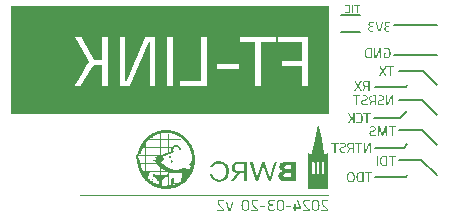
<source format=gbo>
G04 Layer: BottomSilkscreenLayer*
G04 EasyEDA Pro v2.1.51.8c9149c1.e57db4, 2024-03-20 17:40:01*
G04 Gerber Generator version 0.3*
G04 Scale: 100 percent, Rotated: No, Reflected: No*
G04 Dimensions in millimeters*
G04 Leading zeros omitted, absolute positions, 3 integers and 5 decimals*
%FSLAX35Y35*%
%MOMM*%
%ADD10C,0.1*%
%ADD11C,0.15001*%
G75*


G04 Image Start*
G36*
G01X-574497Y-249987D02*
G01X-585622Y-250495D01*
G01X-596748Y-250952D01*
G01X-602031Y-251663D01*
G01X-604926Y-252273D01*
G01X-607873Y-252882D01*
G01X-615798Y-253594D01*
G01X-618338Y-254203D01*
G01X-619658Y-254660D01*
G01X-620979Y-255168D01*
G01X-624434Y-255676D01*
G01X-627888Y-256235D01*
G01X-629615Y-257150D01*
G01X-631393Y-258064D01*
G01X-634136Y-258572D01*
G01X-636880Y-259131D01*
G01X-638556Y-259893D01*
G01X-640283Y-260706D01*
G01X-643128Y-261163D01*
G01X-646024Y-261620D01*
G01X-647598Y-262484D01*
G01X-649173Y-263296D01*
G01X-651713Y-263855D01*
G01X-654253Y-264363D01*
G01X-655168Y-264922D01*
G01X-656133Y-265532D01*
G01X-657860Y-266090D01*
G01X-659638Y-266649D01*
G01X-660908Y-267614D01*
G01X-662229Y-268580D01*
G01X-664108Y-269037D01*
G01X-665988Y-269545D01*
G01X-666852Y-270205D01*
G01X-667766Y-270866D01*
G01X-669595Y-271475D01*
G01X-671373Y-272034D01*
G01X-673252Y-273050D01*
G01X-675081Y-274066D01*
G01X-676453D01*
G01X-677723Y-274879D01*
G01X-678993Y-275641D01*
G01X-680923Y-276606D01*
G01X-682803Y-277520D01*
G01X-683412Y-278232D01*
G01X-684022Y-278892D01*
G01X-685546Y-279400D01*
G01X-687070Y-279959D01*
G01X-687883Y-280975D01*
G01X-690118Y-282042D01*
G01X-692353Y-283159D01*
G01X-693471Y-283820D01*
G01X-694588Y-284429D01*
G01X-695655Y-284937D01*
G01X-696773Y-285445D01*
G01X-697890Y-286156D01*
G01X-698957Y-286868D01*
G01X-700075Y-287985D01*
G01X-701243Y-289103D01*
G01X-702970Y-290170D01*
G01X-704748Y-291236D01*
G01X-707898Y-292964D01*
G01X-708711Y-293675D01*
G01X-709473Y-294437D01*
G01X-710946Y-295300D01*
G01X-712368Y-296164D01*
G01X-713486Y-296926D01*
G01X-714553Y-297739D01*
G01X-715823Y-298856D01*
G01X-717093Y-300025D01*
G01X-718515Y-301346D01*
G01X-719887Y-302666D01*
G01X-720395D01*
G01X-723138Y-305003D01*
G01X-724154Y-305460D01*
G01X-725119Y-305867D01*
G01X-726288Y-307035D01*
G01X-679196D01*
G01X-678180Y-305105D01*
G01X-677164Y-303124D01*
G01X-676808Y-302920D01*
G01X-676453Y-302666D01*
G01X-673456D01*
G01X-672389Y-301549D01*
G01X-671322Y-300380D01*
G01X-668579Y-299974D01*
G01X-667563Y-298856D01*
G01X-666445Y-297434D01*
G01X-663600D01*
G01X-663042Y-296875D01*
G01X-662483Y-296266D01*
G01X-661365Y-294843D01*
G01X-658216D01*
G01X-655980Y-292506D01*
G01X-653237Y-292303D01*
G01X-650494Y-292049D01*
G01X-649580Y-290881D01*
G01X-648614Y-289662D01*
G01X-645770D01*
G01X-644500Y-288341D01*
G01X-643230Y-287071D01*
G01X-638200D01*
G01X-637083Y-285852D01*
G01X-635965Y-284429D01*
G01X-630326D01*
G01X-629158Y-283210D01*
G01X-628040Y-281991D01*
G01X-623672Y-281838D01*
G01X-619303Y-281635D01*
G01X-618439Y-281178D01*
G01X-617576Y-280772D01*
G01Y-280264D01*
G01X-616610Y-279756D01*
G01X-615696Y-279248D01*
G01X-607619D01*
G01X-605384Y-276809D01*
G01X-596798Y-276657D01*
G01X-588162Y-276504D01*
G01X-585775Y-275336D01*
G01X-583387Y-274218D01*
G01X-570890Y-274168D01*
G01X-558343Y-274117D01*
G01X-556412Y-274422D01*
G01X-554177Y-275438D01*
G01X-551993Y-276454D01*
G01X-543814Y-276657D01*
G01X-535635Y-276809D01*
G01X-534772Y-277673D01*
G01X-533857Y-278536D01*
G01X-531317Y-279248D01*
G01X-523850D01*
G01X-522580Y-280568D01*
G01X-521360Y-281838D01*
G01X-513131D01*
G01X-510692Y-283566D01*
G01X-509676Y-284023D01*
G01X-508660Y-284429D01*
G01X-503225D01*
G01X-502107Y-285852D01*
G01X-500990Y-287071D01*
G01X-495605D01*
G01X-495046Y-287731D01*
G01X-494487Y-288442D01*
G01X-493370Y-289662D01*
G01X-490525D01*
G01X-490068Y-290220D01*
G01X-489560Y-290779D01*
G01X-488645Y-292100D01*
G01X-485953Y-292252D01*
G01X-483260Y-292456D01*
G01X-482092Y-293675D01*
G01X-480974Y-294843D01*
G01X-477825D01*
G01X-476707Y-296266D01*
G01X-476148Y-296875D01*
G01X-475590Y-297434D01*
G01X-472745D01*
G01X-471627Y-298856D01*
G01X-470510Y-300076D01*
G01X-467665D01*
G01X-467106Y-300736D01*
G01X-466547Y-301447D01*
G01X-465430Y-302666D01*
G01X-462737D01*
G01X-461569Y-303936D01*
G01X-460400Y-305257D01*
G01X-457505D01*
G01X-456844Y-305968D01*
G01X-456235Y-306680D01*
G01Y-307188D01*
G01X-455320Y-307696D01*
G01X-454406Y-308254D01*
G01X-453898Y-309169D01*
G01X-453339Y-310083D01*
G01X-449986Y-311099D01*
G01X-449275Y-311861D01*
G01X-448513Y-312674D01*
G01X-447599Y-313080D01*
G01X-446684Y-313436D01*
G01Y-313944D01*
G01X-445922Y-314808D01*
G01X-445110Y-315671D01*
G01X-442265D01*
G01X-441452Y-316738D01*
G01X-440690Y-317805D01*
G01X-439928Y-318211D01*
G01X-439115Y-318668D01*
G01X-438709Y-319430D01*
G01X-438302Y-320243D01*
G01X-437439Y-320751D01*
G01X-436575Y-321310D01*
G01X-436169Y-322072D01*
G01X-435762Y-322885D01*
G01X-434238Y-323647D01*
G01X-432714Y-324460D01*
G01Y-325018D01*
G01X-431749Y-325374D01*
G01X-429006Y-326441D01*
G01X-428549Y-327254D01*
G01X-428142Y-328066D01*
G01X-426415Y-329082D01*
G01X-426009Y-329895D01*
G01X-425602Y-330657D01*
G01X-423875Y-331673D01*
G01X-423469Y-332486D01*
G01X-423062Y-333248D01*
G01X-422199Y-333756D01*
G01X-421335Y-334315D01*
G01X-420522Y-335839D01*
G01X-418592Y-336855D01*
G01X-417424Y-338074D01*
G01X-416306Y-339242D01*
G01X-415290Y-341173D01*
G01X-414528Y-341630D01*
G01X-413715Y-342036D01*
G01X-412902Y-343662D01*
G01X-411175Y-344678D01*
G01X-410769Y-345491D01*
G01X-410362Y-346253D01*
G01X-409499Y-346761D01*
G01X-408635Y-347320D01*
G01X-407822Y-348844D01*
G01X-406959Y-349352D01*
G01X-406095Y-349910D01*
G01X-405282Y-351434D01*
G01X-404419Y-351993D01*
G01X-403555Y-352501D01*
G01X-403149Y-353263D01*
G01X-402742Y-354076D01*
G01X-401015Y-355092D01*
G01X-400609Y-355854D01*
G01X-400202Y-356667D01*
G01X-399339Y-357175D01*
G01X-398424Y-357734D01*
G01X-398069Y-358699D01*
G01X-397713Y-359715D01*
G01X-396799Y-361645D01*
G01X-396037Y-362763D01*
G01X-395275Y-363931D01*
G01X-394818Y-364388D01*
G01X-394411Y-364896D01*
G01X-393852Y-365404D01*
G01X-393344Y-365862D01*
G01X-391922Y-367386D01*
G01X-390500Y-368859D01*
G01Y-371551D01*
G01X-389890Y-372110D01*
G01X-389280Y-372720D01*
G01X-388722Y-373228D01*
G01X-388112Y-373786D01*
G01X-386791Y-375310D01*
G01X-386080Y-375869D01*
G01X-385420Y-376428D01*
G01Y-379374D01*
G01X-384200Y-380492D01*
G01X-382880Y-381610D01*
G01X-382676Y-383184D01*
G01X-382473Y-384708D01*
G01X-381305Y-385928D01*
G01X-380136Y-387096D01*
G01X-379120Y-388315D01*
G01X-377800Y-389433D01*
G01Y-392379D01*
G01X-376580Y-393497D01*
G01X-375920Y-394056D01*
G01X-375209Y-394614D01*
G01Y-397561D01*
G01X-374040Y-398729D01*
G01X-373380Y-399288D01*
G01X-372669Y-399847D01*
G01Y-402742D01*
G01X-372110Y-403352D01*
G01X-371500Y-403911D01*
G01X-370840Y-404470D01*
G01X-370129Y-405028D01*
G01Y-407975D01*
G01X-369570Y-408534D01*
G01X-368960Y-409092D01*
G01X-368300Y-409651D01*
G01X-367589Y-410261D01*
G01Y-413563D01*
G01X-366624Y-414528D01*
G01X-365658Y-415544D01*
G01X-365354Y-416357D01*
G01X-365049Y-417119D01*
G01Y-421132D01*
G01X-364490Y-421996D01*
G01X-363982Y-422859D01*
G01X-362763Y-424586D01*
G01X-362458Y-428041D01*
G01X-362204Y-431546D01*
G01X-361137Y-432511D01*
G01X-360070Y-433527D01*
G01X-359867Y-436220D01*
G01X-359664Y-438963D01*
G01X-357429Y-441300D01*
G01Y-446837D01*
G01X-357124Y-448107D01*
G01X-356768Y-449428D01*
G01X-355905Y-450342D01*
G01X-355092Y-451256D01*
G01X-354889Y-457200D01*
G01X-354736Y-463144D01*
G01X-352501Y-466598D01*
G01X-352095Y-491693D01*
G01X-351739Y-492811D01*
G01X-351434Y-493928D01*
G01Y-499161D01*
G01X-352349Y-504241D01*
G01Y-509372D01*
G01X-354889Y-511912D01*
G01Y-515112D01*
G01X-356006Y-516179D01*
G01X-357124Y-517195D01*
G01Y-518719D01*
G01X-357480Y-519684D01*
G01X-357784Y-520649D01*
G01X-359410Y-521564D01*
G01X-360934Y-524612D01*
G01X-361239Y-524713D01*
G01X-361594Y-524815D01*
G01X-362204Y-526593D01*
G01X-362864Y-528371D01*
G01X-363372Y-528676D01*
G01X-363931Y-528980D01*
G01X-364592Y-529793D01*
G01X-365252Y-530555D01*
G01X-366471Y-531673D01*
G01X-367792Y-533197D01*
G01X-368402Y-533705D01*
G01X-369011Y-534264D01*
G01X-370332Y-535788D01*
G01X-370891Y-536296D01*
G01X-372110Y-537413D01*
G01X-372669Y-537972D01*
G01Y-540614D01*
G01X-371856Y-541426D01*
G01X-370992Y-542188D01*
G01X-370586D01*
G01X-370129Y-543052D01*
G01X-369722Y-543865D01*
G01X-368808Y-544424D01*
G01X-367944Y-544932D01*
G01X-367741Y-545592D01*
G01X-367538Y-546202D01*
G01X-366420Y-547421D01*
G01X-365303Y-548691D01*
G01X-365100Y-551536D01*
G01X-364846Y-554380D01*
G01X-363677Y-556666D01*
G01X-362458Y-558952D01*
G01X-362661Y-561035D01*
G01X-362814Y-563118D01*
G01X-363372Y-563931D01*
G01X-363982Y-564744D01*
G01X-364490Y-565556D01*
G01X-365049Y-566420D01*
G01Y-570128D01*
G01X-365404Y-570992D01*
G01X-365709Y-571906D01*
G01X-366370Y-572567D01*
G01X-366979Y-573278D01*
G01X-367690Y-574396D01*
G01X-368452Y-575513D01*
G01X-369926Y-575716D01*
G01X-371450Y-575869D01*
G01X-372516Y-577037D01*
G01X-373583Y-578155D01*
G01X-374294Y-578815D01*
G01X-375056Y-579476D01*
G01X-376174Y-580898D01*
G01X-379120D01*
G01X-380492Y-582219D01*
G01X-381864Y-583489D01*
G01X-389941D01*
G01X-391668Y-582320D01*
G01X-393344Y-581101D01*
G01X-397002Y-580796D01*
G01X-398323Y-579374D01*
G01X-399694Y-577952D01*
G01X-400202D01*
G01X-401320Y-576021D01*
G01X-402641Y-575666D01*
G01X-403962Y-575259D01*
G01X-405384Y-574091D01*
G01X-406756Y-572922D01*
G01X-408635Y-570992D01*
G01X-410464Y-569011D01*
G01X-410820Y-567842D01*
G01X-411124Y-566623D01*
G01X-412140Y-565607D01*
G01X-413766Y-566522D01*
G01X-415392Y-567487D01*
G01X-416611Y-567893D01*
G01X-417779Y-568249D01*
G01X-418084Y-568858D01*
G01X-418440Y-569468D01*
G01X-418948Y-569976D01*
G01X-419405Y-570484D01*
G01X-422250D01*
G01X-423367Y-571703D01*
G01X-423875Y-572414D01*
G01X-424434Y-573075D01*
G01X-427330D01*
G01X-428447Y-574294D01*
G01X-429006Y-575005D01*
G01X-429514Y-575716D01*
G01X-432257D01*
G01X-434797Y-576428D01*
G01X-435813Y-577342D01*
G01X-436880Y-578307D01*
G01X-440030D01*
G01X-440588Y-578917D01*
G01X-441147Y-579476D01*
G01X-441706Y-580187D01*
G01X-442214Y-580898D01*
G01X-444957D01*
G01X-447497Y-581609D01*
G01X-448513Y-582574D01*
G01X-449580Y-583489D01*
G01X-452476D01*
G01X-455422Y-583540D01*
G01X-458165Y-584048D01*
G01X-460045Y-585927D01*
G01X-469036Y-586130D01*
G01X-477977Y-586283D01*
G01X-480822Y-587400D01*
G01X-487934D01*
G01X-489763Y-586892D01*
G01X-491642Y-586384D01*
G01X-500634Y-586181D01*
G01X-509626Y-586029D01*
G01X-511251Y-584860D01*
G01X-512928Y-583641D01*
G01X-517093Y-583489D01*
G01X-521310Y-583336D01*
G01X-523748Y-580898D01*
G01X-529082D01*
G01X-530250Y-579577D01*
G01X-531419Y-578307D01*
G01X-534365D01*
G01X-534924Y-577596D01*
G01X-535432Y-576885D01*
G01X-535991Y-576275D01*
G01X-536550Y-575716D01*
G01X-540004D01*
G01X-541731Y-575005D01*
G01X-542798Y-574040D01*
G01X-543916Y-573075D01*
G01X-547065D01*
G01X-547624Y-572414D01*
G01X-548183Y-571703D01*
G01X-548691Y-571094D01*
G01X-549250Y-570484D01*
G01X-552145D01*
G01X-552704Y-569773D01*
G01X-553263Y-569112D01*
G01X-553822Y-568554D01*
G01X-554380Y-568046D01*
G01X-556819Y-565607D01*
G01X-558394D01*
G01X-559410Y-565252D01*
G01X-560375Y-564896D01*
G01Y-564439D01*
G01X-561188Y-563575D01*
G01X-561950Y-562712D01*
G01X-564845D01*
G01X-565963Y-561289D01*
G01X-566979Y-560273D01*
G01X-567588Y-559714D01*
G01X-568147Y-559206D01*
G01X-569570Y-557479D01*
G01X-572059D01*
G01X-573532Y-556006D01*
G01X-575005Y-554584D01*
G01X-575513D01*
G01X-576021Y-553618D01*
G01X-576580Y-552653D01*
G01X-579933Y-551637D01*
G01X-580695Y-550875D01*
G01X-581406Y-550062D01*
G01X-582270Y-549707D01*
G01X-583184Y-549300D01*
G01X-583997Y-547675D01*
G01X-585724Y-546659D01*
G01X-586130Y-545897D01*
G01X-586537Y-545084D01*
G01X-587451Y-544576D01*
G01X-588315Y-544017D01*
G01X-588366Y-543865D01*
G01Y-543662D01*
G01X-588924Y-542900D01*
G01X-589483Y-542188D01*
G01X-590855Y-541833D01*
G01X-592277Y-541528D01*
G01X-593446Y-540461D01*
G01X-594614Y-539344D01*
G01X-595935Y-538937D01*
G01X-596138Y-538328D01*
G01X-596290Y-537718D01*
G01X-599745Y-534264D01*
G01X-601370Y-532790D01*
G01X-602945Y-531317D01*
G01X-603504Y-530708D01*
G01X-604063Y-530047D01*
G01X-604825Y-529387D01*
G01X-605536Y-528726D01*
G01X-606095Y-528117D01*
G01X-606603Y-527456D01*
G01X-607365Y-526745D01*
G01X-608178Y-525983D01*
G01X-608381Y-525729D01*
G01X-608635Y-525475D01*
G01X-609956Y-523900D01*
G01X-611327Y-522376D01*
G01X-610819Y-521818D01*
G01X-610260Y-521310D01*
G01X-608482Y-521056D01*
G01X-606654Y-520802D01*
G01X-605333Y-519836D01*
G01X-604063Y-518871D01*
G01X-601828Y-517957D01*
G01X-601421Y-517144D01*
G01X-600964Y-516331D01*
G01X-600100Y-515772D01*
G01X-599237Y-515264D01*
G01X-598424Y-513740D01*
G01X-597560Y-513182D01*
G01X-596697Y-512674D01*
G01X-596290Y-511861D01*
G01X-595833Y-510997D01*
G01X-595427D01*
G01X-594563Y-510235D01*
G01X-593750Y-509422D01*
G01Y-506476D01*
G01X-593039Y-505866D01*
G01X-592379Y-505308D01*
G01X-591769Y-504749D01*
G01X-591210Y-504190D01*
G01Y-488594D01*
G01X-592379Y-487426D01*
G01X-593039Y-486867D01*
G01X-593750Y-486308D01*
G01Y-483311D01*
G01X-594563Y-482600D01*
G01X-595376Y-481940D01*
G01X-595884Y-481279D01*
G01X-596443Y-480670D01*
G01X-597154Y-480009D01*
G01X-597916Y-479298D01*
G01X-598424Y-478688D01*
G01X-598983Y-478079D01*
G01X-599999Y-477063D01*
G01X-600659Y-476453D01*
G01X-601370Y-475894D01*
G01Y-475285D01*
G01X-600354Y-474269D01*
G01X-597560D01*
G01X-597002Y-473659D01*
G01X-596443Y-473100D01*
G01X-595325Y-471678D01*
G01X-589940D01*
G01X-588823Y-470459D01*
G01X-588264Y-469798D01*
G01X-587705Y-469087D01*
G01X-582219D01*
G01X-581050Y-467766D01*
G01X-579882Y-466496D01*
G01X-576986D01*
G01X-574853Y-464871D01*
G01X-573837Y-464363D01*
G01X-572770Y-463855D01*
G01X-569519D01*
G01X-568350Y-462585D01*
G01X-567182Y-461264D01*
G01X-561696D01*
G01X-559359Y-458826D01*
G01X-556717Y-458724D01*
G01X-554126Y-458622D01*
G01X-551688Y-456082D01*
G01X-546710D01*
G01X-546151Y-455473D01*
G01X-545643Y-454863D01*
G01X-545084Y-454152D01*
G01X-544525Y-453492D01*
G01X-541630D01*
G01X-540664Y-452984D01*
G01X-539750Y-452476D01*
G01X-537413Y-450850D01*
G01X-533806D01*
G01X-532740Y-450088D01*
G01X-531622Y-449275D01*
G01X-529590Y-448259D01*
G01X-526186D01*
G01X-525120Y-447446D01*
G01X-524002Y-446634D01*
G01X-522986Y-446176D01*
G01X-521970Y-445668D01*
G01X-518770D01*
G01X-517652Y-444449D01*
G01X-517093Y-443789D01*
G01X-516585Y-443078D01*
G01X-513842D01*
G01X-511302Y-442366D01*
G01X-510286Y-441401D01*
G01X-509219Y-440487D01*
G01X-507594Y-440436D01*
G01X-505917D01*
G01X-504850Y-440030D01*
G01X-503733Y-439623D01*
G01X-503123Y-438760D01*
G01X-502463Y-437896D01*
G01X-502310Y-435966D01*
G01X-502209Y-434035D01*
G01X-503428Y-432816D01*
G01X-504139Y-432257D01*
G01X-504800Y-431698D01*
G01Y-428752D01*
G01X-505409Y-428193D01*
G01X-505968Y-427634D01*
G01X-506679Y-427076D01*
G01X-507340Y-426517D01*
G01Y-423672D01*
G01X-507390Y-420827D01*
G01X-508305Y-418186D01*
G01Y-415849D01*
G01X-507848Y-414477D01*
G01X-507340Y-413106D01*
G01Y-407568D01*
G01X-506222Y-406603D01*
G01X-505155Y-405587D01*
G01X-504901Y-403962D01*
G01X-504698Y-402336D01*
G01X-504088Y-401828D01*
G01X-503428Y-401320D01*
G01X-502920Y-400761D01*
G01X-502412Y-400253D01*
G01X-501396Y-399034D01*
G01X-500634Y-398374D01*
G01X-499872Y-397662D01*
G01X-499313Y-396951D01*
G01X-498805Y-396291D01*
G01X-495910D01*
G01X-494792Y-395072D01*
G01X-493674Y-393649D01*
G01X-477825D01*
G01X-476707Y-395072D01*
G01X-475590Y-396291D01*
G01X-472745D01*
G01X-472186Y-396951D01*
G01X-471627Y-397662D01*
G01X-470865Y-398374D01*
G01X-470103Y-399034D01*
G01X-469595Y-399644D01*
G01X-469087Y-400304D01*
G01X-467563Y-401625D01*
G01X-467055Y-402285D01*
G01X-466547Y-402895D01*
G01X-465328Y-404165D01*
G01X-464160Y-405384D01*
G01Y-410566D01*
G01X-462991Y-411886D01*
G01X-461874Y-413156D01*
G01X-462026Y-414477D01*
G01X-462178Y-415747D01*
G01X-461366Y-416408D01*
G01X-460604Y-417068D01*
G01X-447650D01*
G01X-446989Y-416408D01*
G01X-446380Y-415747D01*
G01Y-405130D01*
G01X-447497Y-403860D01*
G01X-448615Y-402641D01*
G01X-449021Y-399999D01*
G01X-450240Y-398882D01*
G01X-451460Y-397713D01*
G01Y-394919D01*
G01X-452272Y-394157D01*
G01X-453136Y-393344D01*
G01X-453644D01*
G01X-453847Y-392633D01*
G01X-454050Y-391973D01*
G01X-458521Y-386791D01*
G01X-459892Y-386131D01*
G01X-461264Y-385420D01*
G01X-461670Y-384658D01*
G01X-462077Y-383845D01*
G01X-463194Y-383286D01*
G01X-464312Y-382676D01*
G01X-464922Y-382016D01*
G01X-465531Y-381305D01*
G01X-466852Y-380949D01*
G01X-468122Y-380594D01*
G01X-470459Y-378054D01*
G01X-475945D01*
G01X-476860Y-377546D01*
G01X-477825Y-377088D01*
G01Y-376530D01*
G01X-478536Y-376225D01*
G01X-479298Y-375869D01*
G01X-481076Y-375463D01*
G01X-482854Y-375107D01*
G01X-483565Y-374548D01*
G01X-484226Y-373990D01*
G01X-483972Y-355498D01*
G01X-483667Y-336956D01*
G01X-482295Y-335890D01*
G01X-480873Y-334772D01*
G01X-436677Y-334975D01*
G01X-436575Y-333604D01*
G01X-436474Y-332283D01*
G01X-437388Y-331724D01*
G01X-438252Y-331165D01*
G01X-439979Y-329133D01*
G01X-480822Y-329336D01*
G01X-482244Y-328574D01*
G01X-483667Y-327863D01*
G01X-484073Y-305410D01*
G01X-484327Y-304495D01*
G01X-484581Y-303632D01*
G01X-485800Y-302920D01*
G01X-486867Y-303327D01*
G01X-487985Y-303682D01*
G01Y-327254D01*
G01X-489407Y-328574D01*
G01X-490118Y-328930D01*
G01X-490779Y-329286D01*
G01X-546760D01*
G01X-548335Y-327711D01*
G01Y-285547D01*
G01X-548691Y-285140D01*
G01X-549097Y-284785D01*
G01X-552044D01*
G01X-552755Y-285344D01*
G01X-553415Y-285902D01*
G01X-553466Y-307035D01*
G01X-553568Y-328168D01*
G01X-554533Y-328676D01*
G01X-555447Y-329133D01*
G01X-613156D01*
G01X-613766Y-328371D01*
G01X-614426Y-327558D01*
G01X-614324Y-285699D01*
G01X-614680Y-285242D01*
G01X-615086Y-284785D01*
G01X-618084D01*
G01X-618846Y-285547D01*
G01Y-327609D01*
G01X-620166Y-329336D01*
G01X-648665Y-329235D01*
G01X-677215Y-329133D01*
G01X-678129Y-328473D01*
G01X-678993Y-327762D01*
G01X-679196Y-307035D01*
G01X-726288D01*
G01X-728828Y-309524D01*
G01X-732485Y-313233D01*
G01X-733704Y-314198D01*
G01X-734924Y-315214D01*
G01X-737260Y-316636D01*
G01X-738886Y-318821D01*
G01X-740562Y-321005D01*
G01X-742594Y-323037D01*
G01X-744677Y-325069D01*
G01X-747725Y-327203D01*
G01X-748182Y-328016D01*
G01X-710692D01*
G01X-710489Y-327304D01*
G01X-710336Y-326542D01*
G01X-709371Y-325933D01*
G01X-708355Y-325374D01*
G01Y-324866D01*
G01X-707746Y-324155D01*
G01X-707085Y-323444D01*
G01X-704240D01*
G01X-703682Y-322834D01*
G01X-703123Y-322275D01*
G01X-702615Y-321615D01*
G01X-702107Y-321005D01*
G01X-700583Y-319684D01*
G01X-700075Y-319024D01*
G01X-699567Y-318414D01*
G01X-698043Y-317094D01*
G01X-697484Y-316382D01*
G01X-696976Y-315671D01*
G01X-694080D01*
G01X-693471Y-315011D01*
G01X-692810Y-314350D01*
G01Y-313741D01*
G01X-691794Y-313182D01*
G01X-690778Y-312674D01*
G01X-689813Y-311709D01*
G01X-688848Y-310794D01*
G01X-687578Y-310388D01*
G01X-686308Y-309931D01*
G01X-685343Y-310134D01*
G01X-684378Y-310286D01*
G01X-683971Y-313842D01*
G01Y-320446D01*
G01X-683920Y-327050D01*
G01X-684276Y-327711D01*
G01X-684581Y-328320D01*
G01X-685495Y-328828D01*
G01X-686460Y-329286D01*
G01X-709574D01*
G01X-710133Y-328676D01*
G01X-710692Y-328016D01*
G01X-748182D01*
G01X-748386Y-328422D01*
G01X-749097Y-329641D01*
G01X-751434Y-332588D01*
G01X-753313Y-334518D01*
G01X-756768Y-337972D01*
G01X-758292Y-339547D01*
G01X-759206Y-341681D01*
G01X-760324Y-342798D01*
G01X-761086Y-343916D01*
G01X-761848Y-345084D01*
G01X-762914Y-346354D01*
G01X-763981Y-347675D01*
G01X-765099Y-348996D01*
G01X-766216Y-350266D01*
G01X-766978Y-351434D01*
G01X-767791Y-352552D01*
G01X-768299Y-353466D01*
G01X-768858Y-354381D01*
G01X-770788Y-357022D01*
G01X-771754Y-358546D01*
G01X-772668Y-360070D01*
G01X-773328Y-361137D01*
G01X-773938Y-362204D01*
G01X-774598Y-363118D01*
G01X-775208Y-364033D01*
G01X-776275Y-365455D01*
G01X-777291Y-366827D01*
G01X-778612Y-368554D01*
G01X-779374Y-370434D01*
G01X-780085Y-372262D01*
G01X-780593Y-372821D01*
G01X-781050Y-373329D01*
G01X-781660Y-374853D01*
G01X-782269Y-376326D01*
G01X-783285Y-377749D01*
G01X-784301Y-379120D01*
G01Y-379984D01*
G01X-785216Y-381102D01*
G01X-786130Y-382168D01*
G01X-786841Y-383946D01*
G01X-787502Y-385724D01*
G01X-788721Y-387045D01*
G01X-789330Y-388925D01*
G01X-789991Y-390804D01*
G01X-791210Y-392836D01*
G01X-791972Y-395427D01*
G01X-763981D01*
G01Y-394411D01*
G01X-762864Y-393395D01*
G01X-761746Y-392328D01*
G01Y-390804D01*
G01X-761035Y-388976D01*
G01X-760120Y-388163D01*
G01X-759155Y-387350D01*
G01X-758901Y-385572D01*
G01X-758647Y-383845D01*
G01X-758088Y-383489D01*
G01X-757530Y-383184D01*
G01X-756310Y-381965D01*
G01Y-379070D01*
G01X-755650Y-378409D01*
G01X-754939Y-377749D01*
G01X-754482D01*
G01X-753923Y-376834D01*
G01X-753415Y-375869D01*
G01X-752653Y-375412D01*
G01X-751942Y-374955D01*
G01X-751180Y-373888D01*
G01X-750468Y-372770D01*
G01X-750113Y-372618D01*
G01X-749808Y-372516D01*
G01X-748386Y-374040D01*
G01Y-395072D01*
G01X-743966D01*
G01Y-365404D01*
G01X-743610Y-363830D01*
G01X-743255Y-362204D01*
G01X-742696Y-361645D01*
G01X-742086Y-361086D01*
G01X-740766Y-357734D01*
G01X-739851Y-357175D01*
G01X-738988Y-356667D01*
G01X-738581Y-355854D01*
G01X-738175Y-355092D01*
G01X-736448Y-354076D01*
G01X-736041Y-353263D01*
G01X-735635Y-352501D01*
G01X-734771Y-351993D01*
G01X-733908Y-351434D01*
G01X-733501Y-350672D01*
G01X-733095Y-349860D01*
G01X-732282Y-349402D01*
G01X-731520Y-348996D01*
G01X-730606Y-347167D01*
G01X-729793Y-346659D01*
G01X-728980Y-346100D01*
G01X-728370Y-344881D01*
G01X-727761Y-343611D01*
G01X-727100D01*
G01X-726135Y-341782D01*
G01X-725119Y-340004D01*
G01X-723798Y-339090D01*
G01X-722935Y-338887D01*
G01X-722122Y-338684D01*
G01X-719988Y-336448D01*
G01X-719226D01*
G01X-717906Y-335331D01*
G01X-716585Y-334162D01*
G01X-686613D01*
G01X-685190Y-335178D01*
G01X-684581Y-336448D01*
G01X-683920Y-337718D01*
G01Y-395326D01*
G01X-679501D01*
G01Y-337871D01*
G01X-678485Y-336448D01*
G01X-677469Y-334975D01*
G01X-676961Y-334620D01*
G01X-676453Y-334213D01*
G01X-643433Y-334315D01*
G01X-631749Y-334416D01*
G01X-620116Y-334518D01*
G01X-618998Y-336245D01*
G01X-618795Y-395072D01*
G01X-618896Y-395173D01*
G01X-614375D01*
G01Y-337718D01*
G01X-613461Y-335483D01*
G01X-612343Y-334975D01*
G01X-611226Y-334518D01*
G01X-583997D01*
G01X-556717Y-334569D01*
G01X-555396Y-335229D01*
G01X-554076Y-335940D01*
G01X-553568Y-336956D01*
G01X-553060Y-338023D01*
G01Y-395072D01*
G01X-548335D01*
G01X-548234Y-365811D01*
G01X-548183Y-336499D01*
G01X-547472Y-335585D01*
G01X-546811Y-334670D01*
G01X-518312D01*
G01X-490169Y-334975D01*
G01X-489102Y-336144D01*
G01X-488086Y-337312D01*
G01X-487578Y-373990D01*
G01X-488290Y-374548D01*
G01X-489001Y-375158D01*
G01X-490423Y-375514D01*
G01X-491795Y-375869D01*
G01X-492963Y-376784D01*
G01X-494081Y-377698D01*
G01X-495097Y-377901D01*
G01X-496062Y-378054D01*
G01X-498602Y-378206D01*
G01X-501142Y-378409D01*
G01X-502971Y-380644D01*
G01X-503834D01*
G01X-504901Y-381813D01*
G01X-506019Y-382981D01*
G01X-507238Y-383134D01*
G01X-508457Y-383337D01*
G01X-511200Y-386182D01*
G01X-511759D01*
G01X-512877Y-388112D01*
G01X-514401Y-388925D01*
G01X-514858Y-389788D01*
G01X-515366Y-390652D01*
G01X-516280Y-391211D01*
G01X-517144Y-391719D01*
G01X-517652Y-393548D01*
G01X-518160Y-395326D01*
G01X-519532Y-395935D01*
G01X-520852Y-396596D01*
G01X-546913D01*
G01X-548335Y-395072D01*
G01X-553060D01*
G01Y-395173D01*
G01X-553771Y-395834D01*
G01X-554431Y-396443D01*
G01X-583641Y-396494D01*
G01X-612902Y-396596D01*
G01X-613613Y-395884D01*
G01X-614375Y-395173D01*
G01X-618896D01*
G01X-620217Y-396596D01*
G01X-676758D01*
G01X-678129Y-395935D01*
G01X-679501Y-395326D01*
G01X-683920D01*
G01X-684936Y-395935D01*
G01X-686003Y-396596D01*
G01X-742594D01*
G01X-743255Y-395834D01*
G01X-743966Y-395072D01*
G01X-748386D01*
G01Y-395173D01*
G01X-749148Y-395884D01*
G01X-749859Y-396596D01*
G01X-762914D01*
G01X-763422Y-395986D01*
G01X-763981Y-395427D01*
G01X-791972D01*
G01X-792226Y-396291D01*
G01X-793140Y-398018D01*
G01X-794055Y-399694D01*
G01X-794563Y-401371D01*
G01X-795122Y-402996D01*
G01X-795731Y-403606D01*
G01X-796392Y-404165D01*
G01X-797408Y-407822D01*
G01X-799135Y-411074D01*
G01X-799541Y-413309D01*
G01X-799897Y-415595D01*
G01X-800659Y-416916D01*
G01X-801370Y-418186D01*
G01X-802030Y-421386D01*
G01X-802742Y-424586D01*
G01X-803656Y-426517D01*
G01X-805282Y-432816D01*
G01X-805891Y-433832D01*
G01X-806552Y-434899D01*
G01X-807161Y-438099D01*
G01X-807720Y-441300D01*
G01X-808380Y-443078D01*
G01X-808990Y-444856D01*
G01X-810412Y-447294D01*
G01X-813359Y-449021D01*
G01X-814527Y-450037D01*
G01X-815746Y-451053D01*
G01X-816610Y-451866D01*
G01X-817474Y-452730D01*
G01X-819201Y-455168D01*
G01X-819709Y-456692D01*
G01X-820268Y-458165D01*
G01X-821030Y-459283D01*
G01X-821792Y-460350D01*
G01X-822249Y-462585D01*
G01X-801827D01*
G01X-801624Y-461112D01*
G01X-801421Y-459689D01*
G01X-800506Y-459029D01*
G01X-799643Y-458419D01*
G01X-799236Y-457606D01*
G01X-798830Y-456743D01*
G01X-797204Y-456082D01*
G01X-795579Y-455371D01*
G01X-794766Y-454406D01*
G01X-793902Y-453492D01*
G01X-792277Y-453288D01*
G01X-790702Y-453085D01*
G01X-789635Y-451968D01*
G01X-788619Y-450850D01*
G01X-785571D01*
G01X-784911Y-450240D01*
G01X-784301Y-449580D01*
G01Y-448970D01*
G01X-782472Y-446837D01*
G01X-781761Y-444195D01*
G01Y-438810D01*
G01X-781406Y-438099D01*
G01X-780999Y-437388D01*
G01X-779882Y-436270D01*
G01X-779526Y-435051D01*
G01X-779221Y-433832D01*
G01Y-428447D01*
G01X-778510Y-427888D01*
G01X-777850Y-427330D01*
G01X-776681Y-426161D01*
G01Y-420624D01*
G01X-775970Y-420065D01*
G01X-775310Y-419506D01*
G01X-774700Y-418948D01*
G01X-774141Y-418389D01*
G01Y-415798D01*
G01X-772871Y-414528D01*
G01X-771601Y-413207D01*
G01Y-410007D01*
G01X-770788Y-408889D01*
G01X-770026Y-407822D01*
G01X-769315Y-406197D01*
G01X-768807Y-402742D01*
G01X-768147Y-402031D01*
G01X-767436Y-401320D01*
G01X-758647Y-401218D01*
G01X-749808Y-401066D01*
G01X-749097Y-401879D01*
G01X-748487Y-402539D01*
G01X-743966D01*
G01X-743204Y-401828D01*
G01X-742493Y-401168D01*
G01X-686308D01*
G01X-685698Y-401472D01*
G01X-685038Y-401726D01*
G01X-684378Y-402438D01*
G01X-683768Y-403149D01*
G01X-683565Y-459638D01*
G01X-683768Y-460146D01*
G01X-679856D01*
G01X-679602Y-431698D01*
G01X-679399Y-403250D01*
G01X-679094Y-402641D01*
G01X-678790Y-402082D01*
G01X-676656Y-401168D01*
G01X-620217D01*
G01X-619506Y-401879D01*
G01X-618846Y-402641D01*
G01Y-460096D01*
G01X-614375D01*
G01Y-402539D01*
G01X-613664Y-401828D01*
G01X-612902Y-401168D01*
G01X-584505D01*
G01X-556108Y-401218D01*
G01X-555295Y-401371D01*
G01X-554533Y-401523D01*
G01X-553771Y-402184D01*
G01X-553060Y-402895D01*
G01Y-436778D01*
G01X-548335D01*
G01Y-402539D01*
G01X-547573Y-401828D01*
G01X-546862Y-401168D01*
G01X-523646D01*
G01X-523088Y-401777D01*
G01X-522529Y-402438D01*
G01X-522732Y-403555D01*
G01X-522935Y-404724D01*
G01X-523646Y-405587D01*
G01X-524408Y-406502D01*
G01X-525120Y-407924D01*
G01Y-429057D01*
G01X-526136Y-430073D01*
G01X-529184D01*
G01X-531317Y-431698D01*
G01X-533248Y-432613D01*
G01X-535026Y-432816D01*
G01X-536854Y-433070D01*
G01X-537667Y-434188D01*
G01X-538480Y-435254D01*
G01X-541579D01*
G01X-542646Y-435661D01*
G01X-543712Y-436016D01*
G01X-544627Y-436778D01*
G01X-545490Y-437540D01*
G01X-546303Y-437744D01*
G01X-547065Y-437947D01*
G01X-547675Y-437388D01*
G01X-548335Y-436778D01*
G01X-553060D01*
G01Y-438861D01*
G01X-553872Y-439674D01*
G01X-554634Y-440487D01*
G01X-557124D01*
G01X-558851Y-441655D01*
G01X-560527Y-442874D01*
G01X-564896Y-443281D01*
G01X-565353Y-443890D01*
G01X-565810Y-444551D01*
G01X-566725Y-445668D01*
G01X-569417D01*
G01X-571957Y-446380D01*
G01X-573024Y-447345D01*
G01X-574040Y-448259D01*
G01X-577037D01*
G01X-578256Y-448615D01*
G01X-579425Y-448970D01*
G01X-579984Y-449529D01*
G01X-580542Y-450139D01*
G01X-581965Y-450850D01*
G01X-583489Y-450901D01*
G01X-585013D01*
G01X-586232Y-451206D01*
G01X-587451Y-451460D01*
G01X-589382Y-453492D01*
G01X-592480D01*
G01X-593039Y-454101D01*
G01X-593598Y-454660D01*
G01X-594106Y-455371D01*
G01X-594665Y-456082D01*
G01X-597408D01*
G01X-598830Y-456438D01*
G01X-600253Y-456743D01*
G01X-601574Y-458470D01*
G01X-607873Y-458978D01*
G01X-608787Y-460096D01*
G01X-609651Y-461264D01*
G01X-613308D01*
G01X-613867Y-460705D01*
G01X-614375Y-460096D01*
G01X-618846D01*
G01Y-460451D01*
G01X-619100Y-461721D01*
G01X-619404Y-462991D01*
G01X-620116Y-463702D01*
G01X-648157Y-463906D01*
G01X-676148Y-464058D01*
G01X-676961Y-463702D01*
G01X-677723Y-463398D01*
G01X-679856Y-460146D01*
G01X-683768D01*
G01X-684124Y-461162D01*
G01X-684632Y-462737D01*
G01X-685292Y-463296D01*
G01X-685902Y-463855D01*
G01X-741578D01*
G01X-742340Y-463448D01*
G01X-743153Y-463042D01*
G01X-743560Y-461924D01*
G01X-743915Y-460807D01*
G01Y-431648D01*
G01X-743966Y-402539D01*
G01X-748487D01*
G01X-748386Y-402641D01*
G01Y-460451D01*
G01X-748995Y-461772D01*
G01X-749554Y-463093D01*
G01X-750875Y-463499D01*
G01X-752145Y-463855D01*
G01X-800710D01*
G01X-801268Y-463245D01*
G01X-801827Y-462585D01*
G01X-822249D01*
G01X-823011Y-466344D01*
G01X-824332Y-470205D01*
G01X-824636Y-473304D01*
G01X-824992Y-476402D01*
G01X-824789Y-481025D01*
G01X-824687Y-484073D01*
G01X-807161D01*
G01Y-470154D01*
G01X-806552Y-469595D01*
G01X-805993Y-469087D01*
G01X-804316Y-468732D01*
G01X-802640Y-468427D01*
G01X-751738Y-468528D01*
G01X-750519Y-468681D01*
G01X-749351Y-468782D01*
G01X-748843Y-469544D01*
G01X-748386Y-470306D01*
G01X-748487Y-499262D01*
G01X-748538Y-527609D01*
G01X-743966D01*
G01Y-470103D01*
G01X-742747Y-468579D01*
G01X-714502Y-468528D01*
G01X-686308Y-468427D01*
G01X-685343Y-468935D01*
G01X-684378Y-469494D01*
G01X-684022Y-470002D01*
G01X-683616Y-470510D01*
G01Y-470560D01*
G01X-679704D01*
G01X-679552Y-470154D01*
G01X-679450Y-469798D01*
G01X-677113Y-468579D01*
G01X-657504Y-468478D01*
G01X-637946Y-468427D01*
G01X-636930Y-469849D01*
G01Y-470662D01*
G01X-637946Y-471678D01*
G01X-643280D01*
G01X-644398Y-472897D01*
G01X-644957Y-473558D01*
G01X-645516Y-474269D01*
G01X-648411D01*
G01X-649681Y-475590D01*
G01X-650900Y-476860D01*
G01X-655980D01*
G01X-657098Y-478079D01*
G01X-658216Y-479501D01*
G01X-661060D01*
G01X-661721Y-480111D01*
G01X-662330Y-480771D01*
G01X-662127Y-482143D01*
G01X-661924Y-483565D01*
G01X-659790Y-485496D01*
G01X-659435Y-487223D01*
G01X-659079Y-488899D01*
G01X-658470Y-489255D01*
G01X-657911Y-489560D01*
G01X-656692Y-491998D01*
G01X-655828Y-492455D01*
G01X-655015Y-492912D01*
G01Y-493420D01*
G01X-653593Y-494944D01*
G01X-652170Y-496418D01*
G01Y-498958D01*
G01X-651002Y-500126D01*
G01X-650291Y-500685D01*
G01X-649630Y-501244D01*
G01Y-502107D01*
G01X-650748Y-503123D01*
G01X-653796Y-503276D01*
G01X-656793Y-503377D01*
G01X-657911Y-504038D01*
G01X-658978Y-504698D01*
G01X-660095Y-505155D01*
G01X-661213Y-505562D01*
G01X-664972Y-505765D01*
G01X-668782Y-505968D01*
G01X-669138Y-506527D01*
G01X-669442Y-507086D01*
G01X-668477Y-508000D01*
G01X-667461Y-508914D01*
G01X-666953Y-510337D01*
G01X-666445Y-511708D01*
G01X-665480Y-512674D01*
G01X-664566Y-513639D01*
G01Y-514401D01*
G01X-663448Y-515569D01*
G01X-662330Y-516687D01*
G01X-659892Y-519633D01*
G01X-659232Y-520903D01*
G01X-658571Y-522224D01*
G01X-657758Y-522986D01*
G01X-656946Y-523799D01*
G01Y-524612D01*
G01X-655625Y-525983D01*
G01X-654304Y-527304D01*
G01X-654710Y-529336D01*
G01X-655218Y-530098D01*
G01X-655676Y-530860D01*
G01X-676554D01*
G01X-677977Y-529387D01*
G01X-679399Y-527964D01*
G01X-679704Y-470560D01*
G01X-683616D01*
G01X-683819Y-499110D01*
G01X-684022Y-527761D01*
G01X-684632Y-528828D01*
G01X-685292Y-529895D01*
G01X-686003Y-530403D01*
G01X-686765Y-530911D01*
G01X-713689Y-530708D01*
G01X-740613Y-530454D01*
G01X-743052Y-529844D01*
G01X-743966Y-527609D01*
G01X-748538D01*
G01Y-528168D01*
G01X-749249Y-528930D01*
G01X-749960Y-529742D01*
G01X-751434Y-530098D01*
G01X-752856Y-530504D01*
G01X-778154D01*
G01X-781964Y-530301D01*
G01X-785825Y-530098D01*
G01X-786333Y-529082D01*
G01X-786790Y-528066D01*
G01X-787146Y-526339D01*
G01X-787451Y-524612D01*
G01X-788314Y-522783D01*
G01X-789229Y-520903D01*
G01X-789280Y-512978D01*
G01X-789381Y-505003D01*
G01X-789534Y-504292D01*
G01X-789686Y-503530D01*
G01X-791058Y-502869D01*
G01X-792378Y-502158D01*
G01X-793496Y-500939D01*
G01X-794868Y-500583D01*
G01X-796188Y-500228D01*
G01X-799846Y-496367D01*
G01Y-495757D01*
G01X-800760Y-495198D01*
G01X-801726Y-494640D01*
G01X-802234Y-493370D01*
G01X-802792Y-492150D01*
G01X-803554Y-491134D01*
G01X-804266Y-490118D01*
G01X-804774Y-488391D01*
G01X-805231Y-486715D01*
G01X-805739Y-486308D01*
G01X-806247Y-485851D01*
G01X-806704Y-484988D01*
G01X-807161Y-484073D01*
G01X-824687D01*
G01X-824636Y-485699D01*
G01X-823976Y-487528D01*
G01X-823316Y-489407D01*
G01X-822503Y-491693D01*
G01X-821741Y-493928D01*
G01X-821131Y-494843D01*
G01X-820471Y-495757D01*
G01X-819810Y-497281D01*
G01X-819201Y-498805D01*
G01X-816813Y-501142D01*
G01X-814476Y-503530D01*
G01X-814324Y-504241D01*
G01X-814172Y-505003D01*
G01X-813867Y-516382D01*
G01X-813206Y-521564D01*
G01X-812597Y-526796D01*
G01X-811886Y-537159D01*
G01X-811530Y-539445D01*
G01X-811378Y-540512D01*
G01X-786689D01*
G01Y-535432D01*
G01X-785520Y-534264D01*
G01X-768807Y-534162D01*
G01X-752043Y-534111D01*
G01X-750113Y-534721D01*
G01X-749503Y-535432D01*
G01X-748894Y-536092D01*
G01Y-594868D01*
G01X-749198Y-595173D01*
G01X-743814D01*
G01Y-536194D01*
G01X-743255Y-535330D01*
G01X-742747Y-534518D01*
G01X-740308Y-534111D01*
G01X-686003D01*
G01X-685444Y-534416D01*
G01X-684886Y-534772D01*
G01X-683971Y-537972D01*
G01X-679450D01*
G01X-678790Y-536499D01*
G01X-678180Y-535076D01*
G01X-677469Y-534568D01*
G01X-676707Y-534060D01*
G01X-663753Y-533908D01*
G01X-650748Y-533756D01*
G01X-647903Y-534568D01*
G01X-645973Y-537921D01*
G01X-645008Y-538937D01*
G01X-644093Y-540004D01*
G01X-643433Y-540614D01*
G01X-642823Y-541223D01*
G01X-640080Y-543814D01*
G01X-637337Y-546456D01*
G01X-636880Y-547319D01*
G01X-636422Y-548234D01*
G01X-634695Y-550062D01*
G01X-632917Y-551891D01*
G01X-632308Y-552094D01*
G01X-631647Y-552298D01*
G01X-629310Y-554634D01*
G01X-626974Y-557022D01*
G01X-626262Y-558241D01*
G01X-625500Y-559460D01*
G01X-624840D01*
G01X-623672Y-560527D01*
G01X-622452Y-561645D01*
G01X-619912Y-562966D01*
G01X-618998Y-564083D01*
G01X-618795Y-595224D01*
G01X-614375D01*
G01Y-572262D01*
G01X-613562Y-570636D01*
G01X-612750Y-570586D01*
G01X-611937Y-570484D01*
G01X-611175Y-571246D01*
G01X-610413Y-572059D01*
G01X-608736Y-572872D01*
G01X-607111Y-573735D01*
G01X-606603Y-574650D01*
G01X-604063Y-575970D01*
G01X-603352Y-576986D01*
G01X-602590Y-577952D01*
G01X-601777D01*
G01X-601015Y-578815D01*
G01X-600253Y-579628D01*
G01X-597002Y-581558D01*
G01X-596544Y-582066D01*
G01X-596138Y-582574D01*
G01X-594665Y-583336D01*
G01X-593141Y-584149D01*
G01X-592836Y-584657D01*
G01X-592582Y-585165D01*
G01X-589128Y-586080D01*
G01X-588213Y-587248D01*
G01X-587299Y-588366D01*
G01X-586537D01*
G01X-585572Y-589483D01*
G01X-584606Y-590550D01*
G01X-583032Y-590956D01*
G01X-581508Y-591363D01*
G01X-580644Y-592176D01*
G01X-579780Y-593039D01*
G01X-578104Y-593903D01*
G01X-576428Y-594716D01*
G01X-576326Y-595122D01*
G01X-576224Y-595478D01*
G01X-577088Y-596087D01*
G01X-578002Y-596646D01*
G01X-595376Y-596748D01*
G01X-612800Y-596849D01*
G01X-613562Y-596036D01*
G01X-614375Y-595224D01*
G01X-618795D01*
G01Y-595274D01*
G01X-619506Y-596036D01*
G01X-620217Y-596849D01*
G01X-648310Y-596798D01*
G01X-676453D01*
G01X-677266Y-596392D01*
G01X-678028Y-595986D01*
G01X-678536Y-595020D01*
G01X-678993Y-594055D01*
G01X-679196Y-566014D01*
G01X-679450Y-537972D01*
G01X-683971D01*
G01Y-538023D01*
G01X-684276Y-594411D01*
G01X-684632Y-595274D01*
G01X-684936Y-596138D01*
G01X-686664Y-596849D01*
G01X-742340Y-596646D01*
G01X-743814Y-595173D01*
G01X-749198D01*
G01X-749605Y-595579D01*
G01X-750316Y-596341D01*
G01X-767740D01*
G01X-768756Y-595325D01*
G01X-769010Y-593547D01*
G01X-769264Y-591820D01*
G01X-770128Y-591109D01*
G01X-770941Y-590347D01*
G01X-771246Y-589483D01*
G01X-771601Y-588670D01*
G01Y-584810D01*
G01X-772770Y-583641D01*
G01X-773430Y-583082D01*
G01X-774141Y-582524D01*
G01Y-579526D01*
G01X-775411Y-578358D01*
G01X-776681Y-577139D01*
G01Y-574548D01*
G01X-776986Y-573126D01*
G01X-777342Y-571703D01*
G01X-778256Y-570789D01*
G01X-779221Y-569925D01*
G01Y-563728D01*
G01X-780186Y-562661D01*
G01X-781202Y-561594D01*
G01X-781456Y-560832D01*
G01X-781761Y-560070D01*
G01Y-553364D01*
G01X-782523Y-552247D01*
G01X-783336Y-551129D01*
G01X-783793Y-550113D01*
G01X-784301Y-549046D01*
G01Y-542900D01*
G01X-786689Y-540512D01*
G01X-811378D01*
G01X-811225Y-541680D01*
G01X-810768Y-542950D01*
G01X-810362Y-544170D01*
G01X-809346Y-552298D01*
G01X-808990Y-554736D01*
G01X-808380Y-556260D01*
G01X-807822Y-557784D01*
G01X-807263Y-560984D01*
G01X-806755Y-564134D01*
G01X-804926Y-567487D01*
G01X-804469Y-570027D01*
G01X-803961Y-572567D01*
G01X-802640Y-575208D01*
G01X-801421Y-581406D01*
G01X-800659Y-582828D01*
G01X-799948Y-584302D01*
G01X-798830Y-589178D01*
G01X-798373Y-589940D01*
G01X-797865Y-590702D01*
G01X-797154Y-592938D01*
G01X-796392Y-595173D01*
G01X-795477Y-596392D01*
G01X-794563Y-597662D01*
G01X-794156Y-599034D01*
G01X-793750Y-600456D01*
G01X-792886Y-602285D01*
G01X-792531Y-602996D01*
G01X-763727D01*
G01X-762610Y-601675D01*
G01X-757326Y-601726D01*
G01X-752043D01*
G01X-750926Y-602132D01*
G01X-749859Y-602488D01*
G01X-749046Y-604114D01*
G01Y-614528D01*
G01Y-615188D01*
G01X-743661D01*
G01X-743560Y-609092D01*
G01X-743458Y-603047D01*
G01X-742899Y-602437D01*
G01X-742391Y-601878D01*
G01X-736498Y-601675D01*
G01X-735279Y-602132D01*
G01X-734060Y-602640D01*
G01X-733857Y-602793D01*
G01X-733704Y-602996D01*
G01X-733857Y-603199D01*
G01X-734060Y-603352D01*
G01X-735889Y-604164D01*
G01X-737768Y-604926D01*
G01X-738988Y-608076D01*
G01X-740207Y-611276D01*
G01X-740664Y-613258D01*
G01X-741172Y-615188D01*
G01X-741883Y-618134D01*
G01X-742798D01*
G01X-743255Y-616661D01*
G01X-743661Y-615188D01*
G01X-749046D01*
G01X-749097Y-624942D01*
G01X-749300Y-625754D01*
G01X-749554Y-626567D01*
G01X-750418D01*
G01X-750722Y-625450D01*
G01X-750976Y-624281D01*
G01X-752246Y-623011D01*
G01X-753466Y-621690D01*
G01X-754888Y-620217D01*
G01X-756260Y-618744D01*
G01X-756666Y-617474D01*
G01X-757072Y-616153D01*
G01X-758901Y-614020D01*
G01Y-613156D01*
G01X-759968Y-611784D01*
G01X-761086Y-610413D01*
G01Y-609651D01*
G01X-761441Y-608432D01*
G01X-761746Y-607263D01*
G01X-763270Y-605434D01*
G01X-763473Y-604215D01*
G01X-763727Y-602996D01*
G01X-792531D01*
G01X-791972Y-604114D01*
G01X-791566Y-606146D01*
G01X-790753Y-607263D01*
G01X-789991Y-608330D01*
G01X-789381Y-610464D01*
G01X-788721Y-612597D01*
G01X-788060Y-613562D01*
G01X-787451Y-614528D01*
G01X-786943Y-615696D01*
G01X-786486Y-616814D01*
G01X-784657Y-618744D01*
G01X-783539Y-621690D01*
G01X-782828Y-622656D01*
G01X-782168Y-623621D01*
G01X-781050Y-626567D01*
G01X-779526Y-628193D01*
G01X-779069Y-629615D01*
G01X-778561Y-631038D01*
G01X-777596Y-632358D01*
G01X-776681Y-633679D01*
G01Y-634492D01*
G01X-774548Y-636321D01*
G01X-773735Y-637946D01*
G01X-772973Y-638759D01*
G01X-772262Y-639572D01*
G01X-771449Y-641350D01*
G01X-770687Y-643179D01*
G01X-770179Y-643636D01*
G01X-769620Y-644093D01*
G01X-768401Y-646532D01*
G01X-764134Y-651510D01*
G01X-762711Y-653542D01*
G01X-760476Y-656895D01*
G01X-759968Y-657098D01*
G01X-759460Y-657758D01*
G01X-723392D01*
G01X-723240Y-655066D01*
G01X-723036Y-652323D01*
G01X-720750Y-650037D01*
G01Y-643941D01*
G01X-720293Y-642874D01*
G01X-719785Y-641858D01*
G01X-719023Y-640740D01*
G01X-718210Y-639623D01*
G01Y-633628D01*
G01X-717296Y-632409D01*
G01X-716331Y-631190D01*
G01X-716026Y-630022D01*
G01X-715670Y-628853D01*
G01Y-623926D01*
G01X-713130Y-621386D01*
G01Y-617677D01*
G01X-712826Y-616763D01*
G01X-712470Y-615848D01*
G01X-710743Y-614020D01*
G01X-710590Y-610464D01*
G01X-710438Y-606958D01*
G01X-709778Y-606196D01*
G01X-709066Y-605434D01*
G01X-708711Y-604114D01*
G01X-708406Y-602793D01*
G01X-707288Y-601777D01*
G01X-696925Y-601574D01*
G01X-686562Y-601421D01*
G01X-685597Y-602031D01*
G01X-684682Y-602590D01*
G01X-684428Y-604164D01*
G01X-684225Y-605688D01*
G01X-684276Y-620928D01*
G01X-678891D01*
G01X-678790Y-612191D01*
G01X-678688Y-603504D01*
G01X-678180Y-602386D01*
G01X-676046Y-601370D01*
G01X-620217D01*
G01X-619506Y-602132D01*
G01X-618846Y-602894D01*
G01Y-631749D01*
G01X-614426D01*
G01X-614223Y-602996D01*
G01X-612750Y-601523D01*
G01X-563067Y-601421D01*
G01X-561035Y-601929D01*
G01X-560070Y-602793D01*
G01X-559105Y-603606D01*
G01X-557682Y-603809D01*
G01X-556260Y-604063D01*
G01X-555193Y-604723D01*
G01X-554177Y-605434D01*
G01X-553415Y-607009D01*
G01X-552704Y-608533D01*
G01X-552907Y-615239D01*
G01X-553161Y-621944D01*
G01X-554634Y-623519D01*
G01X-556158Y-625094D01*
G01X-558952D01*
G01X-561797Y-625145D01*
G01X-563220Y-625450D01*
G01X-564693Y-625805D01*
G01X-565353Y-626669D01*
G01X-566064Y-627532D01*
G01X-572211Y-627685D01*
G01X-578358Y-627888D01*
G01X-578663Y-628040D01*
G01X-548335D01*
G01X-548030Y-626821D01*
G01X-547675Y-625602D01*
G01X-546760Y-624992D01*
G01X-545795Y-624434D01*
G01Y-623265D01*
G01X-546964Y-622452D01*
G01X-548183Y-621690D01*
G01Y-608990D01*
G01X-547573Y-608127D01*
G01X-547014Y-607212D01*
G01X-546506D01*
G01X-546049Y-607771D01*
G01X-545643Y-608279D01*
G01X-544576Y-608736D01*
G01X-543560Y-609194D01*
G01X-541325D01*
G01X-540309Y-609651D01*
G01X-539242Y-610159D01*
G01X-537108Y-611784D01*
G01X-533502D01*
G01X-531774Y-612242D01*
G01X-529996Y-612699D01*
G01X-527558Y-614223D01*
G01X-518312Y-614629D01*
G01X-516382Y-615340D01*
G01X-514502Y-616052D01*
G01X-512572Y-616509D01*
G01X-510692Y-616966D01*
G01X-490677D01*
G01X-489560Y-617525D01*
G01X-488442Y-618134D01*
G01X-487832Y-619404D01*
G01X-487223Y-620725D01*
G01X-487324Y-640690D01*
G01X-487375Y-660705D01*
G01X-484480D01*
G01Y-620319D01*
G01X-484124Y-619303D01*
G01X-483768Y-618236D01*
G01X-482803Y-617677D01*
G01X-481787Y-617118D01*
G01X-473862Y-616966D01*
G01X-465887Y-616814D01*
G01X-462737Y-615290D01*
G01X-460807Y-614680D01*
G01X-455524Y-614426D01*
G01X-450291Y-614172D01*
G01X-448412Y-613054D01*
G01X-446583Y-611988D01*
G01X-443179Y-611784D01*
G01X-439826Y-611632D01*
G01X-438658Y-610565D01*
G01X-437439Y-609498D01*
G01X-434696D01*
G01X-434188Y-610108D01*
G01X-433680Y-610667D01*
G01Y-614375D01*
G01X-434645Y-617372D01*
G01X-435661Y-620370D01*
G01X-435915Y-627532D01*
G01X-436118Y-634695D01*
G01X-437134Y-637642D01*
G01X-437642Y-639064D01*
G01X-438201Y-640537D01*
G01X-438455Y-645820D01*
G01X-438658Y-651053D01*
G01X-439674Y-653288D01*
G01X-440690Y-655472D01*
G01X-440944Y-658622D01*
G01X-441249Y-661772D01*
G01X-442062Y-663600D01*
G01X-442874Y-663804D01*
G01X-443687Y-664058D01*
G01X-462432D01*
G01X-481127Y-664108D01*
G01X-482194Y-663448D01*
G01X-483210Y-662838D01*
G01X-483870Y-661772D01*
G01X-484480Y-660705D01*
G01X-487375D01*
G01X-488036Y-661772D01*
G01X-488696Y-662889D01*
G01X-489712Y-663499D01*
G01X-490677Y-664108D01*
G01X-503428D01*
G01X-503987Y-663499D01*
G01X-504495Y-662940D01*
G01X-504749Y-661416D01*
G01X-505054Y-659892D01*
G01X-505765Y-658978D01*
G01X-506984Y-658774D01*
G01X-508152Y-658520D01*
G01X-510896Y-657606D01*
G01X-513588Y-656692D01*
G01X-515722Y-656488D01*
G01X-517804Y-656234D01*
G01X-519430Y-656641D01*
G01X-519938Y-657708D01*
G01X-520446Y-658724D01*
G01X-521208Y-659536D01*
G01X-521919Y-660349D01*
G01X-523392Y-661924D01*
G01X-524916Y-663448D01*
G01X-527253Y-664159D01*
G01X-537007Y-664058D01*
G01X-546710Y-663956D01*
G01X-547421Y-663194D01*
G01X-548183Y-662483D01*
G01X-548234Y-645262D01*
G01X-548335Y-628040D01*
G01X-578663D01*
G01X-580441Y-629006D01*
G01X-582473Y-630123D01*
G01X-597713Y-630530D01*
G01X-598678Y-630936D01*
G01X-599592Y-631292D01*
G01X-602742Y-632917D01*
G01X-613054D01*
G01X-613715Y-632358D01*
G01X-614426Y-631749D01*
G01X-618846D01*
G01Y-631850D01*
G01X-620065Y-632968D01*
G01X-628193Y-632663D01*
G01X-630225Y-631596D01*
G01X-632257Y-630479D01*
G01X-639775Y-630326D01*
G01X-647294Y-630123D01*
G01X-648564Y-629260D01*
G01X-649834Y-628345D01*
G01X-650900Y-628040D01*
G01X-652018Y-627685D01*
G01X-661975D01*
G01X-662838Y-626923D01*
G01X-663753Y-626161D01*
G01X-664566Y-625754D01*
G01X-665328Y-625297D01*
G01X-673049Y-624891D01*
G01X-674218Y-623875D01*
G01X-675335Y-622859D01*
G01X-676554Y-622503D01*
G01X-677774Y-622198D01*
G01X-678332Y-621538D01*
G01X-678891Y-620928D01*
G01X-684276D01*
G01Y-629310D01*
G01Y-631342D01*
G01X-678840D01*
G01Y-629768D01*
G01X-678028Y-628752D01*
G01X-677062Y-628548D01*
G01X-676046Y-628294D01*
G01X-675792Y-628752D01*
G01X-675488Y-629209D01*
G01X-674116Y-630174D01*
G01X-672694Y-631139D01*
G01X-672592Y-631495D01*
G01X-672440Y-631901D01*
G01X-673760Y-633222D01*
G01X-676199D01*
G01X-678231Y-632511D01*
G01X-678536Y-631901D01*
G01X-678840Y-631342D01*
G01X-684276D01*
G01Y-640994D01*
G01X-678688D01*
G01X-677926Y-640334D01*
G01X-677164Y-639724D01*
G01X-676097D01*
G01X-675234Y-640537D01*
G01X-674421Y-641350D01*
G01Y-642010D01*
G01X-673202Y-642772D01*
G01X-672033Y-643585D01*
G01X-667868Y-647344D01*
G01X-663753Y-651154D01*
G01X-661213Y-653644D01*
G01X-658622Y-656133D01*
G01X-656641Y-658012D01*
G01X-654660Y-659841D01*
G01X-653898Y-661365D01*
G01X-653136Y-662940D01*
G01X-653237Y-662991D01*
G01X-588315D01*
G01Y-661365D01*
G01X-587908Y-659841D01*
G01X-586486Y-659079D01*
G01X-585013Y-658317D01*
G01X-584352Y-657606D01*
G01X-583743Y-656895D01*
G01X-582625Y-656285D01*
G01X-581508Y-655726D01*
G01X-581050Y-654914D01*
G01X-580644Y-654152D01*
G01X-579780Y-653644D01*
G01X-578917Y-653085D01*
G01X-578104Y-651561D01*
G01X-577240Y-651002D01*
G01X-576377Y-650494D01*
G01X-575970Y-649681D01*
G01X-575564Y-648919D01*
G01X-574802Y-648462D01*
G01X-574040Y-648056D01*
G01X-573278Y-647040D01*
G01X-572465Y-645973D01*
G01X-570992Y-645820D01*
G01X-569468Y-645668D01*
G01X-568147Y-643941D01*
G01X-562762Y-638353D01*
G01X-561950Y-637946D01*
G01X-561137Y-637489D01*
G01X-560730Y-636727D01*
G01X-560324Y-635914D01*
G01X-559511Y-635457D01*
G01X-558749Y-635051D01*
G01X-558089Y-634136D01*
G01X-557479Y-633222D01*
G01X-556260Y-632562D01*
G01X-555041Y-631952D01*
G01X-554888Y-631444D01*
G01X-554685Y-630936D01*
G01X-554126D01*
G01X-553669Y-631495D01*
G01X-553263Y-632054D01*
G01X-553161Y-646278D01*
G01X-553060Y-660552D01*
G01X-553568Y-661518D01*
G01X-554076Y-662534D01*
G01X-555092Y-663143D01*
G01X-556108Y-663804D01*
G01X-587553D01*
G01X-587959Y-663397D01*
G01X-588315Y-662991D01*
G01X-653237D01*
G01X-653542Y-663194D01*
G01X-653898Y-663448D01*
G01X-676148D01*
G01X-677570Y-662432D01*
G01X-678028Y-661568D01*
G01X-678434Y-660705D01*
G01X-678586Y-650850D01*
G01X-678688Y-640994D01*
G01X-684276D01*
G01X-684327Y-652882D01*
G01X-684530Y-657200D01*
G01X-684733Y-661467D01*
G01X-685495Y-662330D01*
G01X-686308Y-663143D01*
G01X-702869Y-663092D01*
G01X-719430Y-662991D01*
G01X-721258Y-661264D01*
G01X-721970Y-660908D01*
G01X-722630Y-660502D01*
G01X-723036Y-659130D01*
G01X-723392Y-657758D01*
G01X-759460D01*
G01X-758546Y-659028D01*
G01X-757123Y-660908D01*
G01X-756310Y-661975D01*
G01X-755548Y-663042D01*
G01X-751078Y-667817D01*
G01X-749808Y-669188D01*
G01X-748538Y-670611D01*
G01X-748487Y-670662D01*
G01X-710641D01*
G01X-710235Y-669747D01*
G01X-709778Y-668833D01*
G01X-686105Y-668630D01*
G01X-684581Y-670255D01*
G01Y-688391D01*
G01X-678536D01*
G01Y-670255D01*
G01X-677824Y-669493D01*
G01X-677062Y-668782D01*
G01X-666293Y-668528D01*
G01X-655523Y-668325D01*
G01X-648208Y-668426D01*
G01X-645262Y-668833D01*
G01X-644398Y-669442D01*
G01X-643484Y-670052D01*
G01X-634746Y-678891D01*
G01X-634441Y-679806D01*
G01X-634086Y-680669D01*
G01X-633933Y-690524D01*
G01X-633781Y-700329D01*
G01X-633578Y-706272D01*
G01X-633324Y-712216D01*
G01X-634441Y-712673D01*
G01X-635508Y-713130D01*
G01X-636016Y-712673D01*
G01X-636575Y-712165D01*
G01X-636778Y-710844D01*
G01X-636981Y-709473D01*
G01X-638861Y-707542D01*
G01X-640740Y-705663D01*
G01X-641401Y-706222D01*
G01X-642010Y-706780D01*
G01Y-709625D01*
G01X-642671Y-710286D01*
G01X-643331Y-710997D01*
G01X-644652Y-710794D01*
G01X-645922Y-710641D01*
G01X-646938Y-709524D01*
G01X-647903Y-708406D01*
G01X-650596Y-708203D01*
G01X-653237Y-708000D01*
G01X-655269Y-705968D01*
G01X-656031Y-705612D01*
G01X-656793Y-705206D01*
G01X-657200Y-704240D01*
G01X-657657Y-703275D01*
G01X-659079Y-701650D01*
G01X-659892Y-700278D01*
G01X-660756Y-698906D01*
G01X-661416D01*
G01X-662229Y-700684D01*
G01X-662991Y-702462D01*
G01X-663346Y-702666D01*
G01X-663651Y-702869D01*
G01X-665683Y-700634D01*
G01X-667258Y-700380D01*
G01X-668884Y-700176D01*
G01X-669849Y-699059D01*
G01X-670865Y-697890D01*
G01X-673811D01*
G01X-675691Y-696011D01*
G01X-677570Y-694080D01*
G01Y-690728D01*
G01X-678028Y-689559D01*
G01X-678536Y-688391D01*
G01X-684581D01*
G01Y-688696D01*
G01X-685698Y-689813D01*
G01X-687070D01*
G01X-687629Y-688848D01*
G01X-688188Y-687832D01*
G01X-689407Y-687324D01*
G01X-690677Y-686816D01*
G01X-691642Y-686054D01*
G01X-692658Y-685292D01*
G01X-693471Y-685089D01*
G01X-694233Y-684835D01*
G01X-696671Y-682244D01*
G01X-699110Y-679704D01*
G01X-701548Y-678993D01*
G01X-702615Y-678028D01*
G01X-703631Y-677113D01*
G01X-704291D01*
G01X-707492Y-673862D01*
G01X-710641Y-670662D01*
G01X-748487D01*
G01X-747420Y-671982D01*
G01X-746354Y-673354D01*
G01X-745439Y-674167D01*
G01X-744576Y-674980D01*
G01X-739546Y-680060D01*
G01X-734517Y-685089D01*
G01X-733095Y-686257D01*
G01X-731723Y-687476D01*
G01X-730606Y-688442D01*
G01X-729488Y-689458D01*
G01X-728066Y-690677D01*
G01X-726643Y-691947D01*
G01X-725424Y-692810D01*
G01X-724256Y-693725D01*
G01X-722732Y-695147D01*
G01X-720954Y-696620D01*
G01X-719125Y-698094D01*
G01X-718261Y-698906D01*
G01X-717398Y-699770D01*
G01X-714248Y-701497D01*
G01X-713181Y-702259D01*
G01X-712114Y-702970D01*
G01X-710590Y-704393D01*
G01X-709066Y-705866D01*
G01X-706933Y-707593D01*
G01X-703377Y-709219D01*
G01X-703174Y-709574D01*
G01X-702920Y-709981D01*
G01X-701294Y-710743D01*
G01X-699668Y-711556D01*
G01X-698043Y-712673D01*
G01X-696468Y-713791D01*
G01X-693725Y-716128D01*
G01X-692912D01*
G01X-691337Y-717194D01*
G01X-689762Y-718312D01*
G01X-688238Y-718820D01*
G01X-686460Y-719887D01*
G01X-686054Y-720141D01*
G01X-606450D01*
G01Y-677824D01*
G01X-605231Y-676351D01*
G01X-604063Y-674878D01*
G01X-601218Y-672338D01*
G01X-600151Y-671779D01*
G01X-599135Y-671220D01*
G01Y-670712D01*
G01X-598526Y-670052D01*
G01X-597865Y-669341D01*
G01X-594411Y-668325D01*
G01X-556108Y-668426D01*
G01X-555041Y-668731D01*
G01X-553974Y-669087D01*
G01X-553466Y-669849D01*
G01X-553009Y-670611D01*
G01X-553263Y-695554D01*
G01X-553568Y-720039D01*
G01X-548335D01*
G01X-548234Y-694893D01*
G01X-548183Y-669696D01*
G01X-547573Y-669036D01*
G01X-546964Y-668325D01*
G01X-530860D01*
G01X-530200Y-668985D01*
G01X-529539Y-669696D01*
G01X-529742Y-672490D01*
G01X-529895Y-675335D01*
G01X-530250Y-680161D01*
G01X-530555Y-685038D01*
G01X-531368Y-689102D01*
G01X-532130Y-693217D01*
G01X-532486Y-706526D01*
G01X-532638Y-712622D01*
G01X-507390D01*
G01X-507289Y-700329D01*
G01X-507187Y-687984D01*
G01X-506120Y-684936D01*
G01X-505054Y-681838D01*
G01X-504850Y-675589D01*
G01X-504647Y-669392D01*
G01X-504038Y-668680D01*
G01X-503428Y-668020D01*
G01X-490677D01*
G01X-489712Y-668528D01*
G01X-488747Y-669087D01*
G01X-487324Y-670408D01*
G01X-487375Y-684581D01*
G01X-487426Y-698703D01*
G01X-487629Y-700532D01*
G01X-487832Y-702310D01*
G01X-491084Y-702107D01*
G01X-491439Y-702767D01*
G01X-491795Y-703377D01*
G01X-491998Y-704291D01*
G01X-484480D01*
G01Y-670408D01*
G01X-484022Y-669747D01*
G01X-483514Y-669036D01*
G01X-480568Y-668020D01*
G01X-444957D01*
G01X-443941Y-668630D01*
G01X-442976Y-669239D01*
G01X-442468Y-669950D01*
G01X-442011Y-670611D01*
G01X-443230Y-674268D01*
G01X-443535Y-678891D01*
G01X-443789Y-683514D01*
G01X-443992Y-684022D01*
G01X-444195Y-684581D01*
G01X-444805Y-684784D01*
G01X-445414Y-684936D01*
G01X-447548Y-687172D01*
G01X-450596Y-687781D01*
G01X-451612Y-689000D01*
G01X-452577Y-690220D01*
G01X-453390Y-689966D01*
G01X-454152Y-689712D01*
G01X-455270Y-688848D01*
G01X-456387Y-687934D01*
G01X-457911Y-687121D01*
G01X-458521Y-687832D01*
G01X-459080Y-688543D01*
G01Y-691947D01*
G01X-461061Y-693776D01*
G01X-463042Y-695655D01*
G01X-463499Y-696062D01*
G01X-464007Y-696519D01*
G01X-464566Y-697230D01*
G01X-465125Y-697890D01*
G01X-470662D01*
G01X-471018Y-697687D01*
G01X-471322Y-697433D01*
G01X-472034Y-696366D01*
G01X-472796Y-695300D01*
G01X-473354D01*
G01X-474472Y-696722D01*
G01X-475691Y-697941D01*
G01X-476860Y-699160D01*
G01Y-702158D01*
G01X-477520Y-702716D01*
G01X-478231Y-703275D01*
G01X-478739Y-703783D01*
G01X-479247Y-704342D01*
G01X-479806Y-705053D01*
G01X-480416Y-705815D01*
G01X-481889Y-705612D01*
G01X-483311Y-705409D01*
G01X-483921Y-704850D01*
G01X-484480Y-704291D01*
G01X-491998D01*
G01X-492150Y-705053D01*
G01X-492455Y-706679D01*
G01X-493573Y-708000D01*
G01X-494640Y-709371D01*
G01Y-709879D01*
G01X-495656Y-710895D01*
G01X-498704D01*
G01X-500837Y-712927D01*
G01X-501447Y-713181D01*
G01X-502107Y-713435D01*
G01X-504190Y-713638D01*
G01X-506273Y-713892D01*
G01X-506832Y-713232D01*
G01X-507390Y-712622D01*
G01X-532638D01*
G01X-532790Y-719836D01*
G01X-533349Y-720395D01*
G01X-533857Y-721004D01*
G01X-535076Y-720598D01*
G01X-536245Y-720242D01*
G01X-536804Y-719582D01*
G01X-537362Y-718972D01*
G01X-537972Y-717652D01*
G01X-538632Y-716280D01*
G01X-539750Y-716178D01*
G01X-540868Y-716128D01*
G01X-541630Y-716534D01*
G01X-542442Y-716940D01*
G01X-543154Y-720700D01*
G01X-543560Y-721106D01*
G01X-545033Y-721512D01*
G01X-546557Y-721868D01*
G01X-547116Y-721614D01*
G01X-547675Y-721309D01*
G01X-547980Y-720649D01*
G01X-548335Y-720039D01*
G01X-553568D01*
G01Y-720496D01*
G01X-554838D01*
G01X-555346Y-719430D01*
G01X-555854Y-718312D01*
G01X-556870Y-717702D01*
G01X-559613Y-718515D01*
G01X-560121Y-719176D01*
G01X-560680Y-719836D01*
G01Y-722884D01*
G01X-561696Y-723900D01*
G01X-572414D01*
G01X-573735Y-722478D01*
G01Y-722020D01*
G01X-575564Y-720903D01*
G01X-576072Y-719988D01*
G01X-576631Y-719023D01*
G01X-577850D01*
G01X-578155Y-719684D01*
G01X-578510Y-720293D01*
G01Y-722884D01*
G01X-578968Y-723392D01*
G01X-579476Y-723900D01*
G01X-587197D01*
G01X-591668Y-722274D01*
G01X-593395Y-721817D01*
G01X-595173Y-721309D01*
G01X-605384D01*
G01X-605892Y-720700D01*
G01X-606450Y-720141D01*
G01X-686054D01*
G01X-684733Y-720954D01*
G01X-683463Y-721309D01*
G01X-682193Y-721614D01*
G01X-680466Y-722782D01*
G01X-678688Y-723900D01*
G01X-678028D01*
G01X-676859Y-724916D01*
G01X-675691Y-725881D01*
G01X-673964Y-726491D01*
G01X-672186Y-727100D01*
G01X-670865Y-727913D01*
G01X-669493Y-728726D01*
G01X-668071Y-729132D01*
G01X-666598Y-729488D01*
G01X-665328Y-730301D01*
G01X-664058Y-731063D01*
G01X-661873Y-731571D01*
G01X-659740Y-732079D01*
G01X-658114Y-732993D01*
G01X-656438Y-733908D01*
G01X-654761Y-734314D01*
G01X-653136Y-734720D01*
G01X-650900Y-736244D01*
G01X-649072Y-736803D01*
G01X-647243Y-737311D01*
G01X-643484Y-738937D01*
G01X-640791Y-739394D01*
G01X-638099Y-739902D01*
G01X-636270Y-740664D01*
G01X-634390Y-741477D01*
G01X-631139Y-741985D01*
G01X-627888Y-742442D01*
G01X-625500Y-743255D01*
G01X-623113Y-744017D01*
G01X-619760Y-744525D01*
G01X-616458Y-745033D01*
G01X-613715Y-745998D01*
G01X-611022Y-746963D01*
G01X-600862Y-747979D01*
G01X-598475Y-748487D01*
G01X-596138Y-748944D01*
G01X-589737Y-749656D01*
G01X-574853Y-749808D01*
G01X-559918Y-750011D01*
G01X-553060Y-749656D01*
G01X-546202Y-749249D01*
G01X-541477Y-748487D01*
G01X-536702Y-747674D01*
G01X-528980Y-746963D01*
G01X-528117Y-746709D01*
G01X-527202Y-746404D01*
G01X-524358Y-745084D01*
G01X-520598Y-744576D01*
G01X-516839Y-744017D01*
G01X-515214Y-743407D01*
G01X-513588Y-742747D01*
G01X-510388Y-742239D01*
G01X-507187Y-741782D01*
G01X-506578Y-741578D01*
G01X-505917Y-741426D01*
G01X-504038Y-740664D01*
G01X-502107Y-739902D01*
G01X-499262Y-739496D01*
G01X-497688Y-739140D01*
G01X-496062Y-738784D01*
G01X-494030Y-737565D01*
G01X-489458Y-736549D01*
G01X-488137Y-735838D01*
G01X-486613Y-734619D01*
G01X-483057Y-733603D01*
G01X-482092Y-732993D01*
G01X-481127Y-732434D01*
G01X-478638Y-731774D01*
G01X-476199Y-731114D01*
G01X-473862Y-729488D01*
G01X-471678Y-728980D01*
G01X-469544Y-728472D01*
G01X-468376Y-727710D01*
G01X-467157Y-726897D01*
G01X-464922Y-726186D01*
G01X-463093Y-724256D01*
G01X-461467Y-723697D01*
G01X-459892Y-723189D01*
G01X-459029Y-722579D01*
G01X-458216Y-722020D01*
G01X-456540Y-721309D01*
G01X-454863Y-720649D01*
G01X-453898Y-719887D01*
G01X-452882Y-719125D01*
G01X-451256Y-718566D01*
G01X-449580Y-718007D01*
G01X-448869Y-717448D01*
G01X-448107Y-716890D01*
G01X-446430Y-715975D01*
G01X-444805Y-715061D01*
G01Y-714502D01*
G01X-440131Y-711352D01*
G01X-439014Y-710946D01*
G01X-437845Y-710540D01*
G01X-435102Y-708304D01*
G01X-434543D01*
G01X-432664Y-706831D01*
G01X-430733Y-705409D01*
G01X-430073D01*
G01X-428600Y-704088D01*
G01X-427177Y-702767D01*
G01X-425552Y-701243D01*
G01X-424231Y-700430D01*
G01X-422910Y-699567D01*
G01X-422504Y-698856D01*
G01X-420675Y-697941D01*
G01X-418846Y-696976D01*
G01X-412140Y-690270D01*
G01X-411226Y-689712D01*
G01X-410312Y-689102D01*
G01X-408737Y-688035D01*
G01X-407162Y-686918D01*
G01X-406654Y-686460D01*
G01X-406197Y-686003D01*
G01X-404470Y-683971D01*
G01X-402692Y-681939D01*
G01X-401472Y-680720D01*
G01X-400253Y-679552D01*
G01X-399694Y-679247D01*
G01X-399136Y-678891D01*
G01X-397104Y-676961D01*
G01X-396392Y-676250D01*
G01X-395732Y-675538D01*
G01X-393802Y-673405D01*
G01X-392989Y-672084D01*
G01X-392176Y-670712D01*
G01X-390601Y-669442D01*
G01X-389077Y-668172D01*
G01X-386283Y-665378D01*
G01X-383642Y-661416D01*
G01X-383134Y-660603D01*
G01X-382626Y-659841D01*
G01X-380848Y-658012D01*
G01X-379019Y-656133D01*
G01X-378562Y-655676D01*
G01X-378104Y-655168D01*
G01X-377038Y-653847D01*
G01X-375920Y-652577D01*
G01X-375412Y-651256D01*
G01X-374904Y-649986D01*
G01X-373990Y-648970D01*
G01X-373075Y-648005D01*
G01X-372567Y-646938D01*
G01X-372008Y-645871D01*
G01X-371551Y-645668D01*
G01X-371094Y-645516D01*
G01X-370484Y-644347D01*
G01X-369926Y-643128D01*
G01X-369214Y-642518D01*
G01X-368503Y-641858D01*
G01X-367843Y-640537D01*
G01X-367233Y-639267D01*
G01X-366116Y-638048D01*
G01X-365049Y-636829D01*
G01Y-635965D01*
G01X-364134Y-634797D01*
G01X-363169Y-633578D01*
G01X-362661Y-632257D01*
G01X-362204Y-630885D01*
G01X-361036Y-628955D01*
G01X-359816Y-627024D01*
G01X-358648Y-625602D01*
G01X-357429Y-624230D01*
G01Y-623570D01*
G01X-356514Y-622148D01*
G01X-355549Y-620725D01*
G01X-355092Y-619150D01*
G01X-354584Y-617525D01*
G01X-353771Y-616458D01*
G01X-352958Y-615340D01*
G01X-352349Y-613562D01*
G01X-351739Y-611734D01*
G01X-351130Y-610870D01*
G01X-350571Y-610006D01*
G01X-350164Y-608787D01*
G01X-349809Y-607619D01*
G01X-348844Y-606400D01*
G01X-347929Y-605231D01*
G01X-347269Y-603402D01*
G01X-346608Y-601523D01*
G01X-345999Y-600558D01*
G01X-345440Y-599592D01*
G01X-344881Y-597662D01*
G01X-344373Y-595681D01*
G01X-343459Y-594055D01*
G01X-342595Y-592430D01*
G01X-342240Y-590347D01*
G01X-341833Y-588213D01*
G01X-340970Y-586435D01*
G01X-340055Y-584657D01*
G01X-339700Y-583032D01*
G01X-339293Y-581406D01*
G01X-338531Y-580238D01*
G01X-337769Y-579120D01*
G01X-337261Y-576986D01*
G01X-336753Y-574904D01*
G01X-335991Y-573075D01*
G01X-335229Y-571297D01*
G01X-334721Y-568096D01*
G01X-334264Y-564896D01*
G01X-333451Y-562762D01*
G01X-332638Y-560578D01*
G01X-332181Y-557022D01*
G01X-331673Y-553415D01*
G01X-330911Y-550672D01*
G01X-330149Y-547878D01*
G01X-329641Y-543865D01*
G01X-329082Y-539801D01*
G01X-328320Y-537159D01*
G01X-327558Y-534568D01*
G01X-327254Y-531673D01*
G01X-326949Y-528726D01*
G01X-326492Y-522072D01*
G01X-325984Y-515417D01*
G01X-325730Y-512318D01*
G01X-325425Y-509219D01*
G01X-325222Y-503834D01*
G01X-325018Y-498500D01*
G01X-325374Y-492963D01*
G01X-325679Y-487426D01*
G01X-326288Y-480314D01*
G01X-326796Y-473608D01*
G01X-327254Y-466954D01*
G01X-327609Y-465176D01*
G01X-327914Y-463398D01*
G01X-329235Y-459537D01*
G01X-330149Y-451612D01*
G01X-331673Y-446837D01*
G01X-332080Y-442570D01*
G01X-332384Y-440741D01*
G01X-332689Y-438861D01*
G01X-333299Y-437490D01*
G01X-333908Y-436067D01*
G01X-335229Y-428549D01*
G01X-335991Y-426771D01*
G01X-336753Y-425044D01*
G01X-337160Y-422910D01*
G01X-337515Y-420827D01*
G01X-338430Y-419506D01*
G01X-339293Y-418186D01*
G01X-340004Y-415798D01*
G01X-340665Y-413360D01*
G01X-341122Y-412699D01*
G01X-341528Y-412039D01*
G01X-342087Y-409753D01*
G01X-342595Y-407467D01*
G01X-344322Y-404216D01*
G01X-344881Y-402031D01*
G01X-345389Y-399796D01*
G01X-346151Y-398628D01*
G01X-346964Y-397408D01*
G01X-347421Y-395935D01*
G01X-347929Y-394513D01*
G01X-348742Y-393649D01*
G01X-349504Y-392836D01*
G01X-349961Y-391160D01*
G01X-350469Y-389534D01*
G01X-351790Y-387807D01*
G01X-352501Y-385877D01*
G01X-353263Y-383946D01*
G01X-353873Y-383032D01*
G01X-354533Y-382118D01*
G01X-354889Y-380644D01*
G01X-355295Y-379222D01*
G01X-356210Y-377901D01*
G01X-357175Y-376580D01*
G01X-359207Y-373431D01*
G01X-361544Y-369468D01*
G01X-363169Y-366116D01*
G01X-364490Y-364896D01*
G01X-366014Y-361442D01*
G01X-366827Y-360477D01*
G01X-367589Y-359512D01*
G01Y-358800D01*
G01X-369976Y-356159D01*
G01X-372313Y-353517D01*
G01X-372821Y-352247D01*
G01X-373329Y-351028D01*
G01X-374294Y-349910D01*
G01X-375209Y-348793D01*
G01Y-347980D01*
G01X-377698Y-345338D01*
G01X-380136Y-342646D01*
G01X-381203Y-341376D01*
G01X-382219Y-340106D01*
G01X-382930Y-338836D01*
G01X-383591Y-337617D01*
G01X-384454Y-336601D01*
G01X-385318Y-335636D01*
G01X-388010Y-332842D01*
G01X-390652Y-329997D01*
G01X-393192Y-327203D01*
G01X-395732Y-324358D01*
G01X-398780Y-321412D01*
G01X-399440Y-320904D01*
G01X-400152Y-320396D01*
G01X-400761Y-319380D01*
G01X-403708Y-316484D01*
G01X-406654Y-313538D01*
G01X-408280Y-312217D01*
G01X-409956Y-310947D01*
G01X-412648Y-308305D01*
G01X-415392Y-305664D01*
G01X-417627Y-304140D01*
G01X-418490Y-303276D01*
G01X-419506Y-302768D01*
G01X-420472Y-302209D01*
G01X-421742Y-301244D01*
G01X-422961Y-300228D01*
G01X-423774Y-299364D01*
G01X-424637Y-298501D01*
G01X-428295Y-295453D01*
G01X-429616Y-294843D01*
G01X-430987Y-294183D01*
G01X-433019Y-292760D01*
G01X-434391Y-291846D01*
G01X-435712Y-290932D01*
G01X-437947Y-289408D01*
G01X-438760Y-288544D01*
G01X-439572Y-287731D01*
G01X-441350Y-286969D01*
G01X-443128Y-286156D01*
G01X-443332Y-285801D01*
G01X-443535Y-285394D01*
G01X-445211Y-284582D01*
G01X-446837Y-283718D01*
G01X-447497Y-283159D01*
G01X-448107Y-282550D01*
G01X-449885Y-281991D01*
G01X-451612Y-281432D01*
G01X-453136Y-280314D01*
G01X-454711Y-279248D01*
G01X-455473D01*
G01X-456489Y-278181D01*
G01X-457505Y-277063D01*
G01X-458876Y-276657D01*
G01X-460197Y-276250D01*
G01X-461315Y-275539D01*
G01X-462432Y-274777D01*
G01X-465887Y-273660D01*
G01X-466852Y-272898D01*
G01X-467817Y-272186D01*
G01X-472897Y-270764D01*
G01X-473405Y-270307D01*
G01X-473913Y-269799D01*
G01X-477672Y-268275D01*
G01X-478841Y-267462D01*
G01X-480060Y-266598D01*
G01X-481686Y-266243D01*
G01X-483362Y-265887D01*
G01X-484734Y-265074D01*
G01X-486054Y-264262D01*
G01X-491744Y-263042D01*
G01X-493065Y-262331D01*
G01X-494335Y-261671D01*
G01X-500228Y-260452D01*
G01X-501802Y-259791D01*
G01X-503377Y-259182D01*
G01X-505917Y-258623D01*
G01X-508457Y-258013D01*
G01X-510032Y-257251D01*
G01X-511607Y-256438D01*
G01X-514960Y-255829D01*
G01X-518363Y-255219D01*
G01X-521106Y-254203D01*
G01X-524967Y-253594D01*
G01X-529590Y-253086D01*
G01X-534162Y-252578D01*
G01X-535940Y-252120D01*
G01X-537667Y-251612D01*
G01X-540868Y-251257D01*
G01X-544017Y-250901D01*
G01X-553060Y-250495D01*
G01X-562153Y-250088D01*
G01X-568350Y-250038D01*
G37*
G36*
G01X-539242Y-466496D02*
G01X-540106Y-467055D01*
G01X-540918Y-467614D01*
G01X-544474Y-470052D01*
G01X-544881Y-470764D01*
G01X-545287Y-471526D01*
G01Y-478993D01*
G01X-544474Y-481025D01*
G01X-543154Y-481736D01*
G01X-541782Y-482498D01*
G01X-540614Y-483616D01*
G01X-539445Y-484683D01*
G01X-531419D01*
G01X-530758Y-483819D01*
G01X-530047Y-483006D01*
G01X-529438Y-482448D01*
G01X-528828Y-481940D01*
G01X-528168Y-481127D01*
G01X-527507Y-480365D01*
G01X-526339Y-479196D01*
G01X-525120Y-478079D01*
G01Y-472999D01*
G01X-525780Y-472389D01*
G01X-526440Y-471830D01*
G01X-527152Y-471068D01*
G01X-527812Y-470306D01*
G01X-529641Y-468376D01*
G01X-531419Y-466496D01*
G37*
G36*
G01X-526440Y-508102D02*
G01X-527202Y-508965D01*
G01X-528015Y-509829D01*
G01Y-510235D01*
G01X-529641Y-511150D01*
G01X-530860Y-513588D01*
G01X-531470Y-513944D01*
G01X-532079Y-514248D01*
G01X-532384Y-515772D01*
G01X-532689Y-517246D01*
G01X-532384Y-518262D01*
G01X-532028Y-519278D01*
G01X-530911Y-520598D01*
G01X-530301Y-521919D01*
G01X-529641Y-523240D01*
G01X-528828Y-523646D01*
G01X-528015Y-524104D01*
G01Y-524561D01*
G01X-527202Y-525424D01*
G01X-526440Y-526288D01*
G01X-518363D01*
G01X-516636Y-524408D01*
G01X-514960Y-522529D01*
G01X-513690Y-521157D01*
G01X-512420Y-519836D01*
G01Y-514401D01*
G01X-514655Y-512166D01*
G01X-515315Y-510743D01*
G01X-516026Y-509321D01*
G01X-517296Y-508711D01*
G01X-518617Y-508102D01*
G37*
G36*
G01X717601Y-200000D02*
G01X717601Y-200050D01*
G01X717550D01*
G01X717499Y-200254D01*
G01X717347Y-200812D01*
G01X689559Y-330860D01*
G01X666648Y-438760D01*
G01X663550Y-450291D01*
G01X661772Y-455320D01*
G01X660908Y-457149D01*
G01X660146Y-458572D01*
G01X659333Y-459537D01*
G01X658571Y-460197D01*
G01X657758Y-460451D01*
G01X656946Y-460400D01*
G01X656133Y-460096D01*
G01X655269Y-459486D01*
G01X654406Y-458673D01*
G01X652424Y-456489D01*
G01X647497Y-450545D01*
G01X635610Y-437032D01*
G01X635508Y-519582D01*
G01X668325D01*
G01X674624D01*
G01X710794D01*
G01X724916D01*
G01Y-623316D01*
G01X748182D01*
G01X749554Y-572668D01*
G01X750875Y-522021D01*
G01X759155Y-520446D01*
G01X767385Y-518871D01*
G01Y-623316D01*
G01X748182D01*
G01X724916D01*
G01X710794D01*
G01Y-519582D01*
G01X674624D01*
G01X677316Y-519836D01*
G01X680009Y-520497D01*
G01X682346Y-521513D01*
G01X684073Y-522732D01*
G01X687222Y-525831D01*
G01Y-623316D01*
G01X668325D01*
G01Y-519582D01*
G01X635508D01*
G01X635305Y-745998D01*
G01X800405D01*
G01X800100Y-437032D01*
G01X788213Y-450545D01*
G01X784403Y-455168D01*
G01X782168Y-457810D01*
G01X780745Y-459232D01*
G01X780288Y-459588D01*
G01X779983Y-459842D01*
G01X779678Y-460045D01*
G01X779272Y-460248D01*
G01X779018Y-460299D01*
G01X778815Y-460400D01*
G01X778612Y-460451D01*
G01X778053D01*
G01X777443Y-460299D01*
G01X777037Y-460096D01*
G01X776630Y-459791D01*
G01X776275Y-459435D01*
G01X776072Y-459181D01*
G01X775462Y-458368D01*
G01X775056Y-457657D01*
G01X774649Y-456895D01*
G01X774141Y-455727D01*
G01X773379Y-453847D01*
G01X772262Y-450494D01*
G01X769976Y-442417D01*
G01X745896Y-329692D01*
G01X722833Y-221793D01*
G01X717855Y-200558D01*
G37*
G36*
G01X-138074Y-514858D02*
G01X-157124Y-522478D01*
G01X-176124Y-530047D01*
G01X-185522Y-543255D01*
G01X-187401Y-545998D01*
G01X-190754Y-551485D01*
G01X-193243Y-556412D01*
G01X-194158Y-558495D01*
G01X-194666Y-560273D01*
G01X-194869Y-561543D01*
G01Y-566725D01*
G01X-171907D01*
G01X-168910Y-557225D01*
G01X-165913Y-547776D01*
G01X-152298Y-540715D01*
G01X-138735Y-533705D01*
G01X-97892D01*
G01X-87427Y-541071D01*
G01X-85141Y-542849D01*
G01X-82753Y-545033D01*
G01X-80315Y-547522D01*
G01X-76708Y-551739D01*
G01X-73406Y-556209D01*
G01X-71476Y-559156D01*
G01X-69850Y-562051D01*
G01X-62789Y-575716D01*
G01X-62840Y-600710D01*
G01Y-625704D01*
G01X-81229Y-655879D01*
G01X-95352Y-663194D01*
G01X-98603Y-664820D01*
G01X-103226Y-666801D01*
G01X-106223Y-667868D01*
G01X-109169Y-668731D01*
G01X-112014Y-669392D01*
G01X-114910Y-669849D01*
G01X-117754Y-670103D01*
G01X-120701D01*
G01X-123647Y-669900D01*
G01X-126644Y-669544D01*
G01X-129794Y-668934D01*
G01X-133045Y-668122D01*
G01X-138176Y-666496D01*
G01X-145644Y-663600D01*
G01X-162154Y-656692D01*
G01X-170282Y-638861D01*
G01X-178359Y-620979D01*
G01X-200000Y-624027D01*
G01X-196748Y-634289D01*
G01X-195682Y-637489D01*
G01X-193802Y-642061D01*
G01X-191668Y-646532D01*
G01X-189281Y-650748D01*
G01X-186588Y-654761D01*
G01X-183591Y-658622D01*
G01X-180340Y-662280D01*
G01X-176835Y-665734D01*
G01X-173076Y-669036D01*
G01X-169012Y-672084D01*
G01X-164694Y-674929D01*
G01X-149606Y-684225D01*
G01X-129743Y-687426D01*
G01X-109830Y-690626D01*
G01X-67361Y-674370D01*
G01X-55880Y-659384D01*
G01X-44450Y-644347D01*
G01X-34188Y-598526D01*
G01X-48311Y-549961D01*
G01X-61468Y-537718D01*
G01X-62840Y-536448D01*
G01X-65989Y-533857D01*
G01X-71222Y-530047D01*
G01X-76759Y-526440D01*
G01X-82194Y-523392D01*
G01X-85649Y-521767D01*
G01X-88748Y-520548D01*
G01X-91948Y-519532D01*
G01X-97587Y-518109D01*
G01X-106070Y-516585D01*
G01X-114605Y-515569D01*
G01X-120498Y-515214D01*
G37*
G36*
G01X139040Y-519582D02*
G01X141173Y-525475D01*
G01X141275Y-525628D01*
G01X166370Y-608228D01*
G01X189382Y-685089D01*
G01X200863Y-683666D01*
G01X212344Y-682295D01*
G01X233223Y-616458D01*
G01X254152Y-550621D01*
G01X257810Y-557530D01*
G01X257912Y-557682D01*
G01X258420Y-558851D01*
G01X260147Y-563524D01*
G01X279502Y-624738D01*
G01X297536Y-685089D01*
G01X309270Y-683717D01*
G01X320954Y-682295D01*
G01X339039Y-623316D01*
G01X363880Y-541985D01*
G01X370637Y-519582D01*
G01X347980D01*
G01X338684Y-551383D01*
G01X318973Y-618642D01*
G01X308508Y-653999D01*
G01X300025Y-628040D01*
G01X279146Y-560832D01*
G01X266802Y-519582D01*
G01X244094D01*
G01X224536Y-582066D01*
G01X209855Y-627177D01*
G01X202946Y-645973D01*
G01X201930Y-647954D01*
G01X198831Y-651307D01*
G01X180746Y-585419D01*
G01X162662Y-519582D01*
G37*
G36*
G01X422605Y-519582D02*
G01X409194Y-526491D01*
G01X395783Y-533451D01*
G01X390601Y-548335D01*
G01X386385Y-560375D01*
G01X426618D01*
G01X435153Y-554126D01*
G01X443738Y-547878D01*
G01X484378D01*
G01Y-580898D01*
G01X433121D01*
G01X426618Y-560375D01*
G01X386385D01*
G01X385369Y-563220D01*
G01X391262Y-575462D01*
G01X397104Y-587705D01*
G01X407213Y-592734D01*
G01X417373Y-597764D01*
G01X389941Y-613512D01*
G01X385318Y-625704D01*
G01X381559Y-635610D01*
G01X423367D01*
G01Y-634086D01*
G01X423570Y-632562D01*
G01X423977Y-630987D01*
G01X424586Y-629412D01*
G01X425348Y-627837D01*
G01X426364Y-626212D01*
G01X427533Y-624586D01*
G01X428904Y-622960D01*
G01X430479Y-621335D01*
G01X437896Y-613918D01*
G01X484378D01*
G01Y-651662D01*
G01X434391D01*
G01X428701Y-645973D01*
G01X427380Y-644550D01*
G01X426212Y-643077D01*
G01X425247Y-641604D01*
G01X424485Y-640131D01*
G01X423926Y-638658D01*
G01X423570Y-637134D01*
G01X423367Y-635610D01*
G01X381559D01*
G01X380644Y-637946D01*
G01X387553Y-654406D01*
G01X394411Y-670865D01*
G01X410921Y-677774D01*
G01X427482Y-684682D01*
G01X526847D01*
G01Y-519582D01*
G37*
G36*
G01X16662Y-519582D02*
G01X2896Y-533349D01*
G01X-10922Y-547116D01*
G01Y-583489D01*
G01X-9652Y-585267D01*
G01X12649D01*
G01Y-548183D01*
G01X30937Y-538429D01*
G01X92862D01*
G01Y-595020D01*
G01X30937D01*
G01X12649Y-585267D01*
G01X-9652D01*
G01X-3353Y-594258D01*
G01X4216Y-605079D01*
G01X27178Y-613816D01*
G01X3251Y-649224D01*
G01X-20625Y-684682D01*
G01X7214D01*
G01X29667Y-649275D01*
G01X52070Y-613918D01*
G01X92862D01*
G01Y-684682D01*
G01X116434D01*
G01Y-519582D01*
G37*
G04 Image End*
G04 Image End*

G04 Text Start*
G36*
G01X399288Y-839013D02*
G01X395275Y-839216D01*
G01X391465Y-839673D01*
G01X389331Y-840080D01*
G01X386334Y-840740D01*
G01X384048Y-841553D01*
G01X382118Y-842416D01*
G01X379984Y-843483D01*
G01X377850Y-844956D01*
G01X376174Y-846226D01*
G01X375107Y-847293D01*
G01X373431Y-849427D01*
G01X372364Y-850900D01*
G01X371297Y-852830D01*
G01X370434Y-854507D01*
G01X369621Y-856437D01*
G01X368757Y-858520D01*
G01X368097Y-860450D01*
G01X367487Y-862990D01*
G01X366827Y-865124D01*
G01X366014Y-869798D01*
G01X365557Y-873150D01*
G01X365150Y-878281D01*
G01X364947Y-887374D01*
G01Y-887832D01*
G01X375971D01*
G01X376174Y-883768D01*
G01X376377Y-880618D01*
G01X376580Y-876148D01*
G01X377038Y-872338D01*
G01X377444Y-869340D01*
G01X377850Y-867258D01*
G01X378308Y-865530D01*
G01X378714Y-863651D01*
G01X379374Y-861517D01*
G01X380187Y-859587D01*
G01X381254Y-857453D01*
G01X382321Y-855980D01*
G01X383184Y-854710D01*
G01X384251Y-853440D01*
G01X385928Y-852170D01*
G01X388061Y-850900D01*
G01X389941Y-850036D01*
G01X391871Y-849427D01*
G01X393548Y-848970D01*
G01X397408Y-848766D01*
G01X402488Y-848970D01*
G01X405638Y-849630D01*
G01X407975Y-850494D01*
G01X409702Y-851306D01*
G01X411175Y-852170D01*
G01X412445Y-853237D01*
G01X413512Y-854304D01*
G01X414782Y-855777D01*
G01X415849Y-857453D01*
G01X416712Y-859180D01*
G01X417525Y-861314D01*
G01X418389Y-863854D01*
G01X418998Y-865988D01*
G01X419862Y-870610D01*
G01X420319Y-873608D01*
G01X420726Y-878281D01*
G01X420929Y-887374D01*
G01X420726Y-896518D01*
G01X420522Y-898195D01*
G01X420319Y-900735D01*
G01X419862Y-903732D01*
G01X419456Y-906272D01*
G01X418998Y-907948D01*
G01X418592Y-909879D01*
G01X417982Y-912012D01*
G01X417119Y-913892D01*
G01X416052Y-916026D01*
G01X414985Y-917499D01*
G01X414122Y-918769D01*
G01X413106Y-919836D01*
G01X412039Y-920699D01*
G01X410769Y-921766D01*
G01X409245Y-922579D01*
G01X407568Y-923442D01*
G01X405892Y-924103D01*
G01X404368Y-924306D01*
G01X403301Y-924509D01*
G01X399288Y-924712D01*
G01X394411Y-924509D01*
G01X392278Y-924103D01*
G01X389941Y-923442D01*
G01X388061Y-922579D01*
G01X386334Y-921563D01*
G01X384861Y-920496D01*
G01X383794Y-919632D01*
G01X382727Y-918566D01*
G01X381914Y-917499D01*
G01X381051Y-916229D01*
G01X380187Y-914756D01*
G01X379374Y-912825D01*
G01X378511Y-910082D01*
G01X377850Y-907948D01*
G01X377038Y-903275D01*
G01X376580Y-899465D01*
G01X376174Y-891845D01*
G01X375971Y-887832D01*
G01X364947D01*
G01X365150Y-896518D01*
G01X365354Y-898398D01*
G01X365557Y-901192D01*
G01X366014Y-904138D01*
G01X366420Y-906678D01*
G01X366827Y-908812D01*
G01X367284Y-910488D01*
G01X367690Y-912419D01*
G01X368351Y-914349D01*
G01X369621Y-917702D01*
G01X370434Y-919429D01*
G01X371500Y-921309D01*
G01X372567Y-923036D01*
G01X373634Y-924306D01*
G01X376834Y-927456D01*
G01X378308Y-928726D01*
G01X379781Y-929792D01*
G01X381254Y-930656D01*
G01X382981Y-931520D01*
G01X384658Y-932129D01*
G01X386588Y-932790D01*
G01X388671Y-933399D01*
G01X390601Y-933856D01*
G01X394818Y-934263D01*
G01X398678Y-934466D01*
G01X402031Y-934263D01*
G01X403301Y-934060D01*
G01X405028Y-933856D01*
G01X407568Y-933399D01*
G01X410312Y-932790D01*
G01X412242Y-932129D01*
G01X413918Y-931520D01*
G01X415646Y-930656D01*
G01X417525Y-929589D01*
G01X419252Y-928522D01*
G01X420522Y-927456D01*
G01X423672Y-924306D01*
G01X424942Y-922833D01*
G01X426212Y-920902D01*
G01X427279Y-918972D01*
G01X428142Y-916889D01*
G01X429006Y-914552D01*
G01X429819Y-911758D01*
G01X430479Y-909676D01*
G01X431343Y-905002D01*
G01X431749Y-901598D01*
G01X432156Y-896061D01*
G01X432410Y-887832D01*
G01X432156Y-879551D01*
G01X431749Y-874471D01*
G01X431546Y-872947D01*
G01X431343Y-871068D01*
G01X430886Y-868528D01*
G01X430073Y-864260D01*
G01X429412Y-861517D01*
G01X428549Y-858977D01*
G01X427736Y-856844D01*
G01X426872Y-854913D01*
G01X425806Y-852830D01*
G01X424536Y-850900D01*
G01X423469Y-849427D01*
G01X421792Y-847293D01*
G01X419659Y-845617D01*
G01X418186Y-844347D01*
G01X416052Y-843077D01*
G01X414122Y-842010D01*
G01X410769Y-840740D01*
G01X408635Y-840080D01*
G01X406705Y-839673D01*
G01X403301Y-839216D01*
G37*
G36*
G01X695858Y-839013D02*
G01X691794Y-839216D01*
G01X687984Y-839673D01*
G01X685851Y-840080D01*
G01X682904Y-840740D01*
G01X680568Y-841553D01*
G01X678637Y-842416D01*
G01X676554Y-843483D01*
G01X674421Y-844956D01*
G01X672744Y-846226D01*
G01X671678Y-847293D01*
G01X669950Y-849427D01*
G01X668884Y-850900D01*
G01X667817Y-852830D01*
G01X667004Y-854507D01*
G01X666140Y-856437D01*
G01X665277Y-858520D01*
G01X664667Y-860450D01*
G01X664007Y-862990D01*
G01X663397Y-865124D01*
G01X662534Y-869798D01*
G01X662127Y-873150D01*
G01X661670Y-878281D01*
G01X661467Y-887374D01*
G01Y-887832D01*
G01X672490D01*
G01X672744Y-883768D01*
G01X672948Y-880618D01*
G01X673151Y-876148D01*
G01X673557Y-872338D01*
G01X674014Y-869340D01*
G01X674421Y-867258D01*
G01X674827Y-865530D01*
G01X675284Y-863651D01*
G01X675894Y-861517D01*
G01X676758Y-859587D01*
G01X677824Y-857453D01*
G01X678891Y-855980D01*
G01X679704Y-854710D01*
G01X680771Y-853440D01*
G01X682498Y-852170D01*
G01X684581Y-850900D01*
G01X686511Y-850036D01*
G01X688391Y-849427D01*
G01X690118Y-848970D01*
G01X693928Y-848766D01*
G01X699008Y-848970D01*
G01X702208Y-849630D01*
G01X704545Y-850494D01*
G01X706222Y-851306D01*
G01X707695Y-852170D01*
G01X709016Y-853237D01*
G01X710032Y-854304D01*
G01X711302Y-855777D01*
G01X712368Y-857453D01*
G01X713232Y-859180D01*
G01X714096Y-861314D01*
G01X714908Y-863854D01*
G01X715569Y-865988D01*
G01X716432Y-870610D01*
G01X716839Y-873608D01*
G01X717245Y-878281D01*
G01X717499Y-887374D01*
G01X717245Y-896518D01*
G01X717042Y-898195D01*
G01X716839Y-900735D01*
G01X716432Y-903732D01*
G01X715975Y-906272D01*
G01X715569Y-907948D01*
G01X715162Y-909879D01*
G01X714502Y-912012D01*
G01X713638Y-913892D01*
G01X712622Y-916026D01*
G01X711556Y-917499D01*
G01X710692Y-918769D01*
G01X709625Y-919836D01*
G01X708558Y-920699D01*
G01X707288Y-921766D01*
G01X705815Y-922579D01*
G01X704088Y-923442D01*
G01X702412Y-924103D01*
G01X700938Y-924306D01*
G01X699872Y-924509D01*
G01X695858Y-924712D01*
G01X690982Y-924509D01*
G01X688848Y-924103D01*
G01X686511Y-923442D01*
G01X684581Y-922579D01*
G01X682904Y-921563D01*
G01X681431Y-920496D01*
G01X680364Y-919632D01*
G01X679298Y-918566D01*
G01X678434Y-917499D01*
G01X677621Y-916229D01*
G01X676758Y-914756D01*
G01X675894Y-912825D01*
G01X675030Y-910082D01*
G01X674421Y-907948D01*
G01X673557Y-903275D01*
G01X673151Y-899465D01*
G01X672744Y-891845D01*
G01X672490Y-887832D01*
G01X661467D01*
G01X661670Y-896518D01*
G01X661924Y-898398D01*
G01X662127Y-901192D01*
G01X662534Y-904138D01*
G01X662940Y-906678D01*
G01X663397Y-908812D01*
G01X663804Y-910488D01*
G01X664210Y-912419D01*
G01X664870Y-914349D01*
G01X666140Y-917702D01*
G01X667004Y-919429D01*
G01X668071Y-921309D01*
G01X669138Y-923036D01*
G01X670154Y-924306D01*
G01X673354Y-927456D01*
G01X674827Y-928726D01*
G01X676300Y-929792D01*
G01X677824Y-930656D01*
G01X679501Y-931520D01*
G01X681228Y-932129D01*
G01X683108Y-932790D01*
G01X685241Y-933399D01*
G01X687121Y-933856D01*
G01X691388Y-934263D01*
G01X695198Y-934466D01*
G01X698602Y-934263D01*
G01X699872Y-934060D01*
G01X701548Y-933856D01*
G01X704088Y-933399D01*
G01X706882Y-932790D01*
G01X708762Y-932129D01*
G01X710489Y-931520D01*
G01X712165Y-930656D01*
G01X714096Y-929589D01*
G01X715772Y-928522D01*
G01X717042Y-927456D01*
G01X720242Y-924306D01*
G01X721512Y-922833D01*
G01X722782Y-920902D01*
G01X723849Y-918972D01*
G01X724713Y-916889D01*
G01X725526Y-914552D01*
G01X726389Y-911758D01*
G01X726999Y-909676D01*
G01X727862Y-905002D01*
G01X728320Y-901598D01*
G01X728726Y-896061D01*
G01X728929Y-887832D01*
G01X728726Y-879551D01*
G01X728320Y-874471D01*
G01X728066Y-872947D01*
G01X727862Y-871068D01*
G01X727456Y-868528D01*
G01X726592Y-864260D01*
G01X725983Y-861517D01*
G01X725119Y-858977D01*
G01X724256Y-856844D01*
G01X723392Y-854913D01*
G01X722376Y-852830D01*
G01X721106Y-850900D01*
G01X720039Y-849427D01*
G01X718312Y-847293D01*
G01X716229Y-845617D01*
G01X714705Y-844347D01*
G01X712622Y-843077D01*
G01X710692Y-842010D01*
G01X707288Y-840740D01*
G01X705155Y-840080D01*
G01X703275Y-839673D01*
G01X699872Y-839216D01*
G37*
G36*
G01X102768Y-839013D02*
G01X98704Y-839216D01*
G01X94894Y-839673D01*
G01X92761Y-840080D01*
G01X89814Y-840740D01*
G01X87478Y-841553D01*
G01X85547Y-842416D01*
G01X83464Y-843483D01*
G01X81331Y-844956D01*
G01X79654Y-846226D01*
G01X78588Y-847293D01*
G01X76860Y-849427D01*
G01X75794Y-850900D01*
G01X74727Y-852830D01*
G01X73914Y-854507D01*
G01X73050Y-856437D01*
G01X72187Y-858520D01*
G01X71577Y-860450D01*
G01X70917Y-862990D01*
G01X70307Y-865124D01*
G01X69444Y-869798D01*
G01X69037Y-873150D01*
G01X68580Y-878281D01*
G01X68377Y-887374D01*
G01Y-887832D01*
G01X79400D01*
G01X79654Y-883768D01*
G01X79858Y-880618D01*
G01X80061Y-876148D01*
G01X80467Y-872338D01*
G01X80924Y-869340D01*
G01X81331Y-867258D01*
G01X81737Y-865530D01*
G01X82194Y-863651D01*
G01X82804Y-861517D01*
G01X83668Y-859587D01*
G01X84734Y-857453D01*
G01X85801Y-855980D01*
G01X86614Y-854710D01*
G01X87681Y-853440D01*
G01X89408Y-852170D01*
G01X91491Y-850900D01*
G01X93421Y-850036D01*
G01X95352Y-849427D01*
G01X97028Y-848970D01*
G01X100838Y-848766D01*
G01X105918Y-848970D01*
G01X109118Y-849630D01*
G01X111455Y-850494D01*
G01X113132Y-851306D01*
G01X114605Y-852170D01*
G01X115926Y-853237D01*
G01X116942Y-854304D01*
G01X118212Y-855777D01*
G01X119278Y-857453D01*
G01X120142Y-859180D01*
G01X121006Y-861314D01*
G01X121818Y-863854D01*
G01X122479Y-865988D01*
G01X123342Y-870610D01*
G01X123749Y-873608D01*
G01X124155Y-878281D01*
G01X124409Y-887374D01*
G01X124155Y-896518D01*
G01X123952Y-898195D01*
G01X123749Y-900735D01*
G01X123342Y-903732D01*
G01X122885Y-906272D01*
G01X122479Y-907948D01*
G01X122072Y-909879D01*
G01X121412Y-912012D01*
G01X120548Y-913892D01*
G01X119532Y-916026D01*
G01X118466Y-917499D01*
G01X117602Y-918769D01*
G01X116535Y-919836D01*
G01X115468Y-920699D01*
G01X114198Y-921766D01*
G01X112725Y-922579D01*
G01X110998Y-923442D01*
G01X109322Y-924103D01*
G01X107848Y-924306D01*
G01X106782Y-924509D01*
G01X102768Y-924712D01*
G01X97892Y-924509D01*
G01X95758Y-924103D01*
G01X93421Y-923442D01*
G01X91491Y-922579D01*
G01X89814Y-921563D01*
G01X88341Y-920496D01*
G01X87274Y-919632D01*
G01X86208Y-918566D01*
G01X85344Y-917499D01*
G01X84531Y-916229D01*
G01X83668Y-914756D01*
G01X82804Y-912825D01*
G01X81940Y-910082D01*
G01X81331Y-907948D01*
G01X80467Y-903275D01*
G01X80061Y-899465D01*
G01X79654Y-891845D01*
G01X79400Y-887832D01*
G01X68377D01*
G01X68580Y-896518D01*
G01X68834Y-898398D01*
G01X69037Y-901192D01*
G01X69444Y-904138D01*
G01X69850Y-906678D01*
G01X70307Y-908812D01*
G01X70714Y-910488D01*
G01X71120Y-912419D01*
G01X71780Y-914349D01*
G01X73050Y-917702D01*
G01X73914Y-919429D01*
G01X74981Y-921309D01*
G01X76048Y-923036D01*
G01X77064Y-924306D01*
G01X80264Y-927456D01*
G01X81737Y-928726D01*
G01X83210Y-929792D01*
G01X84734Y-930656D01*
G01X86411Y-931520D01*
G01X88138Y-932129D01*
G01X90018Y-932790D01*
G01X92151Y-933399D01*
G01X94031Y-933856D01*
G01X98298Y-934263D01*
G01X102108Y-934466D01*
G01X105512Y-934263D01*
G01X106782Y-934060D01*
G01X108458Y-933856D01*
G01X110998Y-933399D01*
G01X113792Y-932790D01*
G01X115672Y-932129D01*
G01X117399Y-931520D01*
G01X119075Y-930656D01*
G01X121006Y-929589D01*
G01X122682Y-928522D01*
G01X123952Y-927456D01*
G01X127152Y-924306D01*
G01X128422Y-922833D01*
G01X129692Y-920902D01*
G01X130759Y-918972D01*
G01X131623Y-916889D01*
G01X132436Y-914552D01*
G01X133299Y-911758D01*
G01X133909Y-909676D01*
G01X134772Y-905002D01*
G01X135230Y-901598D01*
G01X135636Y-896061D01*
G01X135839Y-887832D01*
G01X135636Y-879551D01*
G01X135230Y-874471D01*
G01X134976Y-872947D01*
G01X134772Y-871068D01*
G01X134366Y-868528D01*
G01X133502Y-864260D01*
G01X132893Y-861517D01*
G01X132029Y-858977D01*
G01X131166Y-856844D01*
G01X130302Y-854913D01*
G01X129286Y-852830D01*
G01X128016Y-850900D01*
G01X126949Y-849427D01*
G01X125222Y-847293D01*
G01X123139Y-845617D01*
G01X121615Y-844347D01*
G01X119532Y-843077D01*
G01X117602Y-842010D01*
G01X114198Y-840740D01*
G01X112065Y-840080D01*
G01X110185Y-839673D01*
G01X106782Y-839216D01*
G37*
G36*
G01X322275Y-839013D02*
G01X317195Y-839216D01*
G01X315519Y-839470D01*
G01X312979Y-839673D01*
G01X310439Y-840080D01*
G01X307035Y-840943D01*
G01X305105Y-841553D01*
G01X303225Y-842416D01*
G01X301498Y-843280D01*
G01X300228Y-844093D01*
G01X298094Y-845820D01*
G01X296824Y-847293D01*
G01X295554Y-849224D01*
G01X294742Y-850900D01*
G01X294081Y-852576D01*
G01X293472Y-854507D01*
G01X293014Y-856183D01*
G01X292608Y-860044D01*
G01X292405Y-862381D01*
G01X292608Y-864667D01*
G01X293014Y-868070D01*
G01X293472Y-870001D01*
G01X294081Y-871880D01*
G01X294945Y-873404D01*
G01X296012Y-875081D01*
G01X297282Y-877011D01*
G01X298552Y-878484D01*
G01X299618Y-879551D01*
G01X301092Y-880821D01*
G01X302971Y-882091D01*
G01X304698Y-883158D01*
G01X305765Y-883971D01*
G01X305613Y-884428D01*
G01X304698Y-884834D01*
G01X302768Y-885698D01*
G01X301092Y-886562D01*
G01X299161Y-887578D01*
G01X297485Y-888644D01*
G01X296215Y-889711D01*
G01X293675Y-892251D01*
G01X292405Y-894385D01*
G01X291541Y-896722D01*
G01X290881Y-898652D01*
G01X290474Y-901598D01*
G01X290271Y-905866D01*
G01X290474Y-910082D01*
G01X290881Y-913486D01*
G01X291338Y-915822D01*
G01X291948Y-918362D01*
G01X292608Y-920039D01*
G01X293218Y-921563D01*
G01X294081Y-923036D01*
G01X295351Y-924916D01*
G01X296621Y-926643D01*
G01X298094Y-928116D01*
G01X299822Y-929386D01*
G01X301092Y-930250D01*
G01X303632Y-931520D01*
G01X305562Y-932332D01*
G01X307442Y-932993D01*
G01X311709Y-933856D01*
G01X316332Y-934263D01*
G01X320802Y-934466D01*
G01X324866Y-934263D01*
G01X327609Y-934060D01*
G01X330759Y-933856D01*
G01X334620Y-933399D01*
G01X340563Y-932586D01*
G01X342646Y-932129D01*
G01X345186Y-931723D01*
G01X346913Y-931316D01*
G01X349250Y-930859D01*
G01X350469Y-930554D01*
G01X350723Y-930046D01*
G01X350317Y-926186D01*
G01X350063Y-923646D01*
G01Y-921766D01*
G01X349047Y-921969D01*
G01X347320Y-922376D01*
G01X342646Y-923239D01*
G01X339700Y-923646D01*
G01X336296Y-924103D01*
G01X332029Y-924509D01*
G01X324409Y-924712D01*
G01X316789Y-924509D01*
G01X315316Y-924306D01*
G01X313588Y-923849D01*
G01X311709Y-923239D01*
G01X309575Y-922376D01*
G01X307645Y-921106D01*
G01X306172Y-920039D01*
G01X305105Y-918972D01*
G01X304241Y-917956D01*
G01X303428Y-916432D01*
G01X302565Y-914095D01*
G01X301955Y-912216D01*
G01X301701Y-907542D01*
G01X302158Y-902005D01*
G01X302971Y-899262D01*
G01X304038Y-897128D01*
G01X305105Y-895655D01*
G01X306172Y-894385D01*
G01X307442Y-893318D01*
G01X308508Y-892454D01*
G01X309778Y-891845D01*
G01X311252Y-891184D01*
G01X312979Y-890575D01*
G01X314655Y-890168D01*
G01X317652Y-889711D01*
G01X328676Y-889508D01*
G01X339039D01*
G01Y-880618D01*
G01X330759D01*
G01X320599Y-880364D01*
G01X317652Y-879958D01*
G01X315316Y-879348D01*
G01X312979Y-878281D01*
G01X311048Y-877011D01*
G01X309575Y-875944D01*
G01X307442Y-873811D01*
G01X306375Y-872541D01*
G01X305562Y-871068D01*
G01X304698Y-869137D01*
G01X304038Y-867258D01*
G01X303835Y-864464D01*
G01X304038Y-860450D01*
G01X304698Y-857250D01*
G01X305562Y-855370D01*
G01X306375Y-853897D01*
G01X307442Y-852576D01*
G01X308508Y-851764D01*
G01X309982Y-850900D01*
G01X311912Y-850036D01*
G01X314249Y-849427D01*
G01X316332Y-848970D01*
G01X323342Y-848766D01*
G01X330352Y-848970D01*
G01X335026Y-849427D01*
G01X338430Y-849833D01*
G01X343510Y-850697D01*
G01X345846Y-851103D01*
G01X348183Y-850900D01*
G01X348640Y-850290D01*
G01X348793Y-849224D01*
G01X349250Y-845363D01*
G01X349047Y-843483D01*
G01X347523Y-842416D01*
G01X345643Y-841756D01*
G01X341376Y-840943D01*
G01X336702Y-840080D01*
G01X332892Y-839673D01*
G01X327406Y-839216D01*
G37*
G36*
G01X776884Y-839470D02*
G01X768604Y-839673D01*
G01X765607Y-840080D01*
G01X763524Y-840486D01*
G01X761187Y-841146D01*
G01X759054Y-842010D01*
G01X756717Y-843077D01*
G01X755040Y-844093D01*
G01X753770Y-844956D01*
G01X750570Y-848157D01*
G01X749503Y-849630D01*
G01X748436Y-851764D01*
G01X747573Y-853897D01*
G01X746963Y-856183D01*
G01X746557Y-858317D01*
G01X746303Y-862584D01*
G01X746557Y-868070D01*
G01X746963Y-870610D01*
G01X747166Y-872134D01*
G01X747573Y-873811D01*
G01X748233Y-875741D01*
G01X748894Y-877418D01*
G01X750773Y-881228D01*
G01X752043Y-883158D01*
G01X752907Y-884631D01*
G01X755447Y-887832D01*
G01X756514Y-888848D01*
G01X758190Y-890981D01*
G01X769214Y-902005D01*
G01X770484Y-903732D01*
G01X788518Y-921766D01*
G01X789381Y-922833D01*
G01X783793Y-923290D01*
G01X766674Y-923442D01*
G01X743763D01*
G01Y-932790D01*
G01X803199D01*
G01Y-928522D01*
G01X802742Y-923849D01*
G01X802132Y-922833D01*
G01X801268Y-921766D01*
G01X794918Y-915365D01*
G01X792785Y-912825D01*
G01X786435Y-906475D01*
G01X784708Y-904342D01*
G01X778358Y-897992D01*
G01X775818Y-895045D01*
G01X770077Y-889305D01*
G01X768807Y-887578D01*
G01X766674Y-885495D01*
G01X764997Y-883361D01*
G01X763727Y-881685D01*
G01X761594Y-878484D01*
G01X760730Y-877011D01*
G01X759917Y-875284D01*
G01X759257Y-873811D01*
G01X758647Y-872134D01*
G01X757987Y-870001D01*
G01X757580Y-867258D01*
G01Y-864260D01*
G01X757987Y-860857D01*
G01X758647Y-858114D01*
G01X759460Y-856183D01*
G01X760324Y-854710D01*
G01X761187Y-853643D01*
G01X762254Y-852576D01*
G01X763270Y-851764D01*
G01X764794Y-850900D01*
G01X767334Y-850036D01*
G01X769468Y-849427D01*
G01X772820Y-848970D01*
G01X777494Y-848766D01*
G01X782168Y-848970D01*
G01X786435Y-849427D01*
G01X787908Y-849630D01*
G01X789788Y-849833D01*
G01X792378Y-850290D01*
G01X794461Y-850697D01*
G01X799135Y-851560D01*
G01X800862D01*
G01X801624Y-850951D01*
G01X801878Y-849630D01*
G01X802335Y-844956D01*
G01X802132Y-843585D01*
G01X801472Y-842823D01*
G01X799998Y-842213D01*
G01X796188Y-841350D01*
G01X791921Y-840486D01*
G01X788975Y-840080D01*
G01X785165Y-839673D01*
G37*
G36*
G01X183794Y-839470D02*
G01X175514Y-839673D01*
G01X172517Y-840080D01*
G01X170434Y-840486D01*
G01X168097Y-841146D01*
G01X165964Y-842010D01*
G01X163627Y-843077D01*
G01X161950Y-844093D01*
G01X160680Y-844956D01*
G01X157480Y-848157D01*
G01X156413Y-849630D01*
G01X155346Y-851764D01*
G01X154483Y-853897D01*
G01X153873Y-856183D01*
G01X153467Y-858317D01*
G01X153213Y-862584D01*
G01X153467Y-868070D01*
G01X153873Y-870610D01*
G01X154076Y-872134D01*
G01X154483Y-873811D01*
G01X155143Y-875741D01*
G01X155804Y-877418D01*
G01X157683Y-881228D01*
G01X158953Y-883158D01*
G01X159817Y-884631D01*
G01X162357Y-887832D01*
G01X163424Y-888848D01*
G01X165100Y-890981D01*
G01X176124Y-902005D01*
G01X177394Y-903732D01*
G01X195428Y-921766D01*
G01X196291Y-922833D01*
G01X190703Y-923290D01*
G01X173584Y-923442D01*
G01X150673D01*
G01Y-932790D01*
G01X210109D01*
G01Y-928522D01*
G01X209652Y-923849D01*
G01X209042Y-922833D01*
G01X208178Y-921766D01*
G01X201828Y-915365D01*
G01X199695Y-912825D01*
G01X193345Y-906475D01*
G01X191618Y-904342D01*
G01X185268Y-897992D01*
G01X182728Y-895045D01*
G01X176987Y-889305D01*
G01X175717Y-887578D01*
G01X173584Y-885495D01*
G01X171907Y-883361D01*
G01X170637Y-881685D01*
G01X168504Y-878484D01*
G01X167640Y-877011D01*
G01X166827Y-875284D01*
G01X166167Y-873811D01*
G01X165557Y-872134D01*
G01X164897Y-870001D01*
G01X164490Y-867258D01*
G01Y-864260D01*
G01X164897Y-860857D01*
G01X165557Y-858114D01*
G01X166370Y-856183D01*
G01X167234Y-854710D01*
G01X168097Y-853643D01*
G01X169164Y-852576D01*
G01X170180Y-851764D01*
G01X171704Y-850900D01*
G01X174244Y-850036D01*
G01X176378Y-849427D01*
G01X179730Y-848970D01*
G01X184404Y-848766D01*
G01X189078Y-848970D01*
G01X193345Y-849427D01*
G01X194818Y-849630D01*
G01X196698Y-849833D01*
G01X199288Y-850290D01*
G01X201371Y-850697D01*
G01X206045Y-851560D01*
G01X207772D01*
G01X208534Y-850951D01*
G01X208788Y-849630D01*
G01X209245Y-844956D01*
G01X209042Y-843585D01*
G01X208382Y-842823D01*
G01X206908Y-842213D01*
G01X203098Y-841350D01*
G01X198831Y-840486D01*
G01X195885Y-840080D01*
G01X192075Y-839673D01*
G37*
G36*
G01X619912Y-839470D02*
G01X611632Y-839673D01*
G01X609092Y-840080D01*
G01X605892Y-840740D01*
G01X603352Y-841553D01*
G01X601421Y-842416D01*
G01X599745Y-843280D01*
G01X598272Y-844093D01*
G01X597205Y-844753D01*
G01X596138Y-845617D01*
G01X595071Y-846684D01*
G01X593801Y-848157D01*
G01X592531Y-850036D01*
G01X591668Y-851764D01*
G01X591058Y-853440D01*
G01X590398Y-855370D01*
G01X589991Y-857047D01*
G01X589585Y-860857D01*
G01X589331Y-863397D01*
G01X589585Y-865988D01*
G01X589991Y-869798D01*
G01X590398Y-871880D01*
G01X591058Y-874674D01*
G01X591922Y-877011D01*
G01X593598Y-880364D01*
G01X594665Y-882294D01*
G01X595732Y-883768D01*
G01X596544Y-884834D01*
G01X597205Y-885901D01*
G01X598068Y-886968D01*
G01X600608Y-889914D01*
G01X602285Y-892048D01*
G01X624586Y-914349D01*
G01X626262Y-916432D01*
G01X631546Y-921766D01*
G01X632409Y-922833D01*
G01X626923Y-923290D01*
G01X609956Y-923442D01*
G01X587248D01*
G01Y-932790D01*
G01X646227D01*
G01Y-928726D01*
G01X645973Y-924103D01*
G01X645363Y-922833D01*
G01X642163Y-919632D01*
G01X640486Y-917499D01*
G01X633070Y-910082D01*
G01X631342Y-907948D01*
G01X624992Y-901598D01*
G01X623316Y-899465D01*
G01X616509Y-892708D01*
G01X615239Y-890981D01*
G01X612038Y-887832D01*
G01X609956Y-885241D01*
G01X608889Y-884225D01*
G01X607619Y-882498D01*
G01X606095Y-880364D01*
G01X605028Y-878688D01*
G01X603352Y-875741D01*
G01X602742Y-874217D01*
G01X602082Y-872541D01*
G01X601421Y-870610D01*
G01X601015Y-868934D01*
G01X600812Y-865530D01*
G01X601015Y-861720D01*
G01X601421Y-859587D01*
G01X602082Y-857453D01*
G01X602945Y-855777D01*
G01X603758Y-854304D01*
G01X604825Y-853034D01*
G01X605892Y-852170D01*
G01X607365Y-851306D01*
G01X609295Y-850494D01*
G01X611226Y-849833D01*
G01X612902Y-849427D01*
G01X615848Y-848970D01*
G01X620522Y-848766D01*
G01X625196Y-848970D01*
G01X629869Y-849427D01*
G01X632816Y-849833D01*
G01X637946Y-850697D01*
G01X642163Y-851560D01*
G01X643890Y-851764D01*
G01X644652Y-851560D01*
G01X644906Y-850900D01*
G01X645160Y-849427D01*
G01X645363Y-847496D01*
G01X645566Y-845160D01*
G01Y-843483D01*
G01X645058Y-842874D01*
G01X643890Y-842416D01*
G01X639623Y-841350D01*
G01X634949Y-840486D01*
G01X632003Y-840080D01*
G01X628193Y-839673D01*
G37*
G36*
G01X-102159Y-839470D02*
G01X-110439Y-839673D01*
G01X-112979Y-840080D01*
G01X-116180Y-840740D01*
G01X-118720Y-841553D01*
G01X-120599Y-842416D01*
G01X-122326Y-843280D01*
G01X-123800Y-844093D01*
G01X-124866Y-844753D01*
G01X-125933Y-845617D01*
G01X-127000Y-846684D01*
G01X-128270Y-848157D01*
G01X-129540Y-850036D01*
G01X-130353Y-851764D01*
G01X-131013Y-853440D01*
G01X-131623Y-855370D01*
G01X-132080Y-857047D01*
G01X-132486Y-860857D01*
G01X-132690Y-863397D01*
G01X-132486Y-865988D01*
G01X-132080Y-869798D01*
G01X-131623Y-871880D01*
G01X-131013Y-874674D01*
G01X-130150Y-877011D01*
G01X-128473Y-880364D01*
G01X-127406Y-882294D01*
G01X-126340Y-883768D01*
G01X-125476Y-884834D01*
G01X-124866Y-885901D01*
G01X-124003Y-886968D01*
G01X-121463Y-889914D01*
G01X-119786Y-892048D01*
G01X-97485Y-914349D01*
G01X-95809Y-916432D01*
G01X-90475Y-921766D01*
G01X-89662Y-922833D01*
G01X-95148Y-923290D01*
G01X-112116Y-923442D01*
G01X-134823D01*
G01Y-932790D01*
G01X-75844D01*
G01Y-928726D01*
G01X-76048Y-924103D01*
G01X-76708Y-922833D01*
G01X-79908Y-919632D01*
G01X-81585Y-917499D01*
G01X-89002Y-910082D01*
G01X-90729Y-907948D01*
G01X-97079Y-901598D01*
G01X-98755Y-899465D01*
G01X-105562Y-892708D01*
G01X-106832Y-890981D01*
G01X-109982Y-887832D01*
G01X-112116Y-885241D01*
G01X-113182Y-884225D01*
G01X-114452Y-882498D01*
G01X-115926Y-880364D01*
G01X-116992Y-878688D01*
G01X-118720Y-875741D01*
G01X-119329Y-874217D01*
G01X-119990Y-872541D01*
G01X-120599Y-870610D01*
G01X-121056Y-868934D01*
G01X-121260Y-865530D01*
G01X-121056Y-861720D01*
G01X-120599Y-859587D01*
G01X-119990Y-857453D01*
G01X-119126Y-855777D01*
G01X-118262Y-854304D01*
G01X-117196Y-853034D01*
G01X-116180Y-852170D01*
G01X-114656Y-851306D01*
G01X-112776Y-850494D01*
G01X-110846Y-849833D01*
G01X-109169Y-849427D01*
G01X-106172Y-848970D01*
G01X-101498Y-848766D01*
G01X-96876Y-848970D01*
G01X-92202Y-849427D01*
G01X-89205Y-849833D01*
G01X-84125Y-850697D01*
G01X-79908Y-851560D01*
G01X-78181Y-851764D01*
G01X-77368Y-851560D01*
G01X-77114Y-850900D01*
G01X-76911Y-849427D01*
G01X-76708Y-847496D01*
G01X-76505Y-845160D01*
G01Y-843483D01*
G01X-77013Y-842874D01*
G01X-78181Y-842416D01*
G01X-82448Y-841350D01*
G01X-87122Y-840486D01*
G01X-90068Y-840080D01*
G01X-93878Y-839673D01*
G37*
G36*
G01X539953Y-840740D02*
G01X534213Y-841146D01*
G01X534619Y-842620D01*
G01X535483Y-844753D01*
G01X536346Y-846684D01*
G01X538023Y-850900D01*
G01X538886Y-852830D01*
G01X541426Y-859180D01*
G01X542290Y-861060D01*
G01X542900Y-862787D01*
G01X543560Y-864260D01*
G01X544373Y-866191D01*
G01X545236Y-868274D01*
G01X545846Y-870001D01*
G01X546506Y-871474D01*
G01X547370Y-873404D01*
G01X548183Y-875487D01*
G01X548843Y-877214D01*
G01X549453Y-878688D01*
G01X550316Y-880618D01*
G01X551180Y-882701D01*
G01X551790Y-884428D01*
G01X552450Y-885901D01*
G01X553314Y-887832D01*
G01X554126Y-889914D01*
G01X554787Y-891642D01*
G01X555396Y-893115D01*
G01X556260Y-895045D01*
G01X557124Y-897128D01*
G01X557733Y-898855D01*
G01X559664Y-903275D01*
G01X560070Y-904799D01*
G01X555955Y-905408D01*
G01X543560Y-905612D01*
G01X526999D01*
G01Y-876757D01*
G01X516382D01*
G01Y-905612D01*
G01X504495D01*
G01Y-914959D01*
G01X516382D01*
G01Y-932790D01*
G01X526999D01*
G01Y-914959D01*
G01X571957D01*
G01Y-910946D01*
G01X571551Y-905612D01*
G01X546100Y-842010D01*
G01X545643Y-840740D01*
G37*
G36*
G01X-57201Y-863194D02*
G01X-61265Y-863346D01*
G01X-62484Y-863854D01*
G01X-62078Y-865530D01*
G01X-61417Y-867867D01*
G01X-60808Y-869798D01*
G01X-60350Y-871474D01*
G01X-59741Y-873811D01*
G01X-59080Y-875741D01*
G01X-58014Y-879958D01*
G01X-53797Y-894791D01*
G01X-53137Y-896925D01*
G01X-52730Y-898652D01*
G01X-52121Y-900938D01*
G01X-51460Y-902868D01*
G01X-51054Y-904799D01*
G01X-49784Y-909015D01*
G01X-49124Y-911555D01*
G01X-48514Y-913486D01*
G01X-48057Y-915162D01*
G01X-47447Y-917499D01*
G01X-46787Y-919429D01*
G01X-46380Y-921309D01*
G01X-45110Y-925576D01*
G01X-44450Y-928116D01*
G01X-43840Y-930046D01*
G01X-43383Y-931723D01*
G01X-43180Y-932790D01*
G01X-32563D01*
G01X-24536Y-932586D01*
G01X-21539Y-931926D01*
G01X-20930Y-929792D01*
G01X-20269Y-927252D01*
G01X-19660Y-925373D01*
G01X-19202Y-923646D01*
G01X-18593Y-921309D01*
G01X-17932Y-919429D01*
G01X-17526Y-917499D01*
G01X-16256Y-913282D01*
G01X-15596Y-910742D01*
G01X-14986Y-908812D01*
G01X-14529Y-907136D01*
G01X-13919Y-904799D01*
G01X-13259Y-902868D01*
G01X-12852Y-900938D01*
G01X-11582Y-896722D01*
G01X-10922Y-894182D01*
G01X-10312Y-892251D01*
G01X-9906Y-890575D01*
G01X-9246Y-888238D01*
G01X-8636Y-886308D01*
G01X-8179Y-884428D01*
G01X-6909Y-880161D01*
G01X-6299Y-877621D01*
G01X-5639Y-875741D01*
G01X-5232Y-874014D01*
G01X-4572Y-871677D01*
G01X-3962Y-869798D01*
G01X-3505Y-867867D01*
G01X-2896Y-865734D01*
G01X-2438Y-864057D01*
G01X-3810Y-863397D01*
G01X-7772Y-863194D01*
G01X-11887Y-863397D01*
G01X-13716Y-864057D01*
G01X-14529Y-866191D01*
G01X-15189Y-868731D01*
G01X-15850Y-870610D01*
G01X-16256Y-872744D01*
G01X-16866Y-875081D01*
G01X-17526Y-877214D01*
G01X-18136Y-879754D01*
G01X-18796Y-881685D01*
G01X-19202Y-883768D01*
G01X-19863Y-886104D01*
G01X-20472Y-888238D01*
G01X-21133Y-890778D01*
G01X-21742Y-892708D01*
G01X-22200Y-894588D01*
G01X-22809Y-897128D01*
G01X-23470Y-899058D01*
G01X-23876Y-901192D01*
G01X-25806Y-908152D01*
G01X-26416Y-910285D01*
G01X-27076Y-913028D01*
G01X-27940Y-916026D01*
G01X-28550Y-918159D01*
G01X-29616Y-922376D01*
G01X-30023Y-923849D01*
G01X-35103D01*
G01X-35357Y-922579D01*
G01X-36627Y-918362D01*
G01X-37236Y-915822D01*
G01X-37897Y-913892D01*
G01X-38964Y-909676D01*
G01X-40640Y-903732D01*
G01X-41300Y-901598D01*
G01X-41707Y-899668D01*
G01X-42977Y-895452D01*
G01X-43637Y-892912D01*
G01X-44247Y-890981D01*
G01X-45314Y-886765D01*
G01X-47854Y-877824D01*
G01X-48514Y-875741D01*
G01X-48920Y-873811D01*
G01X-49530Y-871677D01*
G01X-51460Y-864667D01*
G01X-51664Y-863194D01*
G37*
G36*
G01X446786Y-889508D02*
G01X446786Y-899262D01*
G01X489661D01*
G01Y-889508D01*
G37*
G36*
G01X228752Y-889508D02*
G01X228752Y-899262D01*
G01X271577D01*
G01Y-889508D01*
G37*
G36*
G01X-1885696Y800202D02*
G01X-1885696Y122022D01*
G01X-1345692D01*
G01X-1343863Y125679D01*
G01X-1342390Y128422D01*
G01X-1340612Y131115D01*
G01X-1337412Y135687D01*
G01X-1335735Y138430D01*
G01X-1332941Y143612D01*
G01X-1326591Y153873D01*
G01X-1310234Y181153D01*
G01X-1301140Y195682D01*
G01X-1284783Y222961D01*
G01X-1275690Y237490D01*
G01X-1253846Y273863D01*
G01X-1244752Y288392D01*
G01X-1228395Y315671D01*
G01X-1224839Y321970D01*
G01X-1223467Y324764D01*
G01X-1222858Y326593D01*
G01X-1222654Y328422D01*
G01X-1222756Y330251D01*
G01X-1223467Y332842D01*
G01X-1224077Y334315D01*
G01X-1224839Y335585D01*
G01X-1226566Y337668D01*
G01X-1228395Y340868D01*
G01X-1230274Y345186D01*
G01X-1231341Y347269D01*
G01X-1232560Y349250D01*
G01X-1235151Y353009D01*
G01X-1236370Y354990D01*
G01X-1237437Y357124D01*
G01X-1240231Y363169D01*
G01X-1241146Y364592D01*
G01X-1242060Y365658D01*
G01X-1242924Y366776D01*
G01X-1244752Y369926D01*
G01X-1247496Y375920D01*
G01X-1248410Y377342D01*
G01X-1250239Y379476D01*
G01X-1252017Y382676D01*
G01X-1254760Y388620D01*
G01X-1255674Y390042D01*
G01X-1256589Y391160D01*
G01X-1257503Y392227D01*
G01X-1259332Y395376D01*
G01X-1262024Y401371D01*
G01X-1262939Y402793D01*
G01X-1264768Y404927D01*
G01X-1266596Y408127D01*
G01X-1269289Y414071D01*
G01X-1270203Y415493D01*
G01X-1271118Y416611D01*
G01X-1272032Y417678D01*
G01X-1273861Y420827D01*
G01X-1276604Y426822D01*
G01X-1277518Y428244D01*
G01X-1278382Y429311D01*
G01X-1279296Y430378D01*
G01X-1281125Y433578D01*
G01X-1283868Y439522D01*
G01X-1284783Y440944D01*
G01X-1285697Y442062D01*
G01X-1286561Y443128D01*
G01X-1288390Y446329D01*
G01X-1290269Y450647D01*
G01X-1291336Y452730D01*
G01X-1292555Y454711D01*
G01X-1295146Y458470D01*
G01X-1296365Y460451D01*
G01X-1297432Y462534D01*
G01X-1300226Y468630D01*
G01X-1301140Y470052D01*
G01X-1302055Y471119D01*
G01X-1302969Y472237D01*
G01X-1304747Y475386D01*
G01X-1307490Y481381D01*
G01X-1308405Y482803D01*
G01X-1310234Y484937D01*
G01X-1312062Y488137D01*
G01X-1314755Y494081D01*
G01X-1315669Y495503D01*
G01X-1316584Y496570D01*
G01X-1317498Y497688D01*
G01X-1319327Y500837D01*
G01X-1322019Y506832D01*
G01X-1322934Y508254D01*
G01X-1324762Y510388D01*
G01X-1326591Y513588D01*
G01X-1329334Y519532D01*
G01X-1330198Y520954D01*
G01X-1331112Y522021D01*
G01X-1332027Y523138D01*
G01X-1333856Y526288D01*
G01X-1336599Y532282D01*
G01X-1337513Y533705D01*
G01X-1338428Y534772D01*
G01X-1337513Y535584D01*
G01X-1332941Y536143D01*
G01X-1312926Y536600D01*
G01X-1297330Y536245D01*
G01X-1291387Y535838D01*
G01X-1287374Y535178D01*
G01X-1286053Y534772D01*
G01X-1285392Y534518D01*
G01X-1284986Y534213D01*
G01X-1284834Y534010D01*
G01X-1284275Y532486D01*
G01X-1282903Y529793D01*
G01X-1280211Y525221D01*
G01X-1277518Y519024D01*
G01X-1276147Y516534D01*
G01X-1275232Y515264D01*
G01X-1273861Y513690D01*
G01X-1272032Y510489D01*
G01X-1270152Y506171D01*
G01X-1269086Y504088D01*
G01X-1267866Y502107D01*
G01X-1265276Y498348D01*
G01X-1264107Y496367D01*
G01X-1262990Y494284D01*
G01X-1261059Y489814D01*
G01X-1259992Y487731D01*
G01X-1258824Y485750D01*
G01X-1256182Y481990D01*
G01X-1255014Y480009D01*
G01X-1253896Y477876D01*
G01X-1251153Y471830D01*
G01X-1250239Y470408D01*
G01X-1249324Y469341D01*
G01X-1248410Y468224D01*
G01X-1246581Y465074D01*
G01X-1244702Y460756D01*
G01X-1243635Y458622D01*
G01X-1242416Y456641D01*
G01X-1239825Y452882D01*
G01X-1238606Y450901D01*
G01X-1237539Y448818D01*
G01X-1235608Y444398D01*
G01X-1234542Y442265D01*
G01X-1233322Y440284D01*
G01X-1230732Y436524D01*
G01X-1229563Y434543D01*
G01X-1228446Y432460D01*
G01X-1226515Y427990D01*
G01X-1225448Y425907D01*
G01X-1224280Y423926D01*
G01X-1221638Y420167D01*
G01X-1220470Y418186D01*
G01X-1219352Y416103D01*
G01X-1217422Y411632D01*
G01X-1216355Y409550D01*
G01X-1215187Y407568D01*
G01X-1212545Y403809D01*
G01X-1211377Y401828D01*
G01X-1210259Y399694D01*
G01X-1208329Y395275D01*
G01X-1207262Y393192D01*
G01X-1206094Y391211D01*
G01X-1203452Y387452D01*
G01X-1202284Y385470D01*
G01X-1201166Y383337D01*
G01X-1199236Y378917D01*
G01X-1198169Y376834D01*
G01X-1197000Y374853D01*
G01X-1194359Y371094D01*
G01X-1193190Y369113D01*
G01X-1192073Y366979D01*
G01X-1190142Y362560D01*
G01X-1189076Y360477D01*
G01X-1187907Y358445D01*
G01X-1184656Y353873D01*
G01X-1182980Y351130D01*
G01X-1181506Y348488D01*
G01X-1180744Y347726D01*
G01X-1179779Y347116D01*
G01X-1178611Y346608D01*
G01X-1177290Y346202D01*
G01X-1173988Y345745D01*
G01X-1166673Y345542D01*
G01X-1162812Y345186D01*
G01X-1161136Y344780D01*
G01X-1160120Y344576D01*
G01X-1156259Y344221D01*
G01X-1135685Y343865D01*
G01X-1112926D01*
G01Y536600D01*
G01X-1065682D01*
G01X-963879D01*
G01X-918413D01*
G01Y162052D01*
G01X-912063D01*
G01X-909218Y162255D01*
G01X-908050Y162560D01*
G01X-907034Y162966D01*
G01X-906221Y163474D01*
G01X-905561Y164084D01*
G01X-905104Y164846D01*
G01X-904240Y167437D01*
G01X-902868Y170637D01*
G01X-900430Y175006D01*
G01X-898804Y180188D01*
G01X-897433Y183337D01*
G01X-894994Y187706D01*
G01X-893369Y192888D01*
G01X-891997Y196088D01*
G01X-889559Y200457D01*
G01X-887882Y205689D01*
G01X-886511Y209296D01*
G01X-883412Y216052D01*
G01X-882040Y219304D01*
G01X-878383Y228397D01*
G01X-875690Y234696D01*
G01X-872490Y241503D01*
G01X-871118Y244754D01*
G01X-867512Y253848D01*
G01X-864768Y260147D01*
G01X-862482Y265024D01*
G01X-860196Y271120D01*
G01X-858876Y274828D01*
G01X-857047Y278587D01*
G01X-855726Y280721D01*
G01X-854354Y283921D01*
G01X-852729Y289103D01*
G01X-850290Y293472D01*
G01X-848919Y296672D01*
G01X-847242Y301803D01*
G01X-844804Y306172D01*
G01X-843483Y309372D01*
G01X-841807Y314554D01*
G01X-839368Y318922D01*
G01X-837997Y322123D01*
G01X-836371Y327254D01*
G01X-833933Y331622D01*
G01X-832561Y334823D01*
G01X-830885Y340208D01*
G01X-827024Y348742D01*
G01X-825652Y352044D01*
G01X-822046Y361137D01*
G01X-819302Y367436D01*
G01X-816153Y374193D01*
G01X-814781Y377495D01*
G01X-811124Y386588D01*
G01X-808380Y392887D01*
G01X-806145Y397764D01*
G01X-803859Y403860D01*
G01X-802488Y407568D01*
G01X-800659Y411328D01*
G01X-799389Y413461D01*
G01X-798017Y416662D01*
G01X-796341Y421792D01*
G01X-793902Y426212D01*
G01X-792531Y429362D01*
G01X-790905Y434543D01*
G01X-788467Y438912D01*
G01X-787095Y442112D01*
G01X-785470Y447294D01*
G01X-782980Y451663D01*
G01X-781660Y454812D01*
G01X-779983Y459994D01*
G01X-777545Y464363D01*
G01X-776173Y467563D01*
G01X-774548Y472948D01*
G01X-770687Y481482D01*
G01X-769315Y484784D01*
G01X-765658Y493878D01*
G01X-762965Y500177D01*
G01X-759765Y506933D01*
G01X-758393Y510235D01*
G01X-754786Y519328D01*
G01X-752043Y525628D01*
G01X-749300Y530911D01*
G01X-747471Y533857D01*
G01X-746404Y534518D01*
G01X-744017Y535076D01*
G01X-740359Y535534D01*
G01X-721766Y536397D01*
G01X-702970Y536600D01*
G01X-660197D01*
G01X-560222D01*
G01X-512928D01*
G01Y122022D01*
G01X-454762D01*
G01Y162052D01*
G01X-272948D01*
G01Y536600D01*
G01X-225654D01*
G01X57963D01*
G01X357937D01*
G01X381610D01*
G01X630682D01*
G01Y122022D01*
G01X583438D01*
G01Y292964D01*
G01X412496D01*
G01Y332943D01*
G01X583438D01*
G01Y496570D01*
G01X381610D01*
G01Y536600D01*
G01X357937D01*
G01Y494792D01*
G01X230683D01*
G01Y122022D01*
G01X183439D01*
G01Y494792D01*
G01X57963D01*
G01Y536600D01*
G01X-225654D01*
G01Y307492D01*
G01X-134772D01*
G01X47041D01*
G01Y265684D01*
G01X-134772D01*
G01Y307492D01*
G01X-225654D01*
G01Y122022D01*
G01X-454762D01*
G01X-512928D01*
G01X-560222D01*
G01Y536600D01*
G01X-660197D01*
G01Y122022D01*
G01X-707492D01*
G01Y496570D01*
G01X-713130Y496519D01*
G01X-714146Y496316D01*
G01X-715061Y495960D01*
G01X-715924Y495452D01*
G01X-716636Y494792D01*
G01X-717347Y494030D01*
G01X-717906Y493116D01*
G01X-719785Y488899D01*
G01X-721563Y485496D01*
G01X-722884Y483362D01*
G01X-724256Y480162D01*
G01X-725881Y474980D01*
G01X-728370Y470611D01*
G01X-729691Y467462D01*
G01X-731368Y462280D01*
G01X-733806Y457911D01*
G01X-735178Y454711D01*
G01X-736803Y449529D01*
G01X-739242Y445160D01*
G01X-740613Y442011D01*
G01X-742290Y436829D01*
G01X-744728Y432460D01*
G01X-746049Y429260D01*
G01X-747725Y424078D01*
G01X-750164Y419710D01*
G01X-751535Y416509D01*
G01X-753161Y411378D01*
G01X-755599Y407010D01*
G01X-756971Y403809D01*
G01X-758647Y398628D01*
G01X-761086Y394259D01*
G01X-762457Y391058D01*
G01X-764083Y385928D01*
G01X-766572Y381406D01*
G01X-767486Y379527D01*
G01X-770687Y371043D01*
G01X-772516Y367335D01*
G01X-773786Y365150D01*
G01X-775157Y362001D01*
G01X-776834Y356819D01*
G01X-779272Y352450D01*
G01X-780644Y349250D01*
G01X-782269Y344068D01*
G01X-784708Y339700D01*
G01X-786079Y336550D01*
G01X-787705Y331368D01*
G01X-790143Y327000D01*
G01X-791515Y323799D01*
G01X-793191Y318618D01*
G01X-795630Y314249D01*
G01X-797001Y311099D01*
G01X-798627Y305918D01*
G01X-801065Y301549D01*
G01X-802437Y298348D01*
G01X-804062Y293167D01*
G01X-806552Y288798D01*
G01X-807872Y285648D01*
G01X-809549Y280467D01*
G01X-812038Y275946D01*
G01X-812952Y274066D01*
G01X-816153Y265633D01*
G01X-817931Y261874D01*
G01X-819252Y259740D01*
G01X-820623Y256540D01*
G01X-822249Y251358D01*
G01X-824687Y246990D01*
G01X-826059Y243789D01*
G01X-827735Y238658D01*
G01X-830174Y234239D01*
G01X-831545Y231089D01*
G01X-833171Y225908D01*
G01X-835609Y221539D01*
G01X-836981Y218338D01*
G01X-838606Y213157D01*
G01X-841096Y208788D01*
G01X-842416Y205638D01*
G01X-844093Y200457D01*
G01X-846531Y196088D01*
G01X-847903Y192888D01*
G01X-849528Y187706D01*
G01X-851967Y183337D01*
G01X-853338Y180188D01*
G01X-855015Y175006D01*
G01X-857504Y170536D01*
G01X-858418Y168656D01*
G01X-861568Y160172D01*
G01X-863397Y156413D01*
G01X-864718Y154280D01*
G01X-866089Y151079D01*
G01X-867715Y145898D01*
G01X-870153Y141529D01*
G01X-871525Y138328D01*
G01X-873150Y133198D01*
G01X-874776Y130251D01*
G01X-876351Y127508D01*
G01X-877468Y124765D01*
G01X-878383Y124155D01*
G01X-880567Y123596D01*
G01X-884072Y123088D01*
G01X-894944Y122428D01*
G01X-921106Y122022D01*
G01X-963879D01*
G01Y536600D01*
G01X-1065682D01*
G01Y122022D01*
G01X-1112926D01*
G01Y302057D01*
G01X-1119327D01*
G01X-1123594Y302158D01*
G01X-1126795Y302565D01*
G01X-1128420Y302971D01*
G01X-1129386Y303174D01*
G01X-1133246Y303530D01*
G01X-1153871Y303886D01*
G01X-1173480Y304190D01*
G01X-1177646Y304546D01*
G01X-1178255Y304698D01*
G01X-1178408Y304749D01*
G01X-1179322Y304952D01*
G01X-1180236Y304546D01*
G01X-1181151Y303581D01*
G01X-1183843Y298653D01*
G01X-1190244Y288392D01*
G01X-1261110Y170231D01*
G01X-1270203Y155702D01*
G01X-1287272Y127305D01*
G01X-1288644Y125527D01*
G01X-1290015Y124155D01*
G01X-1290676Y123647D01*
G01X-1291336Y123241D01*
G01X-1292047Y122936D01*
G01X-1293063Y122733D01*
G01X-1297280Y122377D01*
G01X-1320241Y122022D01*
G01X-1345692D01*
G01X-1885696D01*
G01Y-112522D01*
G01X812495D01*
G01Y800202D01*
G37*
G36*
G01X924103Y-356616D02*
G01X916991Y-356768D01*
G01X912622Y-357124D01*
G01X911352Y-357327D01*
G01X909371Y-357480D01*
G01X906831Y-357886D01*
G01X903935Y-358242D01*
G01X901751Y-358597D01*
G01X900481Y-358800D01*
G01X899871Y-358902D01*
G01X899566Y-359308D01*
G01Y-360426D01*
G01X900125Y-365303D01*
G01Y-366420D01*
G01X901192D01*
G01X902818Y-366217D01*
G01X905713Y-365862D01*
G01X913028Y-365150D01*
G01X917753Y-364795D01*
G01X922274Y-364592D01*
G01X927557Y-364795D01*
G01X930097Y-365150D01*
G01X932485Y-365709D01*
G01X934466Y-366420D01*
G01X935939Y-367132D01*
G01X937209Y-367843D01*
G01X938276Y-368757D01*
G01X939190Y-369672D01*
G01X940105Y-370942D01*
G01X940816Y-372415D01*
G01X941375Y-374244D01*
G01X941730Y-376072D01*
G01X941934Y-377342D01*
G01X941730Y-379324D01*
G01X941375Y-381864D01*
G01X940816Y-384251D01*
G01X939902Y-386029D01*
G01X938987Y-387299D01*
G01X938124Y-388214D01*
G01X937209Y-388976D01*
G01X935939Y-389687D01*
G01X934110Y-390398D01*
G01X932078Y-391160D01*
G01X929894Y-391871D01*
G01X927557Y-392582D01*
G01X925728Y-393141D01*
G01X924103Y-393497D01*
G01X921715Y-394056D01*
G01X916635Y-395326D01*
G01X914654Y-395884D01*
G01X912470Y-396596D01*
G01X910488Y-397307D01*
G01X907186Y-398780D01*
G01X905561Y-399694D01*
G01X904088Y-400609D01*
G01X903021Y-401523D01*
G01X901192Y-403301D01*
G01X900481Y-404216D01*
G01X899719Y-405486D01*
G01X899008Y-407162D01*
G01X898449Y-408788D01*
G01X898093Y-410210D01*
G01X897738Y-413156D01*
G01X897534Y-415849D01*
G01X897738Y-418592D01*
G01X898093Y-421843D01*
G01X898296Y-423164D01*
G01X898652Y-425145D01*
G01X899363Y-427482D01*
G01X900125Y-429158D01*
G01X900836Y-430581D01*
G01X901751Y-432206D01*
G01X902665Y-433680D01*
G01X903580Y-434797D01*
G01X904443Y-435661D01*
G01X905713Y-436778D01*
G01X907034Y-437693D01*
G01X908304Y-438404D01*
G01X909726Y-439115D01*
G01X911352Y-439877D01*
G01X913740Y-440588D01*
G01X915568Y-441147D01*
G01X918108Y-441503D01*
G01X925373Y-441706D01*
G01X932282Y-441503D01*
G01X933755Y-441300D01*
G01X935533Y-441147D01*
G01X938479Y-440792D01*
G01X939749Y-440588D01*
G01X941375Y-440436D01*
G01X948995Y-439318D01*
G01X950620Y-439115D01*
G01X950468Y-438252D01*
G01X950112Y-435661D01*
G01X949757Y-432765D01*
G01X949452Y-431851D01*
G01X948995Y-431698D01*
G01X946455Y-432054D01*
G01X939902Y-432765D01*
G01X936295Y-433121D01*
G01X931570Y-433527D01*
G01X926440Y-433680D01*
G01X921360Y-433527D01*
G01X919175Y-433121D01*
G01X916838Y-432613D01*
G01X915213Y-431851D01*
G01X913384Y-430936D01*
G01X912114Y-430073D01*
G01X911200Y-429311D01*
G01X910082Y-428041D01*
G01X909168Y-426771D01*
G01X908660Y-425704D01*
G01X908101Y-424231D01*
G01X907542Y-422250D01*
G01X907186Y-420421D01*
G01X907034Y-417881D01*
G01X907186Y-415341D01*
G01X907390Y-413868D01*
G01X907745Y-412242D01*
G01X908456Y-410616D01*
G01X909168Y-409346D01*
G01X909930Y-408432D01*
G01X911200Y-407162D01*
G01X913028Y-406044D01*
G01X914451Y-405333D01*
G01X915924Y-404774D01*
G01X917550Y-404216D01*
G01X919378Y-403708D01*
G01X921715Y-403149D01*
G01X923544Y-402590D01*
G01X925576Y-402234D01*
G01X928268Y-401676D01*
G01X930097Y-401117D01*
G01X931723Y-400761D01*
G01X933552Y-400253D01*
G01X936803Y-399136D01*
G01X938479Y-398424D01*
G01X940257Y-397662D01*
G01X942086Y-396799D01*
G01X943559Y-395884D01*
G01X944626Y-395122D01*
G01X946455Y-393700D01*
G01X947369Y-392786D01*
G01X948284Y-391516D01*
G01X949198Y-389890D01*
G01X949909Y-388214D01*
G01X950468Y-386588D01*
G01X950824Y-385166D01*
G01X951179Y-382575D01*
G01X951382Y-379324D01*
G01X951179Y-376072D01*
G01X950824Y-373482D01*
G01X950468Y-371856D01*
G01X949909Y-369875D01*
G01X949198Y-368046D01*
G01X948284Y-366420D01*
G01X947217Y-364795D01*
G01X946099Y-363525D01*
G01X944270Y-361696D01*
G01X943000Y-360782D01*
G01X941578Y-359867D01*
G01X940105Y-359156D01*
G01X937209Y-358038D01*
G01X935380Y-357480D01*
G01X933755Y-357124D01*
G01X931215Y-356768D01*
G37*
G36*
G01X1104087Y-357683D02*
G01X1104087Y-440588D01*
G01X1112825D01*
G01X1119429Y-440436D01*
G01X1121715Y-439877D01*
G01X1128827Y-423316D01*
G01X1130300Y-420065D01*
G01X1137920Y-402234D01*
G01X1139393Y-398983D01*
G01X1147013Y-381152D01*
G01X1148486Y-377850D01*
G01X1153363Y-366420D01*
G01X1153770Y-365862D01*
G01X1154633Y-365709D01*
G01X1155751D01*
G01Y-440588D01*
G01X1165200D01*
G01Y-357683D01*
G01X1156462D01*
G01X1149807Y-357886D01*
G01X1147369Y-358394D01*
G01X1146658Y-359867D01*
G01X1145896Y-361493D01*
G01X1144473Y-365150D01*
G01X1143000Y-368402D01*
G01X1142289Y-370230D01*
G01X1140816Y-373482D01*
G01X1140104Y-375310D01*
G01X1139393Y-376936D01*
G01X1138834Y-378409D01*
G01X1135024Y-387299D01*
G01X1134262Y-388976D01*
G01X1133551Y-390754D01*
G01X1132840Y-392430D01*
G01X1132078Y-394208D01*
G01X1130656Y-397510D01*
G01X1129894Y-399339D01*
G01X1128471Y-402590D01*
G01X1126998Y-406248D01*
G01X1125576Y-409499D01*
G01X1124814Y-411328D01*
G01X1123391Y-414579D01*
G01X1121918Y-418236D01*
G01X1120445Y-421488D01*
G01X1119734Y-423316D01*
G01X1118260Y-426618D01*
G01X1117549Y-428396D01*
G01X1116838Y-430073D01*
G01X1116279Y-431698D01*
G01X1115822Y-432359D01*
G01X1114806Y-432613D01*
G01X1113536D01*
G01Y-357683D01*
G37*
G36*
G01X830275Y-357683D02*
G01X830275Y-366065D01*
G01X855726D01*
G01Y-440588D01*
G01X864819D01*
G01Y-366065D01*
G01X890626D01*
G01Y-357683D01*
G37*
G36*
G01X1032459Y-357683D02*
G01X1032459Y-366065D01*
G01X1057910D01*
G01Y-440588D01*
G01X1067003D01*
G01Y-366065D01*
G01X1092454D01*
G01Y-357683D01*
G37*
G36*
G01X1004265Y-357683D02*
G01X987196Y-357886D01*
G01X985723Y-358038D01*
G01X983539Y-358242D01*
G01X981761Y-358597D01*
G01X980440Y-358800D01*
G01X979018Y-359156D01*
G01X977392Y-359664D01*
G01X975919Y-360223D01*
G01X974446Y-360934D01*
G01X972820Y-361848D01*
G01X971194Y-362966D01*
G01X969924Y-364033D01*
G01X968096Y-365862D01*
G01X967384Y-366776D01*
G01X966622Y-368046D01*
G01X965911Y-369519D01*
G01X965200Y-371145D01*
G01X964489Y-373482D01*
G01X963930Y-375310D01*
G01X963574Y-378206D01*
G01X963371Y-382067D01*
G01X963473Y-384251D01*
G01X973176D01*
G01X973379Y-379324D01*
G01X973734Y-377495D01*
G01X974090Y-376072D01*
G01X974446Y-374752D01*
G01X975208Y-373126D01*
G01X976274Y-371500D01*
G01X977189Y-370230D01*
G01X979018Y-368757D01*
G01X980288Y-367843D01*
G01X981913Y-367132D01*
G01X983539Y-366573D01*
G01X985012Y-366217D01*
G01X988670Y-365862D01*
G01X1000303Y-365709D01*
G01X1011377D01*
G01Y-383134D01*
G01X1011174Y-400761D01*
G01X1000455Y-400964D01*
G01X988263Y-400761D01*
G01X985368Y-400406D01*
G01X983031Y-399847D01*
G01X981202Y-399136D01*
G01X979576Y-398221D01*
G01X978306Y-397307D01*
G01X977392Y-396596D01*
G01X976478Y-395681D01*
G01X975563Y-394411D01*
G01X974649Y-392786D01*
G01X973938Y-390601D01*
G01X973379Y-388772D01*
G01X973176Y-384251D01*
G01X963473D01*
G01X963574Y-386588D01*
G01X963930Y-389128D01*
G01X964286Y-390957D01*
G01X964641Y-392582D01*
G01X965200Y-394411D01*
G01X965911Y-396037D01*
G01X966826Y-397866D01*
G01X967943Y-399491D01*
G01X968807Y-400761D01*
G01X970636Y-402590D01*
G01X972464Y-404063D01*
G01X973734Y-404978D01*
G01X975208Y-405689D01*
G01X977748Y-406756D01*
G01X978103Y-407162D01*
G01Y-407670D01*
G01X977544Y-409143D01*
G01X976122Y-412039D01*
G01X975360Y-413868D01*
G01X973176Y-418236D01*
G01X971753Y-421488D01*
G01X969569Y-425856D01*
G01X968807Y-427685D01*
G01X966622Y-432054D01*
G01X965200Y-435305D01*
G01X963016Y-439674D01*
G01X962660Y-440588D01*
G01X967537D01*
G01X973023Y-440233D01*
G01X973938Y-438963D01*
G01X975360Y-436067D01*
G01X976122Y-434238D01*
G01X978306Y-429870D01*
G01X979729Y-426618D01*
G01X981202Y-423672D01*
G01X982624Y-420421D01*
G01X984098Y-417525D01*
G01X985571Y-414223D01*
G01X987755Y-409854D01*
G01X988111Y-408940D01*
G01X1011377D01*
G01Y-440588D01*
G01X1020826D01*
G01Y-357683D01*
G37*
G36*
G01X996086Y-606603D02*
G01X990448Y-606755D01*
G01X987552Y-607162D01*
G01X985723Y-607517D01*
G01X984453Y-607670D01*
G01X983031Y-608076D01*
G01X979729Y-609143D01*
G01X978103Y-609854D01*
G01X976630Y-610616D01*
G01X975208Y-611530D01*
G01X973938Y-612394D01*
G01X973023Y-613156D01*
G01X969924Y-616255D01*
G01X968096Y-618947D01*
G01X967384Y-620217D01*
G01X966622Y-621894D01*
G01X966114Y-623316D01*
G01X965556Y-624586D01*
G01X964997Y-626059D01*
G01X964489Y-628244D01*
G01X963930Y-630072D01*
G01X963168Y-633679D01*
G01X962812Y-636219D01*
G01X962457Y-639877D01*
G01X962101Y-646786D01*
G01X961898Y-649326D01*
G01X962000Y-650392D01*
G01X971753D01*
G01X971906Y-646430D01*
G01X972261Y-640588D01*
G01X972464Y-639318D01*
G01X972668Y-637337D01*
G01X973023Y-634797D01*
G01X973379Y-632968D01*
G01X973734Y-631342D01*
G01X974293Y-629158D01*
G01X975004Y-626974D01*
G01X975716Y-625348D01*
G01X976478Y-623875D01*
G01X977392Y-622249D01*
G01X978306Y-620979D01*
G01X980084Y-619150D01*
G01X981354Y-618033D01*
G01X982828Y-617118D01*
G01X984098Y-616610D01*
G01X985571Y-616052D01*
G01X987196Y-615493D01*
G01X988670Y-615137D01*
G01X991565Y-614782D01*
G01X994461Y-614578D01*
G01X997356Y-614782D01*
G01X1000303Y-615137D01*
G01X1002081Y-615493D01*
G01X1004468Y-616052D01*
G01X1006094Y-616763D01*
G01X1007567Y-617525D01*
G01X1009396Y-618592D01*
G01X1010818Y-619709D01*
G01X1011733Y-620573D01*
G01X1012444Y-621487D01*
G01X1013206Y-622605D01*
G01X1013917Y-623875D01*
G01X1014628Y-625348D01*
G01X1015390Y-627329D01*
G01X1016102Y-629666D01*
G01X1016660Y-631495D01*
G01X1017372Y-635508D01*
G01X1017727Y-638404D01*
G01X1018083Y-643128D01*
G01X1018286Y-649122D01*
G01X1018083Y-655168D01*
G01X1017727Y-659892D01*
G01X1017575Y-661162D01*
G01X1017372Y-662788D01*
G01X1017016Y-664972D01*
G01X1016660Y-666801D01*
G01X1016305Y-668426D01*
G01X1015746Y-670611D01*
G01X1015035Y-672440D01*
G01X1014273Y-674065D01*
G01X1013562Y-675488D01*
G01X1012647Y-676961D01*
G01X1011530Y-678231D01*
G01X1010666Y-679145D01*
G01X1009396Y-680212D01*
G01X1007923Y-681126D01*
G01X1006450Y-681888D01*
G01X1004468Y-682600D01*
G01X1002843Y-683158D01*
G01X1001166Y-683311D01*
G01X999896Y-683514D01*
G01X995731Y-683666D01*
G01X990092Y-683514D01*
G01X987196Y-682955D01*
G01X985368Y-682396D01*
G01X983742Y-681888D01*
G01X981761Y-680974D01*
G01X980440Y-680060D01*
G01X979576Y-679501D01*
G01X978306Y-678434D01*
G01X977189Y-676961D01*
G01X976478Y-676046D01*
G01X975716Y-674776D01*
G01X975004Y-672948D01*
G01X974293Y-670966D01*
G01X973734Y-669341D01*
G01X973023Y-666039D01*
G01X972668Y-663499D01*
G01X972261Y-660603D01*
G01X971906Y-654406D01*
G01X971753Y-650392D01*
G01X962000D01*
G01X962101Y-651866D01*
G01X962457Y-659130D01*
G01X962812Y-662432D01*
G01X963371Y-666242D01*
G01X963727Y-668223D01*
G01X964844Y-672592D01*
G01X965556Y-674776D01*
G01X966267Y-676605D01*
G01X967740Y-679501D01*
G01X968654Y-681126D01*
G01X969569Y-682396D01*
G01X970991Y-684225D01*
G01X972261Y-685495D01*
G01X973734Y-686613D01*
G01X975004Y-687527D01*
G01X976630Y-688391D01*
G01X978103Y-689153D01*
G01X979576Y-689712D01*
G01X981202Y-690220D01*
G01X983031Y-690778D01*
G01X984656Y-691134D01*
G01X987196Y-691490D01*
G01X991210Y-691845D01*
G01X995020Y-692048D01*
G01X999185Y-691845D01*
G01X1001725Y-691490D01*
G01X1003910Y-691134D01*
G01X1005738Y-690778D01*
G01X1008075Y-690220D01*
G01X1010260Y-689508D01*
G01X1012088Y-688797D01*
G01X1013562Y-688035D01*
G01X1014832Y-687324D01*
G01X1015898Y-686613D01*
G01X1017727Y-685140D01*
G01X1019556Y-683311D01*
G01X1020623Y-682041D01*
G01X1021740Y-680415D01*
G01X1022655Y-678790D01*
G01X1023366Y-677316D01*
G01X1024077Y-675691D01*
G01X1024839Y-673506D01*
G01X1025550Y-671119D01*
G01X1026109Y-669341D01*
G01X1026820Y-665328D01*
G01X1027176Y-662788D01*
G01X1027532Y-659130D01*
G01X1027735Y-650240D01*
G01X1027532Y-641299D01*
G01X1027379Y-640029D01*
G01X1027176Y-637692D01*
G01X1026820Y-635152D01*
G01X1026465Y-632968D01*
G01X1026109Y-631139D01*
G01X1025754Y-629514D01*
G01X1025195Y-627329D01*
G01X1024484Y-625145D01*
G01X1023722Y-623164D01*
G01X1023010Y-621335D01*
G01X1022299Y-619862D01*
G01X1021537Y-618592D01*
G01X1020826Y-617525D01*
G01X1020267Y-616610D01*
G01X1019556Y-615696D01*
G01X1016813Y-612953D01*
G01X1015543Y-611886D01*
G01X1013917Y-610768D01*
G01X1012292Y-609854D01*
G01X1010666Y-609143D01*
G01X1007364Y-608076D01*
G01X1005383Y-607517D01*
G01X1003554Y-607162D01*
G01X1000658Y-606755D01*
G37*
G36*
G01X1086104Y-607670D02*
G01X1069746Y-607873D01*
G01X1068273Y-608076D01*
G01X1066089Y-608228D01*
G01X1064260Y-608584D01*
G01X1062634Y-608940D01*
G01X1060450Y-609498D01*
G01X1058621Y-610210D01*
G01X1056996Y-610972D01*
G01X1055167Y-611886D01*
G01X1053897Y-612800D01*
G01X1052830Y-613512D01*
G01X1051712Y-614426D01*
G01X1049579Y-616610D01*
G01X1048461Y-618033D01*
G01X1047750Y-618947D01*
G01X1046988Y-620217D01*
G01X1045210Y-623875D01*
G01X1044448Y-625856D01*
G01X1043737Y-628244D01*
G01X1043178Y-630072D01*
G01X1042467Y-633679D01*
G01X1042111Y-636219D01*
G01X1041756Y-639877D01*
G01X1041552Y-647700D01*
G01Y-648614D01*
G01X1051001D01*
G01X1051204Y-644601D01*
G01X1051357Y-642214D01*
G01X1051560Y-639521D01*
G01X1051916Y-636981D01*
G01X1052271Y-634797D01*
G01X1052627Y-632968D01*
G01X1053186Y-630580D01*
G01X1053897Y-628396D01*
G01X1054659Y-626770D01*
G01X1055370Y-625348D01*
G01X1056284Y-623672D01*
G01X1056996Y-622402D01*
G01X1057758Y-621487D01*
G01X1059536Y-619709D01*
G01X1060806Y-618795D01*
G01X1062482Y-617880D01*
G01X1064108Y-617118D01*
G01X1065733Y-616610D01*
G01X1067206Y-616255D01*
G01X1071169Y-615848D01*
G01X1082091Y-615696D01*
G01X1092454D01*
G01Y-648970D01*
G01X1092302Y-682396D01*
G01X1081024Y-682600D01*
G01X1069391Y-682396D01*
G01X1067562Y-682041D01*
G01X1065530Y-681482D01*
G01X1063904Y-680771D01*
G01X1062482Y-680060D01*
G01X1061009Y-679145D01*
G01X1059739Y-678028D01*
G01X1057910Y-676250D01*
G01X1056996Y-674980D01*
G01X1056081Y-673506D01*
G01X1055370Y-672236D01*
G01X1054659Y-670763D01*
G01X1053897Y-668782D01*
G01X1053186Y-666394D01*
G01X1052627Y-664616D01*
G01X1051916Y-660959D01*
G01X1051560Y-658063D01*
G01X1051204Y-652577D01*
G01X1051001Y-648614D01*
G01X1041552D01*
G01X1041756Y-655523D01*
G01X1041908Y-656793D01*
G01X1042111Y-659130D01*
G01X1042467Y-662076D01*
G01X1042822Y-664210D01*
G01X1043178Y-665683D01*
G01X1043381Y-666953D01*
G01X1043737Y-668426D01*
G01X1044804Y-672033D01*
G01X1045362Y-673506D01*
G01X1045921Y-674776D01*
G01X1047547Y-678028D01*
G01X1048461Y-679501D01*
G01X1049172Y-680618D01*
G01X1050646Y-682396D01*
G01X1053389Y-685140D01*
G01X1054659Y-686054D01*
G01X1056081Y-686968D01*
G01X1057351Y-687680D01*
G01X1058824Y-688391D01*
G01X1060806Y-689153D01*
G01X1062482Y-689712D01*
G01X1066089Y-690423D01*
G01X1084275Y-690575D01*
G01X1101903D01*
G01Y-607670D01*
G37*
G36*
G01X1113536Y-607670D02*
G01X1113536Y-616052D01*
G01X1138987D01*
G01Y-690575D01*
G01X1148080D01*
G01Y-616052D01*
G01X1173531D01*
G01Y-607670D01*
G37*
G36*
G01X1286104Y-470205D02*
G01X1269746Y-470357D01*
G01X1268273Y-470560D01*
G01X1266088Y-470713D01*
G01X1264260Y-471119D01*
G01X1262634Y-471475D01*
G01X1260450Y-471983D01*
G01X1258672Y-472745D01*
G01X1256995Y-473456D01*
G01X1255217Y-474370D01*
G01X1253896Y-475285D01*
G01X1252830Y-475996D01*
G01X1251763Y-476910D01*
G01X1249578Y-479095D01*
G01X1248461Y-480568D01*
G01X1247750Y-481482D01*
G01X1246988Y-482752D01*
G01X1245210Y-486359D01*
G01X1244448Y-488391D01*
G01X1243736Y-490728D01*
G01X1243178Y-492557D01*
G01X1242466Y-496164D01*
G01X1242111Y-498754D01*
G01X1241755Y-502361D01*
G01X1241552Y-510184D01*
G01Y-511099D01*
G01X1251001D01*
G01X1251204Y-507086D01*
G01X1251356Y-504749D01*
G01X1251560Y-502006D01*
G01X1251915Y-499466D01*
G01X1252271Y-497281D01*
G01X1252626Y-495452D01*
G01X1253185Y-493116D01*
G01X1253896Y-490931D01*
G01X1254658Y-489255D01*
G01X1255370Y-487832D01*
G01X1256284Y-486207D01*
G01X1256995Y-484937D01*
G01X1257757Y-484022D01*
G01X1259535Y-482194D01*
G01X1260805Y-481279D01*
G01X1262482Y-480365D01*
G01X1264107Y-479654D01*
G01X1265733Y-479095D01*
G01X1267206Y-478739D01*
G01X1271168Y-478384D01*
G01X1282090Y-478180D01*
G01X1292454D01*
G01Y-511454D01*
G01X1292301Y-544932D01*
G01X1281024Y-545084D01*
G01X1269390Y-544932D01*
G01X1267562Y-544525D01*
G01X1265580Y-544017D01*
G01X1263904Y-543255D01*
G01X1262482Y-542544D01*
G01X1261008Y-541630D01*
G01X1259738Y-540563D01*
G01X1257910Y-538734D01*
G01X1256995Y-537464D01*
G01X1256081Y-535991D01*
G01X1255370Y-534721D01*
G01X1254658Y-533298D01*
G01X1253896Y-531266D01*
G01X1253185Y-528930D01*
G01X1252626Y-527101D01*
G01X1251915Y-523443D01*
G01X1251560Y-520548D01*
G01X1251204Y-515112D01*
G01X1251001Y-511099D01*
G01X1241552D01*
G01X1241755Y-518008D01*
G01X1241908Y-519278D01*
G01X1242111Y-521665D01*
G01X1242466Y-524561D01*
G01X1242822Y-526745D01*
G01X1243178Y-528168D01*
G01X1243381Y-529438D01*
G01X1243736Y-530911D01*
G01X1244854Y-534568D01*
G01X1245362Y-535991D01*
G01X1245921Y-537261D01*
G01X1247546Y-540563D01*
G01X1248461Y-541985D01*
G01X1249172Y-543103D01*
G01X1250645Y-544932D01*
G01X1253388Y-547624D01*
G01X1254658Y-548538D01*
G01X1256081Y-549453D01*
G01X1257351Y-550164D01*
G01X1258824Y-550926D01*
G01X1260805Y-551637D01*
G01X1262482Y-552196D01*
G01X1266088Y-552907D01*
G01X1284275Y-553110D01*
G01X1301902D01*
G01Y-470205D01*
G37*
G36*
G01X1313536Y-470205D02*
G01X1313536Y-478536D01*
G01X1338986D01*
G01Y-553110D01*
G01X1348080D01*
G01Y-478536D01*
G01X1373581D01*
G01Y-470205D01*
G37*
G36*
G01X1215034Y-470205D02*
G01X1215034Y-553110D01*
G01X1224483D01*
G01Y-470205D01*
G37*
G36*
G01X1135600Y-153320D02*
G01X1135600Y-190593D01*
G01X1126510D01*
G01Y-116047D01*
G01X1101055D01*
G01Y-107684D01*
G01X1161055D01*
G01Y-116047D01*
G01X1135600D01*
G01Y-153320D01*
G37*
G36*
G01X1025782Y-149138D02*
G01X1025782Y-190593D01*
G01X1016328D01*
G01Y-154593D01*
G01X1015055D01*
G01X1013237Y-154411D01*
G01X1008146Y-154229D01*
G01X1003237Y-154047D01*
G01X1002510Y-154593D01*
G01X1001782Y-155866D01*
G01X1000873Y-157320D01*
G01X986691Y-180956D01*
G01X984873Y-183866D01*
G01X981600Y-189320D01*
G01X980509Y-190411D01*
G01X974873Y-190593D01*
G01X969782D01*
G01X970146Y-189866D01*
G01X971964Y-186956D01*
G01X972691Y-185684D01*
G01X973600Y-184229D01*
G01X976873Y-178775D01*
G01X978691Y-175866D01*
G01X981964Y-170411D01*
G01X983782Y-167502D01*
G01X988146Y-160229D01*
G01X989964Y-157320D01*
G01X993237Y-151866D01*
G01X994146Y-150229D01*
G01X994328Y-148775D01*
G01X993782Y-147684D01*
G01X993055Y-146411D01*
G01X991237Y-143138D01*
G01X981055Y-125320D01*
G01X979237Y-122047D01*
G01X971237Y-108047D01*
G01X972328Y-107775D01*
G01X976328Y-107684D01*
G01X980464Y-107820D01*
G01X981964Y-108229D01*
G01X983237Y-110775D01*
G01X984691Y-113320D01*
G01X988328Y-119866D01*
G01X989782Y-122411D01*
G01X1001600Y-143684D01*
G01X1002510Y-145138D01*
G01X1003191Y-145684D01*
G01X1004510Y-145866D01*
G01X1006691Y-146047D01*
G01X1011782Y-146229D01*
G01X1016328D01*
G01Y-107684D01*
G01X1025782D01*
G01Y-149138D01*
G37*
G36*
G01X1066328Y-191866D02*
G01X1062873Y-192047D01*
G01X1059055Y-191866D01*
G01X1053964Y-191502D01*
G01X1050691Y-191138D01*
G01X1047782Y-190775D01*
G01X1043419Y-190047D01*
G01X1041782Y-189684D01*
G01X1040964Y-189320D01*
G01X1040691Y-188593D01*
G01X1040873Y-187138D01*
G01X1041055Y-184047D01*
G01Y-181502D01*
G01X1042328Y-181684D01*
G01X1046691Y-182411D01*
G01X1049237Y-182775D01*
G01X1052146Y-183138D01*
G01X1054691Y-183320D01*
G01X1056146Y-183502D01*
G01X1061600Y-183684D01*
G01X1067055Y-183502D01*
G01X1069600Y-183138D01*
G01X1071237Y-182775D01*
G01X1073055Y-182229D01*
G01X1074691Y-181502D01*
G01X1075964Y-180775D01*
G01X1076873Y-180047D01*
G01X1078691Y-178229D01*
G01X1079418Y-177320D01*
G01X1081418Y-173320D01*
G01X1081964Y-171866D01*
G01X1082509Y-170229D01*
G01X1083055Y-168047D01*
G01X1083418Y-166047D01*
G01X1083782Y-163502D01*
G01X1084146Y-159502D01*
G01X1084328Y-149502D01*
G01X1084146Y-139502D01*
G01X1083782Y-135502D01*
G01X1083418Y-132957D01*
G01X1082691Y-128957D01*
G01X1081418Y-125138D01*
G01X1080691Y-123502D01*
G01X1079964Y-122229D01*
G01X1078873Y-120593D01*
G01X1077600Y-119320D01*
G01X1076691Y-118593D01*
G01X1075418Y-117684D01*
G01X1073600Y-116775D01*
G01X1071600Y-116047D01*
G01X1069237Y-115502D01*
G01X1067418Y-115138D01*
G01X1060873Y-114957D01*
G01X1054328Y-115138D01*
G01X1050691Y-115502D01*
G01X1047782Y-115866D01*
G01X1042691Y-116593D01*
G01X1041600D01*
G01X1041191Y-115775D01*
G01X1041055Y-113684D01*
G01X1040873Y-110411D01*
G01Y-109502D01*
G01X1042509Y-108956D01*
G01X1044509Y-108593D01*
G01X1048873Y-107866D01*
G01X1051419Y-107502D01*
G01X1054328Y-107138D01*
G01X1058328Y-106775D01*
G01X1063782Y-106593D01*
G01X1069237Y-106775D01*
G01X1072146Y-107138D01*
G01X1073964Y-107502D01*
G01X1075964Y-108047D01*
G01X1077600Y-108593D01*
G01X1079055Y-109138D01*
G01X1080509Y-109866D01*
G01X1082146Y-110775D01*
G01X1083418Y-111684D01*
G01X1086146Y-114411D01*
G01X1087237Y-115866D01*
G01X1088328Y-117684D01*
G01X1089055Y-118957D01*
G01X1089782Y-120411D01*
G01X1090509Y-122047D01*
G01X1091055Y-123502D01*
G01X1091600Y-125138D01*
G01X1092146Y-127138D01*
G01X1092873Y-130775D01*
G01X1093237Y-132957D01*
G01X1093419Y-134593D01*
G01X1093600Y-135866D01*
G01X1093964Y-140229D01*
G01X1094146Y-149866D01*
G01X1093964Y-159502D01*
G01X1093600Y-163866D01*
G01X1093237Y-166775D01*
G01X1092509Y-170775D01*
G01X1091964Y-172593D01*
G01X1091237Y-174956D01*
G01X1090509Y-176775D01*
G01X1089782Y-178411D01*
G01X1089055Y-179866D01*
G01X1087237Y-182775D01*
G01X1085782Y-184593D01*
G01X1083237Y-186775D01*
G01X1082328Y-187502D01*
G01X1078328Y-189502D01*
G01X1076873Y-190047D01*
G01X1073964Y-190775D01*
G01X1072146Y-191138D01*
G01X1069964Y-191502D01*
G01X1067600Y-191684D01*
G01X1066328Y-191866D01*
G37*
G36*
G01X1301920Y-261639D02*
G01X1301920Y-303094D01*
G01X1292466D01*
G01Y-266548D01*
G01X1292284Y-239139D01*
G01X1291739Y-230003D01*
G01X1291148Y-230230D01*
G01X1290829Y-230912D01*
G01X1289193Y-235821D01*
G01X1288102Y-238730D01*
G01X1284829Y-248548D01*
G01X1284102Y-250367D01*
G01X1281193Y-259094D01*
G01X1279738Y-263094D01*
G01X1276829Y-271821D01*
G01X1276102Y-273639D01*
G01X1272829Y-283457D01*
G01X1272102Y-285276D01*
G01X1268466Y-296185D01*
G01X1267738Y-298003D01*
G01X1267193Y-299457D01*
G01X1265738Y-300003D01*
G01X1261738Y-300185D01*
G01X1256466D01*
G01X1253920Y-292548D01*
G01X1253193Y-290730D01*
G01X1249920Y-280912D01*
G01X1249193Y-279094D01*
G01X1246284Y-270366D01*
G01X1244829Y-266366D01*
G01X1241920Y-257639D01*
G01X1241193Y-255821D01*
G01X1237920Y-246003D01*
G01X1236829Y-243094D01*
G01X1233557Y-233276D01*
G01X1232829Y-231457D01*
G01X1231920Y-230185D01*
G01X1231466D01*
G01X1231193Y-230548D01*
G01X1231011Y-267094D01*
G01Y-303094D01*
G01X1221557D01*
G01Y-220185D01*
G01X1238284D01*
G01X1238466Y-221094D01*
G01X1245557Y-242367D01*
G01X1246284Y-244185D01*
G01X1260829Y-287821D01*
G01X1261557Y-289094D01*
G01X1261920Y-288958D01*
G01X1262284Y-288185D01*
G01X1266647Y-275094D01*
G01X1268102Y-271094D01*
G01X1284102Y-223094D01*
G01X1284829Y-221094D01*
G01X1285193Y-220185D01*
G01X1301920D01*
G01Y-261639D01*
G37*
G36*
G01X1348102Y-265821D02*
G01X1348102Y-303094D01*
G01X1339011D01*
G01Y-228548D01*
G01X1313557D01*
G01Y-220185D01*
G01X1373557D01*
G01Y-228548D01*
G01X1348102D01*
G01Y-265821D01*
G37*
G36*
G01X1186466Y-304003D02*
G01X1179557Y-304185D01*
G01X1172284Y-304003D01*
G01X1169739Y-303639D01*
G01X1167920Y-303094D01*
G01X1165557Y-302366D01*
G01X1163920Y-301639D01*
G01X1162466Y-300912D01*
G01X1161193Y-300185D01*
G01X1160284Y-299457D01*
G01X1158829Y-298366D01*
G01X1157557Y-296912D01*
G01X1156648Y-295821D01*
G01X1155920Y-294912D01*
G01X1154648Y-292366D01*
G01X1153920Y-290730D01*
G01X1153375Y-289094D01*
G01X1152648Y-286185D01*
G01X1152284Y-284003D01*
G01X1152102Y-281639D01*
G01X1151738Y-278366D01*
G01X1151920Y-276730D01*
G01X1152284Y-273094D01*
G01X1152648Y-271457D01*
G01X1153193Y-269821D01*
G01X1153738Y-268548D01*
G01X1154466Y-267094D01*
G01X1155375Y-265821D01*
G01X1157193Y-264003D01*
G01X1158284Y-263094D01*
G01X1159557Y-262367D01*
G01X1161011Y-261457D01*
G01X1163011Y-260548D01*
G01X1166648Y-259094D01*
G01X1168829Y-258367D01*
G01X1171011Y-257821D01*
G01X1172648Y-257457D01*
G01X1174466Y-256912D01*
G01X1176829Y-256367D01*
G01X1178466Y-256003D01*
G01X1180284Y-255457D01*
G01X1183920Y-254548D01*
G01X1185557Y-254003D01*
G01X1187557Y-253276D01*
G01X1189375Y-252548D01*
G01X1190829Y-251821D01*
G01X1191920Y-251094D01*
G01X1193739Y-249276D01*
G01X1194466Y-248185D01*
G01X1195011Y-246912D01*
G01X1195557Y-244730D01*
G01X1195920Y-242548D01*
G01X1196102Y-240185D01*
G01X1195920Y-237821D01*
G01X1195557Y-236367D01*
G01X1195011Y-234730D01*
G01X1194102Y-233094D01*
G01X1193011Y-231821D01*
G01X1192102Y-230912D01*
G01X1190829Y-230003D01*
G01X1189375Y-229276D01*
G01X1187739Y-228548D01*
G01X1185375Y-227821D01*
G01X1183375Y-227458D01*
G01X1182102Y-227276D01*
G01X1177011Y-227094D01*
G01X1171920Y-227276D01*
G01X1167193Y-227639D01*
G01X1163557Y-228003D01*
G01X1155375Y-228912D01*
G01X1154284D01*
G01Y-227639D01*
G01X1154102Y-225821D01*
G01X1153738Y-222548D01*
G01Y-221639D01*
G01X1154648Y-221276D01*
G01X1161011Y-220367D01*
G01X1163920Y-220003D01*
G01X1167193Y-219639D01*
G01X1171193Y-219276D01*
G01X1178284Y-219094D01*
G01X1185375Y-219276D01*
G01X1187920Y-219639D01*
G01X1189557Y-220003D01*
G01X1191375Y-220548D01*
G01X1193011Y-221094D01*
G01X1194466Y-221639D01*
G01X1195739Y-222367D01*
G01X1197193Y-223276D01*
G01X1198466Y-224185D01*
G01X1201193Y-226912D01*
G01X1202102Y-228185D01*
G01X1203011Y-229821D01*
G01X1203739Y-231276D01*
G01X1204284Y-232730D01*
G01X1205011Y-235639D01*
G01X1205375Y-238185D01*
G01X1205557Y-242548D01*
G01X1205375Y-245821D01*
G01X1204648Y-249457D01*
G01X1204102Y-250912D01*
G01X1203375Y-252730D01*
G01X1202648Y-254003D01*
G01X1201920Y-254912D01*
G01X1200102Y-256730D01*
G01X1199011Y-257639D01*
G01X1197557Y-258548D01*
G01X1195920Y-259457D01*
G01X1194466Y-260185D01*
G01X1192829Y-260912D01*
G01X1191011Y-261639D01*
G01X1187739Y-262730D01*
G01X1185920Y-263276D01*
G01X1184284Y-263639D01*
G01X1182466Y-264185D01*
G01X1179920Y-264730D01*
G01X1178102Y-265094D01*
G01X1174830Y-265821D01*
G01X1173011Y-266366D01*
G01X1170648Y-267094D01*
G01X1168648Y-267821D01*
G01X1167193Y-268548D01*
G01X1165920Y-269276D01*
G01X1164829Y-270185D01*
G01X1163920Y-271094D01*
G01X1163011Y-272366D01*
G01X1162284Y-273821D01*
G01X1161738Y-276003D01*
G01X1161375Y-278185D01*
G01X1161193Y-280185D01*
G01X1161375Y-282185D01*
G01X1161738Y-284730D01*
G01X1162102Y-286185D01*
G01X1162648Y-287639D01*
G01X1163375Y-289094D01*
G01X1164284Y-290366D01*
G01X1165011Y-291276D01*
G01X1166102Y-292366D01*
G01X1167375Y-293276D01*
G01X1168648Y-294003D01*
G01X1170284Y-294730D01*
G01X1171920Y-295276D01*
G01X1173375Y-295639D01*
G01X1175557Y-296003D01*
G01X1181193Y-296185D01*
G01X1185739Y-296003D01*
G01X1190466Y-295639D01*
G01X1194102Y-295276D01*
G01X1200648Y-294548D01*
G01X1203557Y-294185D01*
G01X1203966Y-294412D01*
G01X1204102Y-295457D01*
G01X1204284Y-297457D01*
G01X1204648Y-300366D01*
G01Y-301275D01*
G01X1203193Y-301821D01*
G01X1193011Y-303275D01*
G01X1191011Y-303457D01*
G01X1189739Y-303639D01*
G01X1187920Y-303821D01*
G01X1186466Y-304003D01*
G37*
G36*
G01X1246056Y584777D02*
G01X1235511Y584413D01*
G01X1225147D01*
G01X1224966Y585323D01*
G01X1224602Y586777D01*
G01X1224056Y588595D01*
G01X1223511Y590959D01*
G01X1222966Y592777D01*
G01X1222420Y594777D01*
G01X1222056Y596595D01*
G01X1221511Y598414D01*
G01X1220602Y602050D01*
G01X1220056Y603868D01*
G01X1219511Y606232D01*
G01X1219147Y607868D01*
G01X1218602Y609504D01*
G01X1218056Y611686D01*
G01X1217693Y613323D01*
G01X1217147Y615141D01*
G01X1216420Y617686D01*
G01X1215875Y620050D01*
G01X1215511Y621686D01*
G01X1214966Y623504D01*
G01X1214238Y626050D01*
G01X1213693Y628414D01*
G01X1213329Y630050D01*
G01X1212784Y631868D01*
G01X1212056Y634414D01*
G01X1211511Y636777D01*
G01X1211147Y638414D01*
G01X1210602Y640050D01*
G01X1210056Y642232D01*
G01X1209693Y643868D01*
G01X1209147Y645686D01*
G01X1208238Y649323D01*
G01X1207693Y651141D01*
G01X1207147Y653504D01*
G01X1206784Y655141D01*
G01X1206238Y656777D01*
G01X1205693Y658959D01*
G01X1205329Y660595D01*
G01X1204784Y662413D01*
G01X1204056Y664959D01*
G01X1203693Y666777D01*
G01X1204875Y667186D01*
G01X1208420Y667323D01*
G01X1213147D01*
G01X1213511Y666050D01*
G01X1214056Y663686D01*
G01X1214420Y662050D01*
G01X1214966Y660232D01*
G01X1215511Y657868D01*
G01X1215875Y656232D01*
G01X1216420Y654413D01*
G01X1216966Y652050D01*
G01X1217329Y650413D01*
G01X1217875Y648595D01*
G01X1218602Y646050D01*
G01X1219147Y643686D01*
G01X1219511Y642050D01*
G01X1220056Y640232D01*
G01X1220602Y637868D01*
G01X1220966Y636232D01*
G01X1221511Y634414D01*
G01X1222056Y632050D01*
G01X1222420Y630414D01*
G01X1222966Y628777D01*
G01X1223511Y626595D01*
G01X1223875Y624959D01*
G01X1224420Y623141D01*
G01X1224966Y620777D01*
G01X1225329Y619141D01*
G01X1225875Y617323D01*
G01X1226420Y614959D01*
G01X1226784Y613323D01*
G01X1227329Y611504D01*
G01X1228056Y608959D01*
G01X1228602Y606595D01*
G01X1228966Y604959D01*
G01X1229511Y603141D01*
G01X1230056Y600777D01*
G01X1230420Y599141D01*
G01X1230966Y597323D01*
G01X1231511Y594959D01*
G01X1231875Y593323D01*
G01X1232602Y592595D01*
G01X1236056Y592414D01*
G01X1238966D01*
G01X1239147Y593686D01*
G01X1239511Y595504D01*
G01X1240056Y597323D01*
G01X1240602Y599686D01*
G01X1240966Y601323D01*
G01X1241511Y603141D01*
G01X1242056Y605505D01*
G01X1242420Y607141D01*
G01X1242966Y608777D01*
G01X1243511Y610959D01*
G01X1243875Y612595D01*
G01X1244420Y614414D01*
G01X1244966Y616777D01*
G01X1245329Y618414D01*
G01X1245875Y620232D01*
G01X1246420Y622595D01*
G01X1246784Y624232D01*
G01X1247329Y626050D01*
G01X1248056Y628595D01*
G01X1248602Y630959D01*
G01X1248965Y632595D01*
G01X1249511Y634414D01*
G01X1250056Y636777D01*
G01X1250420Y638414D01*
G01X1250965Y640232D01*
G01X1251511Y642595D01*
G01X1251875Y644232D01*
G01X1252420Y645868D01*
G01X1252965Y648050D01*
G01X1253329Y649686D01*
G01X1253875Y651504D01*
G01X1254420Y653868D01*
G01X1254784Y655504D01*
G01X1255329Y657323D01*
G01X1255875Y659686D01*
G01X1256238Y661323D01*
G01X1256784Y663141D01*
G01X1257511Y665686D01*
G01X1257920Y666686D01*
G01X1258420Y667141D01*
G01X1263329Y667323D01*
G01X1267693D01*
G01X1267511Y666232D01*
G01X1267147Y664595D01*
G01X1266602Y662959D01*
G01X1266056Y660777D01*
G01X1265693Y659141D01*
G01X1265147Y657323D01*
G01X1264238Y653686D01*
G01X1263693Y651868D01*
G01X1263147Y649504D01*
G01X1262602Y647686D01*
G01X1262056Y645686D01*
G01X1261693Y643868D01*
G01X1261147Y642050D01*
G01X1260238Y638414D01*
G01X1259693Y636595D01*
G01X1259147Y634232D01*
G01X1258784Y632595D01*
G01X1258238Y630959D01*
G01X1257693Y628777D01*
G01X1257329Y627141D01*
G01X1256784Y625323D01*
G01X1256056Y622777D01*
G01X1255511Y620414D01*
G01X1255147Y618777D01*
G01X1254602Y616959D01*
G01X1253875Y614414D01*
G01X1253329Y612050D01*
G01X1252965Y610414D01*
G01X1252420Y608777D01*
G01X1251875Y606595D01*
G01X1251511Y604959D01*
G01X1250965Y603141D01*
G01X1250056Y599505D01*
G01X1249511Y597686D01*
G01X1248965Y595323D01*
G01X1248602Y593686D01*
G01X1248056Y592050D01*
G01X1247511Y589868D01*
G01X1247147Y588232D01*
G01X1246602Y586413D01*
G01X1246056Y584777D01*
G37*
G36*
G01X1308238Y583141D02*
G01X1304602Y582959D01*
G01X1300602Y583141D01*
G01X1296965Y583504D01*
G01X1294965Y583868D01*
G01X1292784Y584413D01*
G01X1291147Y584959D01*
G01X1289693Y585504D01*
G01X1288238Y586232D01*
G01X1286965Y586959D01*
G01X1286056Y587686D01*
G01X1283329Y590414D01*
G01X1282420Y591686D01*
G01X1281329Y593323D01*
G01X1280602Y594959D01*
G01X1280056Y596414D01*
G01X1279511Y598232D01*
G01X1279147Y599868D01*
G01X1278784Y602050D01*
G01X1278602Y607868D01*
G01X1278784Y612595D01*
G01X1279147Y614232D01*
G01X1279693Y616050D01*
G01X1280420Y617686D01*
G01X1281147Y618959D01*
G01X1281875Y619868D01*
G01X1282784Y620777D01*
G01X1284238Y621868D01*
G01X1286056Y623141D01*
G01X1287874Y624232D01*
G01X1289511Y624959D01*
G01X1290784Y625504D01*
G01X1291511Y626232D01*
G01X1291147Y626777D01*
G01X1289874Y627504D01*
G01X1288238Y628595D01*
G01X1286965Y629504D01*
G01X1286056Y630232D01*
G01X1284965Y631504D01*
G01X1282784Y634777D01*
G01X1281875Y636232D01*
G01X1281147Y637868D01*
G01X1280602Y640595D01*
G01X1280420Y645141D01*
G01X1280602Y648595D01*
G01X1280965Y651141D01*
G01X1281511Y652777D01*
G01X1282238Y654777D01*
G01X1283147Y656413D01*
G01X1284056Y657686D01*
G01X1285874Y659504D01*
G01X1286965Y660413D01*
G01X1288420Y661323D01*
G01X1290238Y662232D01*
G01X1292056Y662959D01*
G01X1294056Y663504D01*
G01X1295874Y663868D01*
G01X1298056Y664232D01*
G01X1301329Y664595D01*
G01X1306420Y664777D01*
G01X1310420Y664595D01*
G01X1315147Y664232D01*
G01X1318056Y663868D01*
G01X1322420Y663141D01*
G01X1325693Y662413D01*
G01X1327511Y661868D01*
G01X1328511Y661459D01*
G01X1328965Y660959D01*
G01Y659504D01*
G01X1328784Y657686D01*
G01X1328602Y656232D01*
G01X1328420Y654959D01*
G01X1328193Y654413D01*
G01X1327511Y654232D01*
G01X1326056Y654413D01*
G01X1324238Y654777D01*
G01X1322056Y655141D01*
G01X1316965Y655868D01*
G01X1314784Y656050D01*
G01X1312965Y656232D01*
G01X1306965Y656413D01*
G01X1300965Y656232D01*
G01X1299147Y655868D01*
G01X1297147Y655323D01*
G01X1295693Y654777D01*
G01X1294602Y654232D01*
G01X1293693Y653504D01*
G01X1292784Y652595D01*
G01X1292056Y651686D01*
G01X1291329Y650413D01*
G01X1290602Y648413D01*
G01X1290238Y646232D01*
G01X1290056Y644595D01*
G01Y642413D01*
G01X1290602Y639504D01*
G01X1291329Y637686D01*
G01X1292056Y636414D01*
G01X1293147Y634777D01*
G01X1294784Y633323D01*
G01X1297329Y631504D01*
G01X1299147Y630595D01*
G01X1300602Y630050D01*
G01X1302056Y629686D01*
G01X1304602Y629323D01*
G01X1313329Y629141D01*
G01X1320420D01*
G01Y621504D01*
G01X1311329D01*
G01X1301693Y621323D01*
G01X1299147Y620959D01*
G01X1297511Y620414D01*
G01X1295511Y619686D01*
G01X1293874Y618777D01*
G01X1292602Y617868D01*
G01X1291693Y616959D01*
G01X1290965Y616050D01*
G01X1290056Y614777D01*
G01X1289147Y612777D01*
G01X1288602Y610777D01*
G01X1288238Y608595D01*
G01X1288056Y605686D01*
G01X1288238Y603505D01*
G01X1288602Y601686D01*
G01X1289147Y599686D01*
G01X1289874Y598232D01*
G01X1290965Y596595D01*
G01X1293147Y594414D01*
G01X1294238Y593686D01*
G01X1295511Y593141D01*
G01X1297147Y592414D01*
G01X1299511Y591868D01*
G01X1301329Y591504D01*
G01X1307693Y591323D01*
G01X1314056Y591504D01*
G01X1317693Y591868D01*
G01X1320602Y592232D01*
G01X1323147Y592595D01*
G01X1327511Y593323D01*
G01X1328784Y593686D01*
G01X1329329Y593595D01*
G01X1329511Y592959D01*
G01X1329693Y591504D01*
G01X1330056Y588232D01*
G01X1330238Y586959D01*
G01X1329920Y586368D01*
G01X1328965Y586050D01*
G01X1323511Y584959D01*
G01X1319147Y584232D01*
G01X1316238Y583868D01*
G01X1312965Y583504D01*
G01X1310420Y583323D01*
G01X1308238Y583141D01*
G37*
G36*
G01X1171147Y583141D02*
G01X1167511Y582959D01*
G01X1163511Y583141D01*
G01X1159874Y583504D01*
G01X1156238Y584232D01*
G01X1154602Y584777D01*
G01X1152784Y585504D01*
G01X1151329Y586232D01*
G01X1149875Y587141D01*
G01X1148602Y588050D01*
G01X1146784Y589868D01*
G01X1145693Y591141D01*
G01X1144784Y592595D01*
G01X1143329Y595504D01*
G01X1142784Y597141D01*
G01X1142420Y598777D01*
G01X1142056Y600232D01*
G01X1141693Y602777D01*
G01X1141511Y608050D01*
G01X1141693Y612232D01*
G01X1142056Y613868D01*
G01X1142602Y615686D01*
G01X1143147Y617141D01*
G01X1144056Y618777D01*
G01X1145147Y620232D01*
G01X1147329Y622050D01*
G01X1148238Y622777D01*
G01X1153693Y625504D01*
G01X1154329Y625913D01*
G01X1154420Y626414D01*
G01X1153511Y627141D01*
G01X1152420Y627686D01*
G01X1151147Y628595D01*
G01X1149875Y629686D01*
G01X1148965Y630414D01*
G01X1148056Y631323D01*
G01X1147329Y632414D01*
G01X1146420Y633686D01*
G01X1145511Y635141D01*
G01X1144784Y636414D01*
G01X1144056Y638232D01*
G01X1143693Y640050D01*
G01X1143511Y641323D01*
G01X1143329Y644777D01*
G01X1143511Y648232D01*
G01X1143875Y650777D01*
G01X1144420Y652413D01*
G01X1145147Y654413D01*
G01X1145875Y655868D01*
G01X1146784Y657323D01*
G01X1147875Y658595D01*
G01X1148784Y659504D01*
G01X1149875Y660413D01*
G01X1151147Y661141D01*
G01X1154056Y662595D01*
G01X1155693Y663141D01*
G01X1157329Y663504D01*
G01X1158784Y663868D01*
G01X1160965Y664232D01*
G01X1162965Y664413D01*
G01X1164238Y664595D01*
G01X1168784Y664777D01*
G01X1173329Y664595D01*
G01X1178056Y664232D01*
G01X1180965Y663868D01*
G01X1183511Y663504D01*
G01X1187147Y662777D01*
G01X1188965Y662232D01*
G01X1191147Y661686D01*
G01X1191829Y661277D01*
G01X1192056Y660413D01*
G01X1191511Y655504D01*
G01X1191147Y654595D01*
G01X1190238Y654232D01*
G01X1188965Y654413D01*
G01X1187147Y654777D01*
G01X1182784Y655504D01*
G01X1179874Y655868D01*
G01X1177329Y656050D01*
G01X1175874Y656232D01*
G01X1169874Y656413D01*
G01X1163874Y656232D01*
G01X1162056Y655868D01*
G01X1160056Y655323D01*
G01X1158602Y654777D01*
G01X1157511Y654232D01*
G01X1156602Y653504D01*
G01X1155693Y652595D01*
G01X1154784Y651323D01*
G01X1154056Y649868D01*
G01X1153693Y648595D01*
G01X1153329Y647141D01*
G01X1153147Y643323D01*
G01X1153511Y639686D01*
G01X1154056Y638232D01*
G01X1154602Y636959D01*
G01X1155329Y635868D01*
G01X1156420Y634414D01*
G01X1157874Y633141D01*
G01X1158965Y632414D01*
G01X1160238Y631504D01*
G01X1162056Y630595D01*
G01X1164056Y629868D01*
G01X1166056Y629504D01*
G01X1167511Y629323D01*
G01X1175693Y629141D01*
G01X1183329D01*
G01Y621504D01*
G01X1174238D01*
G01X1164602Y621323D01*
G01X1162056Y620959D01*
G01X1160420Y620414D01*
G01X1158420Y619686D01*
G01X1156784Y618777D01*
G01X1155511Y617868D01*
G01X1154602Y616959D01*
G01X1153693Y615686D01*
G01X1152784Y614050D01*
G01X1152056Y612595D01*
G01X1151511Y610414D01*
G01X1151147Y607868D01*
G01X1150965Y605686D01*
G01X1151147Y603868D01*
G01X1151329Y602595D01*
G01X1151693Y601141D01*
G01X1152238Y599505D01*
G01X1152784Y598232D01*
G01X1153511Y597141D01*
G01X1154420Y596050D01*
G01X1155329Y595141D01*
G01X1156420Y594232D01*
G01X1157693Y593504D01*
G01X1159147Y592777D01*
G01X1161329Y592050D01*
G01X1164238Y591504D01*
G01X1171147Y591323D01*
G01X1176965Y591504D01*
G01X1180602Y591868D01*
G01X1183511Y592232D01*
G01X1186056Y592595D01*
G01X1190420Y593323D01*
G01X1191693Y593686D01*
G01X1192284Y593414D01*
G01X1192602Y592232D01*
G01X1192965Y588959D01*
G01Y586777D01*
G01X1192556Y586323D01*
G01X1191693Y586050D01*
G01X1190056Y585686D01*
G01X1186420Y584959D01*
G01X1182056Y584232D01*
G01X1179147Y583868D01*
G01X1175874Y583504D01*
G01X1173329Y583323D01*
G01X1171147Y583141D01*
G37*
G36*
G01X1029259Y167335D02*
G01X1024331Y166980D01*
G01X1024890Y165659D01*
G01X1025957Y163881D01*
G01X1027786Y160934D01*
G01X1032154Y153670D01*
G01X1033983Y150774D01*
G01X1038352Y143510D01*
G01X1040130Y140614D01*
G01X1044499Y133299D01*
G01X1047242Y128930D01*
G01X1047953Y127660D01*
G01X1048868Y126238D01*
G01X1049172Y125476D01*
G01X1049071Y124765D01*
G01X1048309Y123495D01*
G01X1043788Y116230D01*
G01X1042670Y114402D01*
G01X1024534Y85344D01*
G01X1023976Y84430D01*
G01X1028497D01*
G01X1033983Y84582D01*
G01X1034796Y84938D01*
G01X1035406Y85700D01*
G01X1040892Y94793D01*
G01X1042670Y97688D01*
G01X1048156Y106782D01*
G01X1049985Y109677D01*
G01X1052170Y113335D01*
G01X1053033Y114757D01*
G01X1053795Y116027D01*
G01X1054710Y117500D01*
G01X1055167Y117958D01*
G01X1055624Y117856D01*
G01X1056335Y116942D01*
G01X1057250Y115519D01*
G01X1058316Y113690D01*
G01X1060145Y110795D01*
G01X1061212Y108966D01*
G01X1063041Y106070D01*
G01X1064158Y104242D01*
G01X1067765Y98400D01*
G01X1068883Y96571D01*
G01X1070712Y93675D01*
G01X1071778Y91846D01*
G01X1073607Y88951D01*
G01X1076350Y84430D01*
G01X1086510D01*
G01X1085952Y85141D01*
G01X1084885Y86766D01*
G01X1083767Y88595D01*
G01X1082700Y90221D01*
G01X1079043Y96063D01*
G01X1077976Y97688D01*
G01X1076147Y100584D01*
G01X1075080Y102413D01*
G01X1073963Y104038D01*
G01X1070305Y109880D01*
G01X1069238Y111506D01*
G01X1067410Y114402D01*
G01X1066343Y116230D01*
G01X1065225Y117856D01*
G01X1062533Y122225D01*
G01X1061771Y123342D01*
G01X1061212Y124409D01*
G01X1061618Y126035D01*
G01X1064870Y131521D01*
G01X1066698Y134417D01*
G01X1072134Y143510D01*
G01X1073963Y146406D01*
G01X1078332Y153670D01*
G01X1080160Y156616D01*
G01X1084529Y163881D01*
G01X1085444Y165303D01*
G01X1086155Y166573D01*
G01X1086510Y167335D01*
G01X1075944D01*
G01X1075436Y166421D01*
G01X1074522Y164948D01*
G01X1073760Y163678D01*
G01X1072896Y162052D01*
G01X1069594Y156616D01*
G01X1068680Y155143D01*
G01X1067968Y153873D01*
G01X1067054Y152248D01*
G01X1064870Y148590D01*
G01X1063955Y147117D01*
G01X1063244Y145847D01*
G01X1062330Y144221D01*
G01X1060145Y140614D01*
G01X1059231Y139141D01*
G01X1058520Y137871D01*
G01X1057605Y136246D01*
G01X1056691Y134772D01*
G01X1055980Y133502D01*
G01X1055218Y132588D01*
G01X1054303Y133147D01*
G01X1053440Y134417D01*
G01X1052678Y135687D01*
G01X1051763Y137312D01*
G01X1046328Y146406D01*
G01X1045413Y147879D01*
G01X1044702Y149149D01*
G01X1043788Y150774D01*
G01X1038352Y159868D01*
G01X1037438Y161341D01*
G01X1036676Y162611D01*
G01X1035761Y164236D01*
G01X1034898Y165659D01*
G01X1034339Y166776D01*
G01X1032967Y167183D01*
G37*
G36*
G01X1136142Y167335D02*
G01X1119073Y167132D01*
G01X1115416Y166776D01*
G01X1113434Y166421D01*
G01X1110894Y165862D01*
G01X1108710Y165151D01*
G01X1107034Y164389D01*
G01X1105611Y163678D01*
G01X1103986Y162763D01*
G01X1102716Y161849D01*
G01X1099972Y159156D01*
G01X1099058Y157886D01*
G01X1098144Y156413D01*
G01X1097432Y154940D01*
G01X1096670Y153162D01*
G01X1096162Y151486D01*
G01X1095400Y147523D01*
G01X1095248Y142748D01*
G01X1095299Y140767D01*
G01X1104697D01*
G01X1104849Y143154D01*
G01X1105256Y146050D01*
G01X1105764Y148793D01*
G01X1106526Y150774D01*
G01X1107440Y152603D01*
G01X1108304Y153873D01*
G01X1109066Y154788D01*
G01X1109980Y155702D01*
G01X1110894Y156413D01*
G01X1112164Y157124D01*
G01X1113790Y157886D01*
G01X1115416Y158394D01*
G01X1116889Y158750D01*
G01X1120496Y159156D01*
G01X1132129Y159309D01*
G01X1143254D01*
G01Y141884D01*
G01X1143051Y124206D01*
G01X1131773Y124054D01*
G01X1120140Y124206D01*
G01X1118514Y124409D01*
G01X1116127Y124765D01*
G01X1113790Y125476D01*
G01X1112164Y126238D01*
G01X1111047Y126797D01*
G01X1110132Y127508D01*
G01X1108304Y129337D01*
G01X1107440Y130607D01*
G01X1106526Y132232D01*
G01X1105764Y134214D01*
G01X1105256Y135839D01*
G01X1104697Y140767D01*
G01X1095299D01*
G01X1095400Y138024D01*
G01X1095959Y134214D01*
G01X1096315Y132791D01*
G01X1096874Y131115D01*
G01X1097432Y129692D01*
G01X1099058Y126390D01*
G01X1099972Y125120D01*
G01X1100684Y124206D01*
G01X1103427Y121514D01*
G01X1104697Y120599D01*
G01X1106322Y119685D01*
G01X1107796Y118974D01*
G01X1109218Y118415D01*
G01X1109878Y118110D01*
G01X1109980Y117500D01*
G01X1109421Y115875D01*
G01X1107237Y111506D01*
G01X1105764Y108204D01*
G01X1103579Y103886D01*
G01X1102868Y102057D01*
G01X1100684Y97688D01*
G01X1099261Y94386D01*
G01X1097077Y90068D01*
G01X1096315Y88240D01*
G01X1094892Y85344D01*
G01X1094486Y84430D01*
G01X1105052D01*
G01X1105408Y85344D01*
G01X1106170Y86766D01*
G01X1107592Y90068D01*
G01X1109066Y92964D01*
G01X1110488Y96215D01*
G01X1111961Y99162D01*
G01X1113434Y102413D01*
G01X1114857Y105308D01*
G01X1115974Y107848D01*
G01X1118159Y112217D01*
G01X1118870Y113843D01*
G01X1119429Y115316D01*
G01X1122528Y115875D01*
G01X1131418Y116027D01*
G01X1143254D01*
G01Y84430D01*
G01X1152703D01*
G01Y167335D01*
G37*
G36*
G01X1297057Y209774D02*
G01X1296057Y209501D01*
G01X1292329Y209410D01*
G01X1287238D01*
G01X1286693Y210320D01*
G01X1284875Y213229D01*
G01X1283784Y215047D01*
G01X1281966Y217956D01*
G01X1280875Y219774D01*
G01X1277238Y225592D01*
G01X1276148Y227411D01*
G01X1274329Y230320D01*
G01X1273239Y232138D01*
G01X1271420Y235047D01*
G01X1270329Y236865D01*
G01X1267602Y241229D01*
G01X1266693Y242501D01*
G01X1266193Y242956D01*
G01X1265784Y242865D01*
G01X1265057Y241774D01*
G01X1264329Y240501D01*
G01X1263420Y239047D01*
G01X1259057Y231774D01*
G01X1257238Y228865D01*
G01X1251784Y219774D01*
G01X1249966Y216865D01*
G01X1246693Y211410D01*
G01X1245784Y209956D01*
G01X1244193Y209547D01*
G01X1240147Y209410D01*
G01X1234875D01*
G01X1235238Y210138D01*
G01X1259784Y249410D01*
G01X1260057Y250183D01*
G01X1259784Y251047D01*
G01X1256511Y256501D01*
G01X1254693Y259410D01*
G01X1250329Y266683D01*
G01X1248511Y269592D01*
G01X1244147Y276865D01*
G01X1242329Y279774D01*
G01X1236875Y288865D01*
G01X1235966Y290319D01*
G01X1235238Y291592D01*
G01X1234875Y292319D01*
G01X1239966D01*
G01X1243829Y292138D01*
G01X1245238Y291592D01*
G01X1245784Y290501D01*
G01X1246511Y289410D01*
G01X1247238Y288138D01*
G01X1248147Y286683D01*
G01X1249057Y285047D01*
G01X1249784Y283774D01*
G01X1250693Y282319D01*
G01X1256147Y273229D01*
G01X1257057Y271592D01*
G01X1257784Y270320D01*
G01X1258693Y268865D01*
G01X1264148Y259774D01*
G01X1265057Y258138D01*
G01X1265466Y257638D01*
G01X1265966Y257592D01*
G01X1266875Y258683D01*
G01X1267602Y259956D01*
G01X1268329Y261047D01*
G01X1270511Y264865D01*
G01X1271420Y266320D01*
G01X1274693Y271774D01*
G01X1275602Y273410D01*
G01X1276329Y274683D01*
G01X1277238Y276138D01*
G01X1279420Y279774D01*
G01X1280329Y281410D01*
G01X1281057Y282683D01*
G01X1281966Y284138D01*
G01X1284148Y287774D01*
G01X1285057Y289410D01*
G01X1285784Y290683D01*
G01X1286511Y291774D01*
G01X1288102Y292183D01*
G01X1292148Y292319D01*
G01X1297420D01*
G01X1290329Y280501D01*
G01X1288511Y277592D01*
G01X1283057Y268501D01*
G01X1281238Y265592D01*
G01X1275784Y256501D01*
G01X1273966Y253592D01*
G01X1272875Y251774D01*
G01X1272148Y249956D01*
G01X1272329Y248683D01*
G01X1273239Y247410D01*
G01X1276875Y241592D01*
G01X1277966Y239956D01*
G01X1281602Y234138D01*
G01X1282693Y232501D01*
G01X1283784Y230683D01*
G01X1285602Y227774D01*
G01X1286693Y226138D01*
G01X1290329Y220320D01*
G01X1291420Y218683D01*
G01X1292511Y216865D01*
G01X1294329Y213956D01*
G01X1295420Y212320D01*
G01X1296329Y210865D01*
G01X1297057Y209774D01*
G37*
G36*
G01X1335602Y246683D02*
G01X1335602Y209410D01*
G01X1326511D01*
G01Y283956D01*
G01X1301057D01*
G01Y292319D01*
G01X1361056D01*
G01Y283956D01*
G01X1335602D01*
G01Y246683D01*
G37*
G36*
G01X1298600Y443433D02*
G01X1292962Y443230D01*
G01X1288237Y442874D01*
G01X1282395Y442163D01*
G01X1278077Y441401D01*
G01X1274420Y440690D01*
G01X1272794Y440487D01*
G01X1271676D01*
G01Y438150D01*
G01X1271880Y435254D01*
G01X1272032Y433781D01*
G01Y432867D01*
G01X1273708Y433070D01*
G01X1275893Y433426D01*
G01X1278433Y433781D01*
G01X1281328Y434137D01*
G01X1284580Y434492D01*
G01X1288593Y434848D01*
G01X1295146Y435051D01*
G01X1302766Y434848D01*
G01X1305712Y434340D01*
G01X1307490Y433781D01*
G01X1308760Y433426D01*
G01X1310081Y432867D01*
G01X1311351Y432156D01*
G01X1312418Y431394D01*
G01X1314247Y429971D01*
G01X1314958Y429209D01*
G01X1315669Y428346D01*
G01X1316584Y426872D01*
G01X1317498Y425247D01*
G01X1318616Y422300D01*
G01X1319124Y420675D01*
G01X1319530Y419252D01*
G01X1320241Y415595D01*
G01X1320597Y412699D01*
G01X1320952Y408330D01*
G01X1321156Y401218D01*
G01X1320952Y394157D01*
G01X1320597Y389788D01*
G01X1320241Y386842D01*
G01X1320038Y385572D01*
G01X1319682Y383591D01*
G01X1319124Y381762D01*
G01X1318768Y380136D01*
G01X1318260Y378308D01*
G01X1317701Y376885D01*
G01X1316990Y375209D01*
G01X1316076Y373786D01*
G01X1315314Y372669D01*
G01X1312621Y369976D01*
G01X1311504Y369214D01*
G01X1310234Y368503D01*
G01X1308608Y367792D01*
G01X1307135Y367233D01*
G01X1303884Y366522D01*
G01X1297330Y366319D01*
G01X1290777Y366522D01*
G01X1289304Y366674D01*
G01X1287526Y366878D01*
G01X1284986Y367233D01*
G01X1282802Y367589D01*
G01X1281532Y367792D01*
G01X1280973Y370992D01*
G01X1280770Y380695D01*
G01Y393598D01*
G01X1294587D01*
G01Y401574D01*
G01X1271676D01*
G01Y381762D01*
G01X1271880Y361391D01*
G01X1272591Y360680D01*
G01X1276604Y359969D01*
G01X1281684Y359207D01*
G01X1284580Y358851D01*
G01X1288237Y358496D01*
G01X1294079Y358140D01*
G01X1298245Y357937D01*
G01X1302766Y358140D01*
G01X1305306Y358496D01*
G01X1307490Y358851D01*
G01X1309319Y359207D01*
G01X1311351Y359766D01*
G01X1312977Y360324D01*
G01X1314399Y360883D01*
G01X1315872Y361594D01*
G01X1317498Y362509D01*
G01X1318768Y363220D01*
G01X1320597Y364693D01*
G01X1321867Y365760D01*
G01X1323340Y367589D01*
G01X1324407Y369214D01*
G01X1325321Y370688D01*
G01X1326032Y372161D01*
G01X1327150Y374701D01*
G01X1327709Y376123D01*
G01X1328217Y377800D01*
G01X1328776Y379933D01*
G01X1329334Y381762D01*
G01X1330046Y386131D01*
G01X1330401Y389026D01*
G01X1330808Y393751D01*
G01X1330960Y400152D01*
G01X1330808Y406502D01*
G01X1330401Y411226D01*
G01X1330249Y412496D01*
G01X1330046Y414122D01*
G01X1329334Y418490D01*
G01X1328979Y419964D01*
G01X1328623Y421589D01*
G01X1328064Y423774D01*
G01X1327353Y425958D01*
G01X1326591Y427787D01*
G01X1325880Y429412D01*
G01X1325169Y430886D01*
G01X1324254Y432308D01*
G01X1323340Y433578D01*
G01X1322781Y434492D01*
G01X1322070Y435407D01*
G01X1321156Y436321D01*
G01X1319327Y437794D01*
G01X1318260Y438709D01*
G01X1317142Y439420D01*
G01X1315872Y440131D01*
G01X1314247Y440842D01*
G01X1312418Y441604D01*
G01X1310792Y442163D01*
G01X1307135Y442874D01*
G01X1304239Y443230D01*
G37*
G36*
G01X1192784Y442316D02*
G01X1192784Y359410D01*
G01X1200607D01*
G01X1209345Y359613D01*
G01X1210056Y359918D01*
G01X1210412Y360528D01*
G01X1212037Y364338D01*
G01X1213510Y367589D01*
G01X1222248Y387960D01*
G01X1222959Y389433D01*
G01X1223670Y391211D01*
G01X1225144Y394513D01*
G01X1225855Y396342D01*
G01X1227328Y399593D01*
G01X1228039Y401422D01*
G01X1229512Y404673D01*
G01X1230224Y406502D01*
G01X1233170Y413055D01*
G01X1233881Y414884D01*
G01X1235354Y418135D01*
G01X1236066Y419964D01*
G01X1237488Y423215D01*
G01X1238250Y425044D01*
G01X1241146Y431597D01*
G01X1241857Y433426D01*
G01X1242365Y434086D01*
G01X1243127Y434340D01*
G01X1244041D01*
G01Y359410D01*
G01X1253490D01*
G01Y442316D01*
G01X1245311D01*
G01X1236624Y442163D01*
G01X1235710Y441249D01*
G01X1234948Y439572D01*
G01X1234237Y437794D01*
G01X1232764Y434492D01*
G01X1231341Y430886D01*
G01X1229868Y427584D01*
G01X1229157Y425755D01*
G01X1227684Y422504D01*
G01X1226972Y420675D01*
G01X1226261Y419049D01*
G01X1225702Y417576D01*
G01X1221892Y408686D01*
G01X1221130Y407060D01*
G01X1220419Y405232D01*
G01X1219708Y403606D01*
G01X1218946Y401777D01*
G01X1217524Y398526D01*
G01X1216762Y396697D01*
G01X1215339Y393395D01*
G01X1213866Y389788D01*
G01X1212444Y386486D01*
G01X1211682Y384708D01*
G01X1210259Y381406D01*
G01X1209497Y379578D01*
G01X1208786Y377952D01*
G01X1208227Y376479D01*
G01X1205535Y370129D01*
G01X1204773Y368503D01*
G01X1204214Y367690D01*
G01X1203147Y367436D01*
G01X1201877D01*
G01Y442316D01*
G37*
G36*
G01X1156614Y442316D02*
G01X1140257Y442163D01*
G01X1138784Y441960D01*
G01X1136955Y441757D01*
G01X1134770Y441401D01*
G01X1132230Y440842D01*
G01X1130046Y440131D01*
G01X1128217Y439420D01*
G01X1126795Y438709D01*
G01X1125322Y437794D01*
G01X1124052Y436880D01*
G01X1123137Y436321D01*
G01X1122223Y435610D01*
G01X1120445Y433781D01*
G01X1119683Y432867D01*
G01X1117854Y430327D01*
G01X1117143Y429057D01*
G01X1116432Y427584D01*
G01X1115314Y425044D01*
G01X1114806Y423570D01*
G01X1114247Y421589D01*
G01X1113688Y419964D01*
G01X1112977Y415950D01*
G01X1112622Y413410D01*
G01X1112215Y409397D01*
G01X1112063Y402336D01*
G01Y401218D01*
G01X1121512D01*
G01X1121715Y403250D01*
G01X1122070Y409753D01*
G01X1122426Y412699D01*
G01X1122782Y414884D01*
G01X1123340Y417779D01*
G01X1124052Y420319D01*
G01X1124763Y422300D01*
G01X1125525Y423977D01*
G01X1126439Y425755D01*
G01X1127709Y427584D01*
G01X1128776Y429057D01*
G01X1129690Y429971D01*
G01X1131164Y431038D01*
G01X1132942Y432156D01*
G01X1134618Y432867D01*
G01X1136244Y433426D01*
G01X1137717Y433781D01*
G01X1141679Y434137D01*
G01X1152601Y434340D01*
G01X1162964D01*
G01Y401066D01*
G01X1162761Y367589D01*
G01X1151890Y367436D01*
G01X1140257Y367589D01*
G01X1138072Y367944D01*
G01X1136040Y368503D01*
G01X1134415Y369214D01*
G01X1132942Y369976D01*
G01X1131875Y370688D01*
G01X1130046Y372161D01*
G01X1128776Y373431D01*
G01X1127709Y374853D01*
G01X1125880Y377800D01*
G01X1124763Y380340D01*
G01X1124255Y381965D01*
G01X1123137Y385572D01*
G01X1122782Y387248D01*
G01X1122426Y389788D01*
G01X1122070Y392684D01*
G01X1121715Y399237D01*
G01X1121512Y401218D01*
G01X1112063D01*
G01X1112215Y395224D01*
G01X1112622Y391211D01*
G01X1112774Y389941D01*
G01X1112977Y388315D01*
G01X1113333Y386131D01*
G01X1113688Y384302D01*
G01X1114044Y382676D01*
G01X1114603Y380492D01*
G01X1115314Y378308D01*
G01X1116076Y376326D01*
G01X1116787Y374498D01*
G01X1117498Y373024D01*
G01X1118260Y371754D01*
G01X1119124Y370332D01*
G01X1120038Y369062D01*
G01X1121512Y367233D01*
G01X1123340Y365404D01*
G01X1124610Y364338D01*
G01X1125880Y363423D01*
G01X1127150Y362661D01*
G01X1128624Y361950D01*
G01X1130249Y361239D01*
G01X1132586Y360528D01*
G01X1134415Y359969D01*
G01X1136955Y359613D01*
G01X1154989Y359410D01*
G01X1172413D01*
G01Y442316D01*
G37*
G36*
G01X1248715Y43383D02*
G01X1241603Y43231D01*
G01X1237234Y42875D01*
G01X1235964Y42672D01*
G01X1233983Y42520D01*
G01X1231443Y42113D01*
G01X1228496Y41758D01*
G01X1226312Y41402D01*
G01X1225042Y41250D01*
G01X1224483Y41097D01*
G01X1224128Y40691D01*
G01Y39573D01*
G01X1224686Y34696D01*
G01Y33579D01*
G01X1225804D01*
G01X1227430Y33782D01*
G01X1230325Y34138D01*
G01X1237590Y34849D01*
G01X1242314Y35204D01*
G01X1246886Y35408D01*
G01X1252169Y35204D01*
G01X1254709Y34849D01*
G01X1257046Y34341D01*
G01X1259078Y33579D01*
G01X1260500Y32868D01*
G01X1261770Y32156D01*
G01X1262888Y31242D01*
G01X1263802Y30328D01*
G01X1264717Y29058D01*
G01X1265428Y27584D01*
G01X1265987Y25756D01*
G01X1266342Y23978D01*
G01X1266495Y22657D01*
G01X1266342Y20676D01*
G01X1265987Y18136D01*
G01X1265428Y15748D01*
G01X1264514Y13970D01*
G01X1263599Y12700D01*
G01X1262685Y11786D01*
G01X1261770Y11024D01*
G01X1260500Y10312D01*
G01X1258672Y9601D01*
G01X1256690Y8839D01*
G01X1254506Y8128D01*
G01X1252169Y7417D01*
G01X1250340Y6858D01*
G01X1248715Y6502D01*
G01X1246327Y5944D01*
G01X1241247Y4674D01*
G01X1239215Y4115D01*
G01X1237082Y3404D01*
G01X1235050Y2692D01*
G01X1231798Y1219D01*
G01X1230173Y305D01*
G01X1228700Y-610D01*
G01X1227582Y-1524D01*
G01X1225804Y-3302D01*
G01X1225042Y-4216D01*
G01X1224331Y-5486D01*
G01X1223620Y-7112D01*
G01X1223061Y-8788D01*
G01X1222705Y-10211D01*
G01X1222350Y-13157D01*
G01X1222146Y-15850D01*
G01X1222350Y-18593D01*
G01X1222705Y-21844D01*
G01X1222858Y-23114D01*
G01X1223213Y-25146D01*
G01X1223975Y-27483D01*
G01X1224686Y-29159D01*
G01X1225398Y-30582D01*
G01X1226312Y-32207D01*
G01X1227226Y-33680D01*
G01X1228141Y-34798D01*
G01X1229055Y-35662D01*
G01X1230325Y-36779D01*
G01X1231595Y-37694D01*
G01X1232865Y-38405D01*
G01X1234338Y-39116D01*
G01X1235964Y-39878D01*
G01X1238352Y-40589D01*
G01X1240130Y-41148D01*
G01X1242670Y-41504D01*
G01X1249985Y-41707D01*
G01X1256894Y-41504D01*
G01X1258316Y-41300D01*
G01X1260145Y-41148D01*
G01X1263040Y-40792D01*
G01X1264310Y-40589D01*
G01X1265987Y-40386D01*
G01X1273607Y-39319D01*
G01X1275232Y-39116D01*
G01X1275080Y-38252D01*
G01X1274674Y-35662D01*
G01X1274318Y-32766D01*
G01X1274064Y-31852D01*
G01X1273607Y-31699D01*
G01X1271067Y-32055D01*
G01X1264514Y-32766D01*
G01X1260856Y-33122D01*
G01X1256132Y-33477D01*
G01X1251052Y-33680D01*
G01X1245972Y-33477D01*
G01X1243787Y-33122D01*
G01X1241400Y-32614D01*
G01X1239774Y-31852D01*
G01X1237945Y-30937D01*
G01X1236675Y-30023D01*
G01X1235761Y-29312D01*
G01X1234694Y-28042D01*
G01X1233780Y-26772D01*
G01X1233221Y-25705D01*
G01X1232713Y-24232D01*
G01X1232154Y-22250D01*
G01X1231798Y-20422D01*
G01X1231595Y-17882D01*
G01X1231798Y-15342D01*
G01X1231951Y-13868D01*
G01X1232306Y-12243D01*
G01X1233068Y-10566D01*
G01X1233780Y-9296D01*
G01X1234491Y-8433D01*
G01X1235761Y-7112D01*
G01X1237590Y-6045D01*
G01X1239063Y-5334D01*
G01X1240536Y-4775D01*
G01X1242162Y-4216D01*
G01X1243990Y-3658D01*
G01X1246327Y-3150D01*
G01X1248156Y-2591D01*
G01X1250137Y-2235D01*
G01X1252880Y-1676D01*
G01X1254709Y-1118D01*
G01X1256335Y-762D01*
G01X1258164Y-203D01*
G01X1261415Y864D01*
G01X1263040Y1575D01*
G01X1264869Y2337D01*
G01X1266698Y3251D01*
G01X1268171Y4115D01*
G01X1269238Y4877D01*
G01X1271067Y6299D01*
G01X1271981Y7214D01*
G01X1272896Y8484D01*
G01X1273759Y10160D01*
G01X1274521Y11786D01*
G01X1275080Y13411D01*
G01X1275436Y14884D01*
G01X1275791Y17424D01*
G01X1275944Y20676D01*
G01X1275791Y23978D01*
G01X1275436Y26518D01*
G01X1275080Y28143D01*
G01X1274521Y30124D01*
G01X1273759Y31953D01*
G01X1272896Y33579D01*
G01X1271778Y35204D01*
G01X1270711Y36474D01*
G01X1268882Y38303D01*
G01X1267612Y39218D01*
G01X1266139Y40132D01*
G01X1264717Y40843D01*
G01X1261770Y41961D01*
G01X1259942Y42520D01*
G01X1258316Y42875D01*
G01X1255776Y43231D01*
G37*
G36*
G01X1109624Y43383D02*
G01X1102309Y43231D01*
G01X1098347Y42875D01*
G01X1097077Y42672D01*
G01X1095045Y42520D01*
G01X1092149Y42113D01*
G01X1087069Y41402D01*
G01X1085799Y41148D01*
G01X1085240Y40691D01*
G01Y38506D01*
G01X1085799Y33579D01*
G01X1086714D01*
G01X1088136Y33782D01*
G01X1094689Y34493D01*
G01X1098702Y34849D01*
G01X1103071Y35204D01*
G01X1107592Y35408D01*
G01X1113231Y35204D01*
G01X1115416Y34849D01*
G01X1117244Y34493D01*
G01X1119226Y33934D01*
G01X1120851Y33223D01*
G01X1122172Y32512D01*
G01X1123239Y31750D01*
G01X1124306Y30886D01*
G01X1125423Y29413D01*
G01X1126490Y27432D01*
G01X1127049Y25756D01*
G01X1127252Y22504D01*
G01X1127049Y18491D01*
G01X1126490Y16154D01*
G01X1125779Y14478D01*
G01X1125068Y13208D01*
G01X1123798Y11786D01*
G01X1121969Y10668D01*
G01X1120496Y9957D01*
G01X1118870Y9246D01*
G01X1116686Y8484D01*
G01X1114349Y7772D01*
G01X1111809Y7061D01*
G01X1109980Y6502D01*
G01X1108151Y6147D01*
G01X1105611Y5588D01*
G01X1103782Y5029D01*
G01X1102157Y4674D01*
G01X1100328Y4115D01*
G01X1097077Y3048D01*
G01X1095604Y2489D01*
G01X1094334Y1930D01*
G01X1091032Y305D01*
G01X1089254Y-965D01*
G01X1087780Y-2032D01*
G01X1086714Y-3302D01*
G01X1085596Y-4978D01*
G01X1084885Y-6401D01*
G01X1084326Y-7874D01*
G01X1083767Y-9855D01*
G01X1083412Y-11684D01*
G01X1083259Y-15494D01*
G01X1083412Y-20066D01*
G01X1083767Y-22606D01*
G01X1084123Y-24435D01*
G01X1084529Y-26060D01*
G01X1085037Y-27889D01*
G01X1085799Y-29515D01*
G01X1086714Y-31344D01*
G01X1087780Y-32969D01*
G01X1088695Y-34239D01*
G01X1090524Y-36068D01*
G01X1091794Y-37135D01*
G01X1093419Y-38252D01*
G01X1095045Y-39116D01*
G01X1096874Y-39878D01*
G01X1098347Y-40386D01*
G01X1101242Y-41148D01*
G01X1103782Y-41504D01*
G01X1110894Y-41707D01*
G01X1118311Y-41504D01*
G01X1120851Y-41148D01*
G01X1124153Y-40792D01*
G01X1127049Y-40386D01*
G01X1135990Y-39116D01*
G01Y-38049D01*
G01X1135786Y-36424D01*
G01X1135431Y-33477D01*
G01X1135228Y-32207D01*
G01X1135126Y-31750D01*
G01X1134669Y-31699D01*
G01X1128878Y-32410D01*
G01X1125626Y-32766D01*
G01X1121969Y-33122D01*
G01X1117244Y-33477D01*
G01X1112164Y-33680D01*
G01X1107034Y-33477D01*
G01X1104900Y-33122D01*
G01X1102512Y-32614D01*
G01X1101039Y-32055D01*
G01X1098855Y-30937D01*
G01X1097788Y-30226D01*
G01X1095959Y-28397D01*
G01X1095248Y-27483D01*
G01X1094486Y-26213D01*
G01X1093775Y-24587D01*
G01X1093216Y-22962D01*
G01X1092860Y-21488D01*
G01X1092708Y-18237D01*
G01X1092860Y-14224D01*
G01X1093419Y-11887D01*
G01X1094130Y-10211D01*
G01X1094689Y-9144D01*
G01X1095807Y-7874D01*
G01X1097585Y-6604D01*
G01X1099261Y-5690D01*
G01X1101039Y-4978D01*
G01X1103224Y-4216D01*
G01X1105611Y-3505D01*
G01X1107440Y-2946D01*
G01X1111047Y-2235D01*
G01X1114349Y-1524D01*
G01X1117956Y-610D01*
G01X1120343Y152D01*
G01X1122324Y864D01*
G01X1124153Y1575D01*
G01X1125779Y2337D01*
G01X1127252Y3048D01*
G01X1128878Y3962D01*
G01X1130148Y4877D01*
G01X1131062Y5385D01*
G01X1132332Y6502D01*
G01X1133399Y7976D01*
G01X1134313Y9246D01*
G01X1135075Y10668D01*
G01X1135583Y12141D01*
G01X1136142Y13970D01*
G01X1136498Y15596D01*
G01X1136853Y19202D01*
G01X1137056Y20676D01*
G01X1136853Y22149D01*
G01X1136701Y23774D01*
G01X1136498Y25756D01*
G01X1136142Y27584D01*
G01X1135786Y29058D01*
G01X1135431Y30328D01*
G01X1134872Y31598D01*
G01X1134161Y33020D01*
G01X1133399Y34341D01*
G01X1132688Y35408D01*
G01X1131773Y36474D01*
G01X1130859Y37389D01*
G01X1129589Y38506D01*
G01X1127963Y39573D01*
G01X1126338Y40488D01*
G01X1124712Y41250D01*
G01X1123239Y41758D01*
G01X1121258Y42316D01*
G01X1119429Y42875D01*
G01X1116889Y43231D01*
G37*
G36*
G01X1291590Y42316D02*
G01X1291590Y-40589D01*
G01X1300328D01*
G01X1306932Y-40386D01*
G01X1309218Y-39878D01*
G01X1316330Y-23317D01*
G01X1317803Y-20066D01*
G01X1325423Y-2235D01*
G01X1326896Y1067D01*
G01X1334516Y18847D01*
G01X1335989Y22149D01*
G01X1340866Y33579D01*
G01X1341272Y34138D01*
G01X1342136Y34341D01*
G01X1343254D01*
G01Y-40589D01*
G01X1352702D01*
G01Y42316D01*
G01X1343965D01*
G01X1337310Y42113D01*
G01X1334872Y41605D01*
G01X1334160Y40132D01*
G01X1333398Y38506D01*
G01X1331976Y34849D01*
G01X1330503Y31598D01*
G01X1329792Y29769D01*
G01X1328318Y26518D01*
G01X1327607Y24689D01*
G01X1326896Y23063D01*
G01X1326337Y21590D01*
G01X1322527Y12700D01*
G01X1321765Y11024D01*
G01X1321054Y9246D01*
G01X1320343Y7569D01*
G01X1319581Y5791D01*
G01X1318158Y2489D01*
G01X1317396Y660D01*
G01X1315974Y-2591D01*
G01X1314501Y-6248D01*
G01X1313078Y-9500D01*
G01X1312316Y-11328D01*
G01X1310894Y-14580D01*
G01X1309421Y-18237D01*
G01X1307948Y-21488D01*
G01X1307236Y-23317D01*
G01X1305763Y-26568D01*
G01X1305052Y-28397D01*
G01X1304341Y-30023D01*
G01X1303782Y-31699D01*
G01X1303325Y-32360D01*
G01X1302309Y-32614D01*
G01X1301039D01*
G01Y42316D01*
G37*
G36*
G01X1015949Y42316D02*
G01X1015949Y33934D01*
G01X1041400D01*
G01Y-40589D01*
G01X1050493D01*
G01Y33934D01*
G01X1075944D01*
G01Y42316D01*
G37*
G36*
G01X1189990Y42316D02*
G01X1172870Y42113D01*
G01X1169264Y41758D01*
G01X1167232Y41402D01*
G01X1164692Y40843D01*
G01X1162507Y40132D01*
G01X1160882Y39421D01*
G01X1159408Y38659D01*
G01X1157783Y37795D01*
G01X1156513Y36881D01*
G01X1153770Y34138D01*
G01X1152855Y32868D01*
G01X1151941Y31394D01*
G01X1151230Y29972D01*
G01X1150518Y28143D01*
G01X1149960Y26518D01*
G01X1149248Y22504D01*
G01X1149045Y17780D01*
G01X1149147Y15748D01*
G01X1158494D01*
G01X1158697Y18136D01*
G01X1159053Y21031D01*
G01X1159612Y23774D01*
G01X1160323Y25756D01*
G01X1161237Y27584D01*
G01X1162152Y28854D01*
G01X1162863Y29769D01*
G01X1163777Y30683D01*
G01X1164692Y31394D01*
G01X1165962Y32156D01*
G01X1167587Y32868D01*
G01X1169264Y33426D01*
G01X1170686Y33782D01*
G01X1174344Y34138D01*
G01X1185977Y34341D01*
G01X1197051D01*
G01Y16866D01*
G01X1196899Y-762D01*
G01X1185621Y-965D01*
G01X1173988Y-762D01*
G01X1172312Y-610D01*
G01X1169975Y-203D01*
G01X1167587Y508D01*
G01X1165962Y1219D01*
G01X1164895Y1778D01*
G01X1163980Y2489D01*
G01X1162152Y4318D01*
G01X1161237Y5588D01*
G01X1160323Y7214D01*
G01X1159612Y9246D01*
G01X1159053Y10871D01*
G01X1158494Y15748D01*
G01X1149147D01*
G01X1149248Y13056D01*
G01X1149807Y9246D01*
G01X1150163Y7772D01*
G01X1150671Y6147D01*
G01X1151230Y4674D01*
G01X1152855Y1422D01*
G01X1153770Y152D01*
G01X1154532Y-762D01*
G01X1157224Y-3505D01*
G01X1158494Y-4420D01*
G01X1160170Y-5334D01*
G01X1161593Y-6045D01*
G01X1163066Y-6604D01*
G01X1163676Y-6909D01*
G01X1163777Y-7518D01*
G01X1163218Y-9144D01*
G01X1161034Y-13513D01*
G01X1159612Y-16764D01*
G01X1157427Y-21133D01*
G01X1156716Y-22962D01*
G01X1154532Y-27330D01*
G01X1153058Y-30582D01*
G01X1150874Y-34950D01*
G01X1150163Y-36779D01*
G01X1148690Y-39675D01*
G01X1148334Y-40589D01*
G01X1158850D01*
G01X1159256Y-39675D01*
G01X1159967Y-38252D01*
G01X1161440Y-34950D01*
G01X1162863Y-32055D01*
G01X1164336Y-28753D01*
G01X1165809Y-25857D01*
G01X1167232Y-22606D01*
G01X1168705Y-19660D01*
G01X1169772Y-17120D01*
G01X1171956Y-12751D01*
G01X1172718Y-11125D01*
G01X1173226Y-9703D01*
G01X1176325Y-9144D01*
G01X1185215Y-8941D01*
G01X1197051D01*
G01Y-40589D01*
G01X1206500D01*
G01Y42316D01*
G37*
G36*
G01X1052585Y770157D02*
G01X1052585Y739097D01*
G01X1045009D01*
G01Y801218D01*
G01X1023797D01*
G01Y808188D01*
G01X1073797D01*
G01Y801218D01*
G01X1052585D01*
G01Y770157D01*
G37*
G36*
G01X989554Y773642D02*
G01X989554Y739097D01*
G01X947130D01*
G01Y745763D01*
G01X981675D01*
G01Y770915D01*
G01X953191D01*
G01Y777279D01*
G01X981675D01*
G01Y801521D01*
G01X947130D01*
G01Y808188D01*
G01X989554D01*
G01Y773642D01*
G37*
G36*
G01X1014100Y773642D02*
G01X1014100Y739097D01*
G01X1006221D01*
G01Y808188D01*
G01X1014100D01*
G01Y773642D01*
G37*
G04 Text End*

G04 PolygonModel Start*
G54D10*
G01X800500Y-799995D02*
G01X-1300000Y-799999D01*
G54D11*
G01X1400000Y250000D02*
G01X1603997Y250000D01*
G01X1726997Y127000D01*
G01X1199998Y114915D02*
G01X1460911Y114915D01*
G01X1472997Y127000D01*
G01X1400000Y0D02*
G01X1599997Y0D01*
G01X1726997Y-127000D01*
G01X1194496Y-150003D02*
G01X1412506Y-150003D01*
G01X1473008Y-89501D01*
G01X1400000Y-250000D02*
G01X1595997Y-250000D01*
G01X1726997Y-381000D01*
G01X1200017Y-399937D02*
G01X1441559Y-399937D01*
G01X1472997Y-368500D01*
G01X1400615Y-500000D02*
G01X1591997Y-500000D01*
G01X1726997Y-635000D01*
G01X1200000Y-650000D02*
G01X1457997Y-650000D01*
G01X1472997Y-635000D01*
G01X1726997Y635000D02*
G01X1360415Y635000D01*
G01X1726997Y381000D02*
G01X1356647Y381000D01*
G01X1067508Y720005D02*
G01X907508Y720005D01*
G01X907508Y580005D02*
G01X1067508Y580005D01*
G04 PolygonModel End*

M02*

</source>
